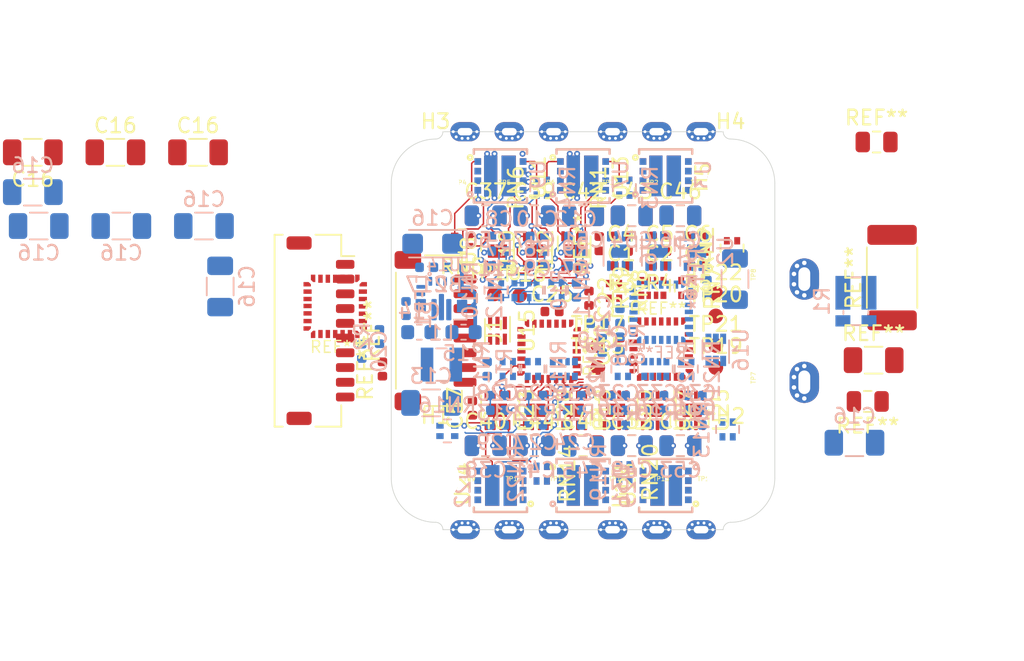
<source format=kicad_pcb>
(kicad_pcb (version 20171130) (host pcbnew 5.1.6-c6e7f7d~87~ubuntu18.04.1)
  (layers (0 "F.Cu_(sig)" signal) (1 "In1.Cu_(power)" signal) (2 "In2.Cu_(gnd)" signal) (31 "B.Cu_(sig)" signal) (34 B.Paste user) (35 F.Paste user) (36 B.SilkS user hide) (37 F.SilkS user hide) (38 B.Mask user) (39 F.Mask user) (44 Edge.Cuts user))
  (net 0 "")
  (net 1 "Net-(U1-Pad1)")
  (net 2 "Net-(U1-Pad28)")
  (net 3 "Net-(U1-Pad7)")
  (net 4 "Net-(U1-Pad25)")
  (net 5 "Net-(U1-Pad12)")
  (net 6 "Net-(U1-Pad11)")
  (net 7 "Net-(U1-Pad10)")
  (net 8 "Net-(U1-Pad6)")
  (net 9 "Net-(U1-Pad5)")
  (net 10 "Net-(U1-Pad2)")
  (net 11 "Net-(C1-Pad2)")
  (net 12 +5V)
  (net 13 +BATT)
  (net 14 GND)
  (net 15 /ESC1_A)
  (net 16 "Net-(C2-Pad2)")
  (net 17 /ESC1_B)
  (net 18 "Net-(C3-Pad2)")
  (net 19 /ESC1_C)
  (net 20 "Net-(C8-Pad2)")
  (net 21 /ESC2_A)
  (net 22 "Net-(C10-Pad2)")
  (net 23 /ESC2_B)
  (net 24 "Net-(C12-Pad2)")
  (net 25 /ESC2_C)
  (net 26 "Net-(C13-Pad2)")
  (net 27 "Net-(C15-Pad2)")
  (net 28 "Net-(C17-Pad2)")
  (net 29 +3V3)
  (net 30 /IBat)
  (net 31 "Net-(L1-Pad2)")
  (net 32 "Net-(L1-Pad1)")
  (net 33 "Net-(R1-Pad2)")
  (net 34 "Net-(R1-Pad3)")
  (net 35 "Net-(R2-Pad2)")
  (net 36 "Net-(U14-Pad2)")
  (net 37 /ESC1_A_EN)
  (net 38 /ESC1_A_PWM)
  (net 39 /ESC1_B_EN)
  (net 40 /ESC1_B_PWM)
  (net 41 /ESC1_C_EN)
  (net 42 /ESC1_C_PWM)
  (net 43 /ESC2_A_EN)
  (net 44 /ESC2_A_PWM)
  (net 45 /ESC2_B_EN)
  (net 46 /ESC2_B_PWM)
  (net 47 /ESC2_C_EN)
  (net 48 /ESC2_C_PWM)
  (net 49 /ESC1_MC)
  (net 50 /ESC1_MA)
  (net 51 /ESC1_IN)
  (net 52 /ESC1_MB)
  (net 53 /ESC1_Y)
  (net 54 /ESCx_tele)
  (net 55 "Net-(R1-Pad4)")
  (net 56 /ESC1_SWDCLK)
  (net 57 /ESC1_SWDIO)
  (net 58 /ESC2_Y)
  (net 59 "Net-(U17-Pad1)")
  (net 60 "Net-(U17-Pad28)")
  (net 61 /ESC2_SWDCLK)
  (net 62 "Net-(U17-Pad7)")
  (net 63 /ESC2_MC)
  (net 64 /ESC2_MA)
  (net 65 "Net-(U17-Pad25)")
  (net 66 /ESC2_IN)
  (net 67 /ESC2_MB)
  (net 68 /ESC2_SWDIO)
  (net 69 "Net-(U17-Pad12)")
  (net 70 "Net-(U17-Pad11)")
  (net 71 "Net-(U17-Pad10)")
  (net 72 "Net-(U17-Pad6)")
  (net 73 "Net-(U17-Pad5)")
  (net 74 "Net-(U17-Pad2)")
  (net 75 "Net-(C24-Pad2)")
  (net 76 /ESC4_A)
  (net 77 "Net-(C27-Pad2)")
  (net 78 /ESC4_B)
  (net 79 "Net-(C29-Pad2)")
  (net 80 /ESC4_C)
  (net 81 "Net-(C31-Pad2)")
  (net 82 /ESC3_A)
  (net 83 "Net-(C34-Pad2)")
  (net 84 /ESC3_B)
  (net 85 "Net-(C36-Pad2)")
  (net 86 /ESC3_C)
  (net 87 /ESC4_A_PWM)
  (net 88 /ESC4_B_PWM)
  (net 89 /ESC4_C_PWM)
  (net 90 /ESC3_A_PWM)
  (net 91 /ESC3_B_PWM)
  (net 92 /ESC3_C_PWM)
  (net 93 /ESC4_Y)
  (net 94 /ESC3_Y)
  (net 95 /ESC4_A_EN)
  (net 96 /ESC4_B_EN)
  (net 97 "Net-(U21-Pad1)")
  (net 98 "Net-(U21-Pad28)")
  (net 99 /ESC4_SWDCLK)
  (net 100 "Net-(U21-Pad7)")
  (net 101 /ESC4_MC)
  (net 102 /ESC4_MA)
  (net 103 "Net-(U21-Pad25)")
  (net 104 /ESC4_IN)
  (net 105 /ESC4_MB)
  (net 106 /ESC4_SWDIO)
  (net 107 /ESC4_C_EN)
  (net 108 "Net-(U21-Pad12)")
  (net 109 "Net-(U21-Pad11)")
  (net 110 "Net-(U21-Pad10)")
  (net 111 "Net-(U21-Pad6)")
  (net 112 "Net-(U21-Pad5)")
  (net 113 "Net-(U21-Pad2)")
  (net 114 /ESC3_A_EN)
  (net 115 /ESC3_B_EN)
  (net 116 "Net-(U28-Pad1)")
  (net 117 "Net-(U28-Pad28)")
  (net 118 "Net-(U28-Pad22)")
  (net 119 /ESC3_SWDCLK)
  (net 120 "Net-(U28-Pad7)")
  (net 121 /ESC3_MC)
  (net 122 /ESC3_MA)
  (net 123 "Net-(U28-Pad25)")
  (net 124 /ESC3_IN)
  (net 125 /ESC3_MB)
  (net 126 /ESC3_SWDIO)
  (net 127 "Net-(U28-Pad17)")
  (net 128 /ESC3_C_EN)
  (net 129 "Net-(U28-Pad12)")
  (net 130 "Net-(U28-Pad11)")
  (net 131 "Net-(U28-Pad10)")
  (net 132 "Net-(U28-Pad6)")
  (net 133 "Net-(U28-Pad5)")
  (net 134 "Net-(U28-Pad2)")
  (net 135 /ESC4_A_DRVH)
  (net 136 /ESC4_B_DRVH)
  (net 137 /ESC4_B_GH)
  (net 138 /ESC4_A_GL)
  (net 139 /ESC4_C_DRVL)
  (net 140 /ESC4_B_DRVL)
  (net 141 /ESC4_C_GL)
  (net 142 /ESC4_B_GL)
  (net 143 /ESC4_C_DRVH)
  (net 144 /ESC3_C_DRVL)
  (net 145 /ESC3_C_GL)
  (net 146 /ESC4_C_GH)
  (net 147 /ESC4_A_DRVL)
  (net 148 /ESC4_A_GH)
  (net 149 /ESC3_A_DRVH)
  (net 150 /ESC3_A_DRVL)
  (net 151 /ESC3_A_GH)
  (net 152 /ESC3_A_GL)
  (net 153 /ESC3_B_DRVH)
  (net 154 /ESC3_B_DRVL)
  (net 155 /ESC3_B_GH)
  (net 156 /ESC3_B_GL)
  (net 157 /ESC3_C_DRVH)
  (net 158 /ESC3_C_GH)
  (net 159 /ESC1_A_DRVH)
  (net 160 /ESC1_A_DRVL)
  (net 161 /ESC1_A_GH)
  (net 162 /ESC1_A_GL)
  (net 163 /ESC1_B_DRVH)
  (net 164 /ESC1_B_DRVL)
  (net 165 /ESC1_B_GH)
  (net 166 /ESC1_B_GL)
  (net 167 /ESC1_C_DRVH)
  (net 168 /ESC1_C_DRVL)
  (net 169 /ESC1_C_GH)
  (net 170 /ESC1_C_GL)
  (net 171 /ESC2_A_DRVH)
  (net 172 /ESC2_A_DRVL)
  (net 173 /ESC2_A_GH)
  (net 174 /ESC2_A_GL)
  (net 175 /ESC2_B_DRVH)
  (net 176 /ESC2_B_DRVL)
  (net 177 /ESC2_B_GH)
  (net 178 /ESC2_B_GL)
  (net 179 /ESC2_C_DRVH)
  (net 180 /ESC2_C_DRVL)
  (net 181 /ESC2_C_GH)
  (net 182 /ESC2_C_GL)
  (net 183 "Net-(U1-Pad14)")
  (net 184 "Net-(U1-Pad15)")
  (net 185 "Net-(U17-Pad15)")
  (net 186 "Net-(U17-Pad14)")
  (net 187 "Net-(U21-Pad15)")
  (net 188 "Net-(U21-Pad14)")
  (module Capacitor_SMD:C_0402_1005Metric (layer "F.Cu_(sig)") (at 128.5 80.25 90)
    (fp_text reference C57 (at 0 -1.17 90) (layer F.SilkS))
    (fp_text value 10u)
    (pad 2 smd roundrect (at 0.485 0 90) (size 0.59 0.64) (layers "F.Cu_(sig)" F.Paste F.Mask) (net 12 +5V))
    (pad 1 smd roundrect (at -0.485 0 90) (size 0.59 0.64) (layers "F.Cu_(sig)" F.Paste F.Mask) (net 14 GND))
  )
  (module Capacitor_SMD:C_0402_1005Metric (layer "F.Cu_(sig)") (at 122.4 77.6 90)
    (fp_text reference REF** (at 0 -1.17 90) (layer F.SilkS))
    (fp_text value C_0402_1005Metric)
    (pad 1 smd roundrect (at -0.485 0 90) (size 0.59 0.64) (layers "F.Cu_(sig)" F.Paste F.Mask))
    (pad 2 smd roundrect (at 0.485 0 90) (size 0.59 0.64) (layers "F.Cu_(sig)" F.Paste F.Mask))
  )
  (module UFQPFN28:UFQFPN28 (layer "F.Cu_(sig)") (at 119.2 73.35 180)
    (fp_text reference U17)
    (fp_text value STM32G071GBU6)
    (fp_text user REF** (at 0 -2.75) (layer F.SilkS) (effects (font (size 0.8 0.8) (thickness 0.1))))
    (pad 1 smd custom (at -1.975 -1.5 90) (size 0.3 0.35) (layers "F.Cu_(sig)" F.Paste F.Mask) (net 59 "Net-(U17-Pad1)") (options (clearance outline) (anchor rect)) (primitives (gr_poly (pts (xy -0.15 -0.175) (xy -0.15 0.175) (xy 0.15 0.175) (xy 0.15 -0.325) (xy 0 -0.325)) (width 0))))
    (pad 28 smd custom (at -1.5 -1.975) (size 0.3 0.35) (layers "F.Cu_(sig)" F.Paste F.Mask) (net 60 "Net-(U17-Pad28)") (options (clearance outline) (anchor rect)) (primitives (gr_poly (pts (xy 0.15 -0.175) (xy 0.15 0.175) (xy -0.15 0.175) (xy -0.15 -0.325) (xy 0 -0.325)) (width 0))))
    (pad 22 smd custom (at 1.5 -1.975) (size 0.3 0.35) (layers "F.Cu_(sig)" F.Paste F.Mask) (net 43 /ESC2_A_EN) (options (clearance outline) (anchor rect)) (primitives (gr_poly (pts (xy -0.15 -0.175) (xy -0.15 0.175) (xy 0.15 0.175) (xy 0.15 -0.325) (xy 0 -0.325)) (width 0))))
    (pad 21 smd custom (at 1.975 -1.5 270) (size 0.3 0.35) (layers "F.Cu_(sig)" F.Paste F.Mask) (net 61 /ESC2_SWDCLK) (options (clearance outline) (anchor rect)) (primitives (gr_poly (pts (xy 0.15 -0.175) (xy 0.15 0.175) (xy -0.15 0.175) (xy -0.15 -0.325) (xy 0 -0.325)) (width 0))))
    (pad 7 smd custom (at -1.975 1.5 90) (size 0.3 0.35) (layers "F.Cu_(sig)" F.Paste F.Mask) (net 62 "Net-(U17-Pad7)") (options (clearance outline) (anchor rect)) (primitives (gr_poly (pts (xy 0.15 -0.175) (xy 0.15 0.175) (xy -0.15 0.175) (xy -0.15 -0.325) (xy 0 -0.325)) (width 0))))
    (pad 8 smd custom (at -1.5 1.975 180) (size 0.3 0.35) (layers "F.Cu_(sig)" F.Paste F.Mask) (net 63 /ESC2_MC) (options (clearance outline) (anchor rect)) (primitives (gr_poly (pts (xy -0.15 -0.175) (xy -0.15 0.175) (xy 0.15 0.175) (xy 0.15 -0.325) (xy 0 -0.325)) (width 0))))
    (pad 15 smd custom (at 1.975 1.5 270) (size 0.3 0.35) (layers "F.Cu_(sig)" F.Paste F.Mask) (net 185 "Net-(U17-Pad15)") (options (clearance outline) (anchor rect)) (primitives (gr_poly (pts (xy -0.15 -0.175) (xy -0.15 0.175) (xy 0.15 0.175) (xy 0.15 -0.325) (xy 0 -0.325)) (width 0))))
    (pad 14 smd custom (at 1.5 1.975 180) (size 0.3 0.35) (layers "F.Cu_(sig)" F.Paste F.Mask) (net 186 "Net-(U17-Pad14)") (options (clearance outline) (anchor rect)) (primitives (gr_poly (pts (xy 0.15 -0.175) (xy 0.15 0.175) (xy -0.15 0.175) (xy -0.15 -0.325) (xy 0 -0.325)) (width 0))))
    (pad 27 smd rect (at -1 -1.875 90) (size 0.55 0.3) (layers "F.Cu_(sig)" F.Paste F.Mask) (net 64 /ESC2_MA))
    (pad 26 smd rect (at -0.5 -1.875 90) (size 0.55 0.3) (layers "F.Cu_(sig)" F.Paste F.Mask) (net 54 /ESCx_tele))
    (pad 25 smd rect (at 0 -1.875 90) (size 0.55 0.3) (layers "F.Cu_(sig)" F.Paste F.Mask) (net 65 "Net-(U17-Pad25)"))
    (pad 24 smd rect (at 0.5 -1.875 90) (size 0.55 0.3) (layers "F.Cu_(sig)" F.Paste F.Mask) (net 66 /ESC2_IN))
    (pad 23 smd rect (at 1 -1.875 90) (size 0.55 0.3) (layers "F.Cu_(sig)" F.Paste F.Mask) (net 67 /ESC2_MB))
    (pad 20 smd rect (at 1.875 -1) (size 0.55 0.3) (layers "F.Cu_(sig)" F.Paste F.Mask) (net 68 /ESC2_SWDIO))
    (pad 19 smd rect (at 1.875 -0.475) (size 0.55 0.3) (layers "F.Cu_(sig)" F.Paste F.Mask) (net 44 /ESC2_A_PWM))
    (pad 18 smd rect (at 1.875 0.025) (size 0.55 0.3) (layers "F.Cu_(sig)" F.Paste F.Mask) (net 46 /ESC2_B_PWM))
    (pad 17 smd rect (at 1.875 0.5) (size 0.55 0.3) (layers "F.Cu_(sig)" F.Paste F.Mask) (net 45 /ESC2_B_EN))
    (pad 16 smd rect (at 1.875 1) (size 0.55 0.3) (layers "F.Cu_(sig)" F.Paste F.Mask) (net 48 /ESC2_C_PWM))
    (pad 13 smd rect (at 1 1.875 270) (size 0.55 0.3) (layers "F.Cu_(sig)" F.Paste F.Mask) (net 47 /ESC2_C_EN))
    (pad 12 smd rect (at 0.5 1.875 270) (size 0.55 0.3) (layers "F.Cu_(sig)" F.Paste F.Mask) (net 69 "Net-(U17-Pad12)"))
    (pad 11 smd rect (at 0 1.875 270) (size 0.55 0.3) (layers "F.Cu_(sig)" F.Paste F.Mask) (net 70 "Net-(U17-Pad11)"))
    (pad 10 smd rect (at -0.5 1.875 270) (size 0.55 0.3) (layers "F.Cu_(sig)" F.Paste F.Mask) (net 71 "Net-(U17-Pad10)"))
    (pad 9 smd rect (at -1 1.875 270) (size 0.55 0.3) (layers "F.Cu_(sig)" F.Paste F.Mask) (net 58 /ESC2_Y))
    (pad 6 smd rect (at -1.875 1 180) (size 0.55 0.3) (layers "F.Cu_(sig)" F.Paste F.Mask) (net 72 "Net-(U17-Pad6)"))
    (pad 5 smd rect (at -1.875 0.5 180) (size 0.55 0.3) (layers "F.Cu_(sig)" F.Paste F.Mask) (net 73 "Net-(U17-Pad5)"))
    (pad 3 smd rect (at -1.875 -0.5 180) (size 0.55 0.3) (layers "F.Cu_(sig)" F.Paste F.Mask) (net 29 +3V3))
    (pad 2 smd rect (at -1.875 -1 180) (size 0.55 0.3) (layers "F.Cu_(sig)" F.Paste F.Mask) (net 74 "Net-(U17-Pad2)"))
    (pad 4 smd rect (at -1.875 0 180) (size 0.55 0.3) (layers "F.Cu_(sig)" F.Paste F.Mask) (net 14 GND))
  )
  (module Resistor_SMD:R_2512_6332Metric (layer "F.Cu_(sig)") (at 156.95 71.4 90)
    (fp_text reference REF** (at 0 -2.62 90) (layer F.SilkS))
    (fp_text value R_2512_6332Metric)
    (pad 2 smd roundrect (at 2.9 0 90) (size 1.35 3.35) (layers "F.Cu_(sig)" F.Paste F.Mask) (roundrect_rratio 0.185185))
    (pad 1 smd roundrect (at -2.9 0 90) (size 1.35 3.35) (layers "F.Cu_(sig)" F.Paste F.Mask) (roundrect_rratio 0.185185))
  )
  (module Connector_JST:JST_SHL_SM10B-SHLS-TF_1x10-1MP_P1.00mm_Horizontal (layer "F.Cu_(sig)") (at 118.2 75 270)
    (fp_text reference REF** (at 0 -3.5 90) (layer F.SilkS))
    (fp_text value JST_SHL_SM10B-SHLS-TF_1x10-1MP_P1.00mm_Horizontal)
    (pad MP smd roundrect (at 5.95 1.45 270) (size 0.9 1.7) (layers "F.Cu_(sig)" F.Paste F.Mask))
    (pad MP smd roundrect (at -5.95 1.45 270) (size 0.9 1.7) (layers "F.Cu_(sig)" F.Paste F.Mask))
    (pad 10 smd roundrect (at 4.5 -1.675 270) (size 0.6 1.25) (layers "F.Cu_(sig)" F.Paste F.Mask))
    (pad 9 smd roundrect (at 3.5 -1.675 270) (size 0.6 1.25) (layers "F.Cu_(sig)" F.Paste F.Mask))
    (pad 8 smd roundrect (at 2.5 -1.675 270) (size 0.6 1.25) (layers "F.Cu_(sig)" F.Paste F.Mask))
    (pad 7 smd roundrect (at 1.5 -1.675 270) (size 0.6 1.25) (layers "F.Cu_(sig)" F.Paste F.Mask))
    (pad 6 smd roundrect (at 0.5 -1.675 270) (size 0.6 1.25) (layers "F.Cu_(sig)" F.Paste F.Mask))
    (pad 5 smd roundrect (at -0.5 -1.675 270) (size 0.6 1.25) (layers "F.Cu_(sig)" F.Paste F.Mask))
    (pad 4 smd roundrect (at -1.5 -1.675 270) (size 0.6 1.25) (layers "F.Cu_(sig)" F.Paste F.Mask))
    (pad 3 smd roundrect (at -2.5 -1.675 270) (size 0.6 1.25) (layers "F.Cu_(sig)" F.Paste F.Mask))
    (pad 2 smd roundrect (at -3.5 -1.675 270) (size 0.6 1.25) (layers "F.Cu_(sig)" F.Paste F.Mask))
    (pad 1 smd roundrect (at -4.5 -1.675 270) (size 0.6 1.25) (layers "F.Cu_(sig)" F.Paste F.Mask))
  )
  (module 11_PSoC_FC_whoop:C_0805_2012Metric_dense (layer "B.Cu_(sig)") (at 142.6 67.2)
    (fp_text reference C56 (at 0 1.65) (layer B.SilkS) (effects (justify mirror)))
    (fp_text value 22u)
    (pad 2 smd roundrect (at 0.9375 0) (size 0.975 1.4) (layers "B.Cu_(sig)" B.Paste B.Mask) (net 13 +BATT))
    (pad 1 smd roundrect (at -0.9375 0) (size 0.975 1.4) (layers "B.Cu_(sig)" B.Paste B.Mask) (net 14 GND))
  )
  (module 11_PSoC_FC_whoop:C_0805_2012Metric_dense (layer "F.Cu_(sig)") (at 142.6 82.8)
    (fp_text reference C55 (at 0 -1.65) (layer F.SilkS))
    (fp_text value 22u)
    (pad 2 smd roundrect (at 0.9375 0) (size 0.975 1.4) (layers "F.Cu_(sig)" F.Paste F.Mask) (net 13 +BATT))
    (pad 1 smd roundrect (at -0.9375 0) (size 0.975 1.4) (layers "F.Cu_(sig)" F.Paste F.Mask) (net 14 GND))
  )
  (module 11_PSoC_FC_whoop:C_0805_2012Metric_dense (layer "B.Cu_(sig)") (at 139.3 67.2)
    (fp_text reference C54 (at 0 1.65) (layer B.SilkS) (effects (justify mirror)))
    (fp_text value 22u)
    (pad 2 smd roundrect (at 0.9375 0) (size 0.975 1.4) (layers "B.Cu_(sig)" B.Paste B.Mask) (net 13 +BATT))
    (pad 1 smd roundrect (at -0.9375 0) (size 0.975 1.4) (layers "B.Cu_(sig)" B.Paste B.Mask) (net 14 GND))
  )
  (module 11_PSoC_FC_whoop:C_0805_2012Metric_dense (layer "B.Cu_(sig)") (at 142.6 82.8)
    (fp_text reference C53 (at 0 1.65) (layer B.SilkS) (effects (justify mirror)))
    (fp_text value 22u)
    (pad 2 smd roundrect (at 0.9375 0) (size 0.975 1.4) (layers "B.Cu_(sig)" B.Paste B.Mask) (net 13 +BATT))
    (pad 1 smd roundrect (at -0.9375 0) (size 0.975 1.4) (layers "B.Cu_(sig)" B.Paste B.Mask) (net 14 GND))
  )
  (module 11_PSoC_FC_whoop:C_0805_2012Metric_dense (layer "F.Cu_(sig)") (at 139.3 82.8)
    (fp_text reference C52 (at 0 -1.65) (layer F.SilkS))
    (fp_text value 22u)
    (pad 2 smd roundrect (at 0.9375 0) (size 0.975 1.4) (layers "F.Cu_(sig)" F.Paste F.Mask) (net 13 +BATT))
    (pad 1 smd roundrect (at -0.9375 0) (size 0.975 1.4) (layers "F.Cu_(sig)" F.Paste F.Mask) (net 14 GND))
  )
  (module 11_PSoC_FC_whoop:C_0805_2012Metric_dense (layer "B.Cu_(sig)") (at 136 67.2)
    (fp_text reference C51 (at 0 1.65) (layer B.SilkS) (effects (justify mirror)))
    (fp_text value 22u)
    (pad 2 smd roundrect (at 0.9375 0) (size 0.975 1.4) (layers "B.Cu_(sig)" B.Paste B.Mask) (net 13 +BATT))
    (pad 1 smd roundrect (at -0.9375 0) (size 0.975 1.4) (layers "B.Cu_(sig)" B.Paste B.Mask) (net 14 GND))
  )
  (module 11_PSoC_FC_whoop:C_0805_2012Metric_dense (layer "B.Cu_(sig)") (at 129.4 67.2)
    (fp_text reference C50 (at 0 1.65) (layer B.SilkS) (effects (justify mirror)))
    (fp_text value 22u)
    (pad 2 smd roundrect (at 0.9375 0) (size 0.975 1.4) (layers "B.Cu_(sig)" B.Paste B.Mask) (net 13 +BATT))
    (pad 1 smd roundrect (at -0.9375 0) (size 0.975 1.4) (layers "B.Cu_(sig)" B.Paste B.Mask) (net 14 GND))
  )
  (module 11_PSoC_FC_whoop:C_0805_2012Metric_dense (layer "B.Cu_(sig)") (at 139.3 82.8)
    (fp_text reference C49 (at 0 1.65) (layer B.SilkS) (effects (justify mirror)))
    (fp_text value 22u)
    (pad 2 smd roundrect (at 0.9375 0) (size 0.975 1.4) (layers "B.Cu_(sig)" B.Paste B.Mask) (net 13 +BATT))
    (pad 1 smd roundrect (at -0.9375 0) (size 0.975 1.4) (layers "B.Cu_(sig)" B.Paste B.Mask) (net 14 GND))
  )
  (module 11_PSoC_FC_whoop:C_0805_2012Metric_dense (layer "F.Cu_(sig)") (at 136 82.8)
    (fp_text reference C48 (at 0 -1.65) (layer F.SilkS))
    (fp_text value 22u)
    (pad 2 smd roundrect (at 0.9375 0) (size 0.975 1.4) (layers "F.Cu_(sig)" F.Paste F.Mask) (net 13 +BATT))
    (pad 1 smd roundrect (at -0.9375 0) (size 0.975 1.4) (layers "F.Cu_(sig)" F.Paste F.Mask) (net 14 GND))
  )
  (module 11_PSoC_FC_whoop:C_0805_2012Metric_dense (layer "B.Cu_(sig)") (at 132.7 67.2)
    (fp_text reference C47 (at 0 1.65) (layer B.SilkS) (effects (justify mirror)))
    (fp_text value 22u)
    (pad 2 smd roundrect (at 0.9375 0) (size 0.975 1.4) (layers "B.Cu_(sig)" B.Paste B.Mask) (net 13 +BATT))
    (pad 1 smd roundrect (at -0.9375 0) (size 0.975 1.4) (layers "B.Cu_(sig)" B.Paste B.Mask) (net 14 GND))
  )
  (module 11_PSoC_FC_whoop:C_0805_2012Metric_dense (layer "F.Cu_(sig)") (at 142.6 67.2)
    (fp_text reference C46 (at 0 -1.65) (layer F.SilkS))
    (fp_text value 22u)
    (pad 2 smd roundrect (at 0.9375 0) (size 0.975 1.4) (layers "F.Cu_(sig)" F.Paste F.Mask) (net 13 +BATT))
    (pad 1 smd roundrect (at -0.9375 0) (size 0.975 1.4) (layers "F.Cu_(sig)" F.Paste F.Mask) (net 14 GND))
  )
  (module 11_PSoC_FC_whoop:C_0805_2012Metric_dense (layer "B.Cu_(sig)") (at 136 82.85)
    (fp_text reference C45 (at 0 1.65) (layer B.SilkS) (effects (justify mirror)))
    (fp_text value 22u)
    (pad 2 smd roundrect (at 0.9375 0) (size 0.975 1.4) (layers "B.Cu_(sig)" B.Paste B.Mask) (net 13 +BATT))
    (pad 1 smd roundrect (at -0.9375 0) (size 0.975 1.4) (layers "B.Cu_(sig)" B.Paste B.Mask) (net 14 GND))
  )
  (module 11_PSoC_FC_whoop:C_0805_2012Metric_dense (layer "F.Cu_(sig)") (at 132.7 82.8)
    (fp_text reference C44 (at 0 -1.65) (layer F.SilkS))
    (fp_text value 22u)
    (pad 2 smd roundrect (at 0.9375 0) (size 0.975 1.4) (layers "F.Cu_(sig)" F.Paste F.Mask) (net 13 +BATT))
    (pad 1 smd roundrect (at -0.9375 0) (size 0.975 1.4) (layers "F.Cu_(sig)" F.Paste F.Mask) (net 14 GND))
  )
  (module 11_PSoC_FC_whoop:C_0805_2012Metric_dense (layer "F.Cu_(sig)") (at 139.3 67.2)
    (fp_text reference C43 (at 0 -1.65) (layer F.SilkS))
    (fp_text value 22u)
    (pad 2 smd roundrect (at 0.9375 0) (size 0.975 1.4) (layers "F.Cu_(sig)" F.Paste F.Mask) (net 13 +BATT))
    (pad 1 smd roundrect (at -0.9375 0) (size 0.975 1.4) (layers "F.Cu_(sig)" F.Paste F.Mask) (net 14 GND))
  )
  (module 11_PSoC_FC_whoop:C_0805_2012Metric_dense (layer "F.Cu_(sig)") (at 136 67.2)
    (fp_text reference C42 (at 0 -1.65) (layer F.SilkS))
    (fp_text value 22u)
    (pad 2 smd roundrect (at 0.9375 0) (size 0.975 1.4) (layers "F.Cu_(sig)" F.Paste F.Mask) (net 13 +BATT))
    (pad 1 smd roundrect (at -0.9375 0) (size 0.975 1.4) (layers "F.Cu_(sig)" F.Paste F.Mask) (net 14 GND))
  )
  (module 11_PSoC_FC_whoop:C_0805_2012Metric_dense (layer "B.Cu_(sig)") (at 132.7 82.8)
    (fp_text reference C41 (at 0 1.65) (layer B.SilkS) (effects (justify mirror)))
    (fp_text value 22u)
    (pad 2 smd roundrect (at 0.9375 0) (size 0.975 1.4) (layers "B.Cu_(sig)" B.Paste B.Mask) (net 13 +BATT))
    (pad 1 smd roundrect (at -0.9375 0) (size 0.975 1.4) (layers "B.Cu_(sig)" B.Paste B.Mask) (net 14 GND))
  )
  (module 11_PSoC_FC_whoop:C_0805_2012Metric_dense (layer "F.Cu_(sig)") (at 129.4 82.8)
    (fp_text reference C40 (at 0 -1.65) (layer F.SilkS))
    (fp_text value 22u)
    (pad 2 smd roundrect (at 0.9375 0) (size 0.975 1.4) (layers "F.Cu_(sig)" F.Paste F.Mask) (net 13 +BATT))
    (pad 1 smd roundrect (at -0.9375 0) (size 0.975 1.4) (layers "F.Cu_(sig)" F.Paste F.Mask) (net 14 GND))
  )
  (module 11_PSoC_FC_whoop:C_0805_2012Metric_dense (layer "F.Cu_(sig)") (at 132.7 67.2)
    (fp_text reference C39 (at 0 -1.65) (layer F.SilkS))
    (fp_text value 22u)
    (pad 2 smd roundrect (at 0.9375 0) (size 0.975 1.4) (layers "F.Cu_(sig)" F.Paste F.Mask) (net 13 +BATT))
    (pad 1 smd roundrect (at -0.9375 0) (size 0.975 1.4) (layers "F.Cu_(sig)" F.Paste F.Mask) (net 14 GND))
  )
  (module 11_PSoC_FC_whoop:C_0805_2012Metric_dense (layer "B.Cu_(sig)") (at 129.4 82.8)
    (fp_text reference C38 (at 0 1.65) (layer B.SilkS) (effects (justify mirror)))
    (fp_text value 22u)
    (pad 2 smd roundrect (at 0.9375 0) (size 0.975 1.4) (layers "B.Cu_(sig)" B.Paste B.Mask) (net 13 +BATT))
    (pad 1 smd roundrect (at -0.9375 0) (size 0.975 1.4) (layers "B.Cu_(sig)" B.Paste B.Mask) (net 14 GND))
  )
  (module 11_PSoC_FC_whoop:C_0805_2012Metric_dense (layer "F.Cu_(sig)") (at 129.4 67.2)
    (fp_text reference C37 (at 0 -1.65) (layer F.SilkS))
    (fp_text value 22u)
    (pad 2 smd roundrect (at 0.9375 0) (size 0.975 1.4) (layers "F.Cu_(sig)" F.Paste F.Mask) (net 13 +BATT))
    (pad 1 smd roundrect (at -0.9375 0) (size 0.975 1.4) (layers "F.Cu_(sig)" F.Paste F.Mask) (net 14 GND))
  )
  (module Resistor_SMD:R_1206_3216Metric (layer "B.Cu_(sig)") (at 146.3 71.5 270)
    (fp_text reference REF** (at 0 2.62 270) (layer B.SilkS) (effects (justify mirror)))
    (fp_text value R_1206_3216Metric)
    (pad 2 smd roundrect (at 1.4 0 270) (size 1.25 1.75) (layers "B.Cu_(sig)" B.Paste B.Mask) (roundrect_rratio 0.2))
    (pad 1 smd roundrect (at -1.4 0 270) (size 1.25 1.75) (layers "B.Cu_(sig)" B.Paste B.Mask) (roundrect_rratio 0.2))
  )
  (module 11_PSoC_FC_whoop:C_0805_2012Metric_dense (layer "F.Cu_(sig)") (at 155.9 62.2)
    (fp_text reference REF** (at 0 -1.65) (layer F.SilkS))
    (fp_text value C_0805_2012Metric_dense)
    (pad 1 smd roundrect (at -0.9375 0) (size 0.975 1.4) (layers "F.Cu_(sig)" F.Paste F.Mask))
    (pad 2 smd roundrect (at 0.9375 0) (size 0.975 1.4) (layers "F.Cu_(sig)" F.Paste F.Mask))
  )
  (module Resistor_SMD:R_1206_3216Metric (layer "F.Cu_(sig)") (at 155.7 77)
    (fp_text reference REF** (at 0 -1.82) (layer F.SilkS))
    (fp_text value R_1206_3216Metric)
    (pad 2 smd roundrect (at 1.4 0) (size 1.25 1.75) (layers "F.Cu_(sig)" F.Paste F.Mask) (roundrect_rratio 0.2))
    (pad 1 smd roundrect (at -1.4 0) (size 1.25 1.75) (layers "F.Cu_(sig)" F.Paste F.Mask) (roundrect_rratio 0.2))
  )
  (module Capacitor_SMD:C_0402_1005Metric (layer "F.Cu_(sig)") (at 137.1 69.1 90)
    (fp_text reference REF** (at 0 -1.17 90) (layer F.SilkS))
    (fp_text value C_0402_1005Metric)
    (pad 2 smd roundrect (at 0.485 0 90) (size 0.59 0.64) (layers "F.Cu_(sig)" F.Paste F.Mask))
    (pad 1 smd roundrect (at -0.485 0 90) (size 0.59 0.64) (layers "F.Cu_(sig)" F.Paste F.Mask))
  )
  (module 11_PSoC_FC_whoop:C_1206_3216Metric_dense (layer "F.Cu_(sig)") (at 109.9 62.9)
    (fp_text reference C16 (at 0 -1.82 -180) (layer F.SilkS))
    (fp_text value 10u)
    (pad 1 smd roundrect (at -1.4 0) (size 1.25 1.75) (layers "F.Cu_(sig)" F.Paste F.Mask) (roundrect_rratio 0.2))
    (pad 2 smd roundrect (at 1.4 0) (size 1.25 1.75) (layers "F.Cu_(sig)" F.Paste F.Mask) (roundrect_rratio 0.2))
  )
  (module 11_PSoC_FC_whoop:C_1206_3216Metric_dense (layer "F.Cu_(sig)") (at 104.3 62.9)
    (fp_text reference C16 (at 0 -1.82 -180) (layer F.SilkS))
    (fp_text value 10u)
    (pad 2 smd roundrect (at 1.4 0) (size 1.25 1.75) (layers "F.Cu_(sig)" F.Paste F.Mask) (roundrect_rratio 0.2))
    (pad 1 smd roundrect (at -1.4 0) (size 1.25 1.75) (layers "F.Cu_(sig)" F.Paste F.Mask) (roundrect_rratio 0.2))
  )
  (module Resistor_SMD:R_0402_1005Metric (layer "B.Cu_(sig)") (at 138.5 75.9 90)
    (fp_text reference R18 (at 0 1.17 90) (layer B.SilkS) (effects (justify mirror)))
    (fp_text value 10k)
    (pad 2 smd roundrect (at 0.485 0 90) (size 0.59 0.64) (layers "B.Cu_(sig)" B.Paste B.Mask) (net 121 /ESC3_MC))
    (pad 1 smd roundrect (at -0.485 0 90) (size 0.59 0.64) (layers "B.Cu_(sig)" B.Paste B.Mask) (net 86 /ESC3_C))
  )
  (module Resistor_SMD:R_0402_1005Metric (layer "B.Cu_(sig)") (at 138.4 79.4)
    (fp_text reference R17 (at 0 1.17) (layer B.SilkS) (effects (justify mirror)))
    (fp_text value 4k7)
    (pad 2 smd roundrect (at 0.485 0) (size 0.59 0.64) (layers "B.Cu_(sig)" B.Paste B.Mask) (net 92 /ESC3_C_PWM))
    (pad 1 smd roundrect (at -0.485 0) (size 0.59 0.64) (layers "B.Cu_(sig)" B.Paste B.Mask) (net 12 +5V))
  )
  (module Resistor_SMD:R_0402_1005Metric (layer "B.Cu_(sig)") (at 141 79.4)
    (fp_text reference R16 (at 0 1.17) (layer B.SilkS) (effects (justify mirror)))
    (fp_text value 4k7)
    (pad 2 smd roundrect (at 0.485 0) (size 0.59 0.64) (layers "B.Cu_(sig)" B.Paste B.Mask) (net 91 /ESC3_B_PWM))
    (pad 1 smd roundrect (at -0.485 0) (size 0.59 0.64) (layers "B.Cu_(sig)" B.Paste B.Mask) (net 12 +5V))
  )
  (module Resistor_SMD:R_0402_1005Metric (layer "B.Cu_(sig)") (at 143.6 79.4)
    (fp_text reference R15 (at 0 1.17) (layer B.SilkS) (effects (justify mirror)))
    (fp_text value 4k7)
    (pad 2 smd roundrect (at 0.485 0) (size 0.59 0.64) (layers "B.Cu_(sig)" B.Paste B.Mask) (net 90 /ESC3_A_PWM))
    (pad 1 smd roundrect (at -0.485 0) (size 0.59 0.64) (layers "B.Cu_(sig)" B.Paste B.Mask) (net 12 +5V))
  )
  (module Resistor_SMD:R_0402_1005Metric (layer "B.Cu_(sig)") (at 129.5 77.6 90)
    (fp_text reference R14 (at 0 1.17 90) (layer B.SilkS) (effects (justify mirror)))
    (fp_text value 10k)
    (pad 2 smd roundrect (at 0.485 0 90) (size 0.59 0.64) (layers "B.Cu_(sig)" B.Paste B.Mask) (net 101 /ESC4_MC))
    (pad 1 smd roundrect (at -0.485 0 90) (size 0.59 0.64) (layers "B.Cu_(sig)" B.Paste B.Mask) (net 80 /ESC4_C))
  )
  (module Resistor_SMD:R_0402_1005Metric (layer "B.Cu_(sig)") (at 130.2 79.400001)
    (fp_text reference R13 (at 0 1.17) (layer B.SilkS) (effects (justify mirror)))
    (fp_text value 4k7)
    (pad 1 smd roundrect (at -0.485 0) (size 0.59 0.64) (layers "B.Cu_(sig)" B.Paste B.Mask) (net 12 +5V))
    (pad 2 smd roundrect (at 0.485 0) (size 0.59 0.64) (layers "B.Cu_(sig)" B.Paste B.Mask) (net 89 /ESC4_C_PWM))
  )
  (module Resistor_SMD:R_0402_1005Metric (layer "B.Cu_(sig)") (at 132.8 79.4)
    (fp_text reference R12 (at 0 1.17) (layer B.SilkS) (effects (justify mirror)))
    (fp_text value 4k7)
    (pad 2 smd roundrect (at 0.485 0) (size 0.59 0.64) (layers "B.Cu_(sig)" B.Paste B.Mask) (net 88 /ESC4_B_PWM))
    (pad 1 smd roundrect (at -0.485 0) (size 0.59 0.64) (layers "B.Cu_(sig)" B.Paste B.Mask) (net 12 +5V))
  )
  (module Resistor_SMD:R_0402_1005Metric (layer "B.Cu_(sig)") (at 135.4 79.4)
    (fp_text reference R11 (at 0 1.17) (layer B.SilkS) (effects (justify mirror)))
    (fp_text value 4k7)
    (pad 2 smd roundrect (at 0.485 0) (size 0.59 0.64) (layers "B.Cu_(sig)" B.Paste B.Mask) (net 87 /ESC4_A_PWM))
    (pad 1 smd roundrect (at -0.485 0) (size 0.59 0.64) (layers "B.Cu_(sig)" B.Paste B.Mask) (net 12 +5V))
  )
  (module Resistor_SMD:R_0402_1005Metric (layer "B.Cu_(sig)") (at 135.55 72.25 270)
    (fp_text reference R10 (at 0 1.17 90) (layer B.SilkS) (effects (justify mirror)))
    (fp_text value 10k)
    (pad 2 smd roundrect (at 0.485 0 270) (size 0.59 0.64) (layers "B.Cu_(sig)" B.Paste B.Mask) (net 63 /ESC2_MC))
    (pad 1 smd roundrect (at -0.485 0 270) (size 0.59 0.64) (layers "B.Cu_(sig)" B.Paste B.Mask) (net 25 /ESC2_C))
  )
  (module Resistor_SMD:R_0402_1005Metric (layer "B.Cu_(sig)") (at 135.5 70.6 180)
    (fp_text reference R9 (at 0 1.17) (layer B.SilkS) (effects (justify mirror)))
    (fp_text value 4k7)
    (pad 2 smd roundrect (at 0.485 0 180) (size 0.59 0.64) (layers "B.Cu_(sig)" B.Paste B.Mask) (net 48 /ESC2_C_PWM))
    (pad 1 smd roundrect (at -0.485 0 180) (size 0.59 0.64) (layers "B.Cu_(sig)" B.Paste B.Mask) (net 12 +5V))
  )
  (module Resistor_SMD:R_0402_1005Metric (layer "B.Cu_(sig)") (at 132.9 70.6 180)
    (fp_text reference R8 (at 0 1.17) (layer B.SilkS) (effects (justify mirror)))
    (fp_text value 4k7)
    (pad 2 smd roundrect (at 0.485 0 180) (size 0.59 0.64) (layers "B.Cu_(sig)" B.Paste B.Mask) (net 46 /ESC2_B_PWM))
    (pad 1 smd roundrect (at -0.485 0 180) (size 0.59 0.64) (layers "B.Cu_(sig)" B.Paste B.Mask) (net 12 +5V))
  )
  (module Resistor_SMD:R_0402_1005Metric (layer "B.Cu_(sig)") (at 130.3 70.6 180)
    (fp_text reference R7 (at 0 1.17) (layer B.SilkS) (effects (justify mirror)))
    (fp_text value 4k7)
    (pad 2 smd roundrect (at 0.485 0 180) (size 0.59 0.64) (layers "B.Cu_(sig)" B.Paste B.Mask) (net 44 /ESC2_A_PWM))
    (pad 1 smd roundrect (at -0.485 0 180) (size 0.59 0.64) (layers "B.Cu_(sig)" B.Paste B.Mask) (net 12 +5V))
  )
  (module Resistor_SMD:R_0402_1005Metric (layer "B.Cu_(sig)") (at 144.4 72.05 270)
    (fp_text reference R6 (at 0 1.17 90) (layer B.SilkS) (effects (justify mirror)))
    (fp_text value 10k)
    (pad 2 smd roundrect (at 0.485 0 270) (size 0.59 0.64) (layers "B.Cu_(sig)" B.Paste B.Mask) (net 49 /ESC1_MC))
    (pad 1 smd roundrect (at -0.485 0 270) (size 0.59 0.64) (layers "B.Cu_(sig)" B.Paste B.Mask) (net 19 /ESC1_C))
  )
  (module Resistor_SMD:R_0402_1005Metric (layer "F.Cu_(sig)") (at 143.8 70.6 180)
    (fp_text reference R5 (at 0 -1.17) (layer F.SilkS))
    (fp_text value 4k7)
    (pad 2 smd roundrect (at 0.485 0 180) (size 0.59 0.64) (layers "F.Cu_(sig)" F.Paste F.Mask) (net 42 /ESC1_C_PWM))
    (pad 1 smd roundrect (at -0.485 0 180) (size 0.59 0.64) (layers "F.Cu_(sig)" F.Paste F.Mask) (net 12 +5V))
  )
  (module Resistor_SMD:R_0402_1005Metric (layer "F.Cu_(sig)") (at 141.2 70.6 180)
    (fp_text reference R4 (at 0 -1.17) (layer F.SilkS))
    (fp_text value 4k7)
    (pad 2 smd roundrect (at 0.485 0 180) (size 0.59 0.64) (layers "F.Cu_(sig)" F.Paste F.Mask) (net 40 /ESC1_B_PWM))
    (pad 1 smd roundrect (at -0.485 0 180) (size 0.59 0.64) (layers "F.Cu_(sig)" F.Paste F.Mask) (net 12 +5V))
  )
  (module Resistor_SMD:R_0402_1005Metric (layer "F.Cu_(sig)") (at 138.6 70.6 180)
    (fp_text reference R3 (at 0 -1.17) (layer F.SilkS))
    (fp_text value 4k7)
    (pad 2 smd roundrect (at 0.485 0 180) (size 0.59 0.64) (layers "F.Cu_(sig)" F.Paste F.Mask) (net 38 /ESC1_A_PWM))
    (pad 1 smd roundrect (at -0.485 0 180) (size 0.59 0.64) (layers "F.Cu_(sig)" F.Paste F.Mask) (net 12 +5V))
  )
  (module Resistor_SMD:R_0402_1005Metric (layer "B.Cu_(sig)") (at 122.2 75.4 270)
    (fp_text reference R2 (at 0 1.17 90) (layer B.SilkS) (effects (justify mirror)))
    (fp_text value 10k)
    (pad 2 smd roundrect (at 0.485 0 270) (size 0.59 0.64) (layers "B.Cu_(sig)" B.Paste B.Mask) (net 35 "Net-(R2-Pad2)"))
    (pad 1 smd roundrect (at -0.485 0 270) (size 0.59 0.64) (layers "B.Cu_(sig)" B.Paste B.Mask) (net 30 /IBat))
  )
  (module 11_PSoC_FC_whoop:TestPoint_Pad_D1.0mm_dense (layer "F.Cu_(sig)") (at 145 72.5)
    (fp_text reference TP22 (at 0 -1.448) (layer F.SilkS))
    (fp_text value TestPoint)
    (pad 1 smd circle (at 0 0) (size 1 1) (layers "F.Cu_(sig)" F.Mask) (net 56 /ESC1_SWDCLK))
  )
  (module 11_PSoC_FC_whoop:TestPoint_Pad_D1.0mm_dense (layer "F.Cu_(sig)") (at 145 76)
    (fp_text reference TP21 (at 0 -1.448) (layer F.SilkS))
    (fp_text value TestPoint)
    (pad 1 smd circle (at 0 0) (size 1 1) (layers "F.Cu_(sig)" F.Mask) (net 119 /ESC3_SWDCLK))
  )
  (module 11_PSoC_FC_whoop:TestPoint_Pad_D1.0mm_dense (layer "F.Cu_(sig)") (at 145 74)
    (fp_text reference TP20 (at 0 -1.448) (layer F.SilkS))
    (fp_text value TestPoint)
    (pad 1 smd circle (at 0 0) (size 1 1) (layers "F.Cu_(sig)" F.Mask) (net 57 /ESC1_SWDIO))
  )
  (module 11_PSoC_FC_whoop:TestPoint_Pad_D1.0mm_dense (layer "F.Cu_(sig)") (at 145 77.5)
    (fp_text reference TP19 (at 0 -1.448) (layer F.SilkS))
    (fp_text value TestPoint)
    (pad 1 smd circle (at 0 0) (size 1 1) (layers "F.Cu_(sig)" F.Mask) (net 126 /ESC3_SWDIO))
  )
  (module 11_PSoC_FC_whoop:TestPoint_Pad_D1.0mm_dense (layer "F.Cu_(sig)") (at 130 72.5)
    (fp_text reference TP18 (at 0 -1.448) (layer F.SilkS))
    (fp_text value TestPoint)
    (pad 1 smd circle (at 0 0) (size 1 1) (layers "F.Cu_(sig)" F.Mask) (net 61 /ESC2_SWDCLK))
  )
  (module 11_PSoC_FC_whoop:TestPoint_Pad_D1.0mm_dense (layer "F.Cu_(sig)") (at 137 76)
    (fp_text reference TP17 (at 0 -1.448) (layer F.SilkS))
    (fp_text value TestPoint)
    (pad 1 smd circle (at 0 0) (size 1 1) (layers "F.Cu_(sig)" F.Mask) (net 99 /ESC4_SWDCLK))
  )
  (module 11_PSoC_FC_whoop:TestPoint_Pad_D1.0mm_dense (layer "F.Cu_(sig)") (at 131.7 72.6)
    (fp_text reference TP16 (at 0 -1.448) (layer F.SilkS))
    (fp_text value TestPoint)
    (pad 1 smd circle (at 0 0) (size 1 1) (layers "F.Cu_(sig)" F.Mask) (net 68 /ESC2_SWDIO))
  )
  (module 11_PSoC_FC_whoop:TestPoint_Pad_D1.0mm_dense (layer "F.Cu_(sig)") (at 137 77.5)
    (fp_text reference TP15 (at 0 -1.448) (layer F.SilkS))
    (fp_text value TestPoint)
    (pad 1 smd circle (at 0 0) (size 1 1) (layers "F.Cu_(sig)" F.Mask) (net 106 /ESC4_SWDIO))
  )
  (module Connector_JST:JST_SH_SM08B-SRSS-TB_1x08-1MP_P1.00mm_Horizontal (layer "F.Cu_(sig)") (at 126 75 270)
    (fp_text reference J1 (at 0 -3.98 90) (layer F.SilkS))
    (fp_text value Conn_01x08)
    (pad MP smd roundrect (at 4.8 1.875 270) (size 1.2 1.8) (layers "F.Cu_(sig)" F.Paste F.Mask) (roundrect_rratio 0.208333))
    (pad MP smd roundrect (at -4.8 1.875 270) (size 1.2 1.8) (layers "F.Cu_(sig)" F.Paste F.Mask) (roundrect_rratio 0.208333))
    (pad 8 smd roundrect (at 3.5 -2 270) (size 0.6 1.55) (layers "F.Cu_(sig)" F.Paste F.Mask) (net 104 /ESC4_IN))
    (pad 7 smd roundrect (at 2.5 -2 270) (size 0.6 1.55) (layers "F.Cu_(sig)" F.Paste F.Mask) (net 124 /ESC3_IN))
    (pad 6 smd roundrect (at 1.5 -2 270) (size 0.6 1.55) (layers "F.Cu_(sig)" F.Paste F.Mask) (net 66 /ESC2_IN))
    (pad 5 smd roundrect (at 0.5 -2 270) (size 0.6 1.55) (layers "F.Cu_(sig)" F.Paste F.Mask) (net 51 /ESC1_IN))
    (pad 4 smd roundrect (at -0.5 -2 270) (size 0.6 1.55) (layers "F.Cu_(sig)" F.Paste F.Mask) (net 54 /ESCx_tele))
    (pad 3 smd roundrect (at -1.5 -2 270) (size 0.6 1.55) (layers "F.Cu_(sig)" F.Paste F.Mask) (net 30 /IBat))
    (pad 2 smd roundrect (at -2.5 -2 270) (size 0.6 1.55) (layers "F.Cu_(sig)" F.Paste F.Mask) (net 13 +BATT))
    (pad 1 smd roundrect (at -3.5 -2 270) (size 0.6 1.55) (layers "F.Cu_(sig)" F.Paste F.Mask) (net 14 GND))
  )
  (module 11_PSoC_FC_whoop:PowerPAIR3.3x3.3 (layer "B.Cu_(sig)") (at 136 85.5 90)
    (fp_text reference U31 (at 0.1 2.55 90) (layer B.SilkS) (effects (justify mirror)))
    (fp_text value SIZ200DT-T1-GE3)
    (pad 1 smd rect (at -0.975 -1.536 90) (size 0.45 0.45) (layers "B.Cu_(sig)" B.Paste B.Mask) (net 158 /ESC3_C_GH))
    (pad 2 smd rect (at -0.325 -1.536 90) (size 0.45 0.45) (layers "B.Cu_(sig)" B.Paste B.Mask) (net 13 +BATT))
    (pad 2 smd rect (at 0.325 -1.536 90) (size 0.45 0.45) (layers "B.Cu_(sig)" B.Paste B.Mask) (net 13 +BATT))
    (pad 2 smd rect (at 0.975 -1.536 90) (size 0.45 0.45) (layers "B.Cu_(sig)" B.Paste B.Mask) (net 13 +BATT))
    (pad 2 smd rect (at 0 -0.66 90) (size 2.76 0.9) (layers "B.Cu_(sig)" B.Paste B.Mask) (net 13 +BATT))
    (pad 3 smd rect (at 0 0.555 90) (size 2.76 0.97) (layers "B.Cu_(sig)" B.Paste B.Mask) (net 86 /ESC3_C))
    (pad 4 smd rect (at 0.975 1.536 90) (size 0.45 0.45) (layers "B.Cu_(sig)" B.Paste B.Mask) (net 14 GND))
    (pad 4 smd rect (at 0.325 1.536 90) (size 0.45 0.45) (layers "B.Cu_(sig)" B.Paste B.Mask) (net 14 GND))
    (pad 4 smd rect (at -0.325 1.536 90) (size 0.45 0.45) (layers "B.Cu_(sig)" B.Paste B.Mask) (net 14 GND))
    (pad 5 smd rect (at -0.975 1.536 90) (size 0.45 0.45) (layers "B.Cu_(sig)" B.Paste B.Mask) (net 145 /ESC3_C_GL))
  )
  (module 11_PSoC_FC_whoop:PowerPAIR3.3x3.3 (layer "B.Cu_(sig)") (at 141.6 85.5 270)
    (fp_text reference U29 (at 0.1 2.55 270) (layer B.SilkS) (effects (justify mirror)))
    (fp_text value SIZ200DT-T1-GE3)
    (pad 1 smd rect (at -0.975 -1.536 270) (size 0.45 0.45) (layers "B.Cu_(sig)" B.Paste B.Mask) (net 155 /ESC3_B_GH))
    (pad 2 smd rect (at -0.325 -1.536 270) (size 0.45 0.45) (layers "B.Cu_(sig)" B.Paste B.Mask) (net 13 +BATT))
    (pad 2 smd rect (at 0.325 -1.536 270) (size 0.45 0.45) (layers "B.Cu_(sig)" B.Paste B.Mask) (net 13 +BATT))
    (pad 2 smd rect (at 0.975 -1.536 270) (size 0.45 0.45) (layers "B.Cu_(sig)" B.Paste B.Mask) (net 13 +BATT))
    (pad 2 smd rect (at 0 -0.66 270) (size 2.76 0.9) (layers "B.Cu_(sig)" B.Paste B.Mask) (net 13 +BATT))
    (pad 3 smd rect (at 0 0.555 270) (size 2.76 0.97) (layers "B.Cu_(sig)" B.Paste B.Mask) (net 84 /ESC3_B))
    (pad 4 smd rect (at 0.975 1.536 270) (size 0.45 0.45) (layers "B.Cu_(sig)" B.Paste B.Mask) (net 14 GND))
    (pad 4 smd rect (at 0.325 1.536 270) (size 0.45 0.45) (layers "B.Cu_(sig)" B.Paste B.Mask) (net 14 GND))
    (pad 4 smd rect (at -0.325 1.536 270) (size 0.45 0.45) (layers "B.Cu_(sig)" B.Paste B.Mask) (net 14 GND))
    (pad 5 smd rect (at -0.975 1.536 270) (size 0.45 0.45) (layers "B.Cu_(sig)" B.Paste B.Mask) (net 156 /ESC3_B_GL))
  )
  (module 11_PSoC_FC_whoop:PowerPAIR3.3x3.3 (layer "F.Cu_(sig)") (at 141.6 85.5 90)
    (fp_text reference U26 (at 0.1 -2.55 270) (layer F.SilkS))
    (fp_text value SIZ200DT-T1-GE3)
    (pad 1 smd rect (at -0.975 1.536 90) (size 0.45 0.45) (layers "F.Cu_(sig)" F.Paste F.Mask) (net 151 /ESC3_A_GH))
    (pad 2 smd rect (at -0.325 1.536 90) (size 0.45 0.45) (layers "F.Cu_(sig)" F.Paste F.Mask) (net 13 +BATT))
    (pad 2 smd rect (at 0.325 1.536 90) (size 0.45 0.45) (layers "F.Cu_(sig)" F.Paste F.Mask) (net 13 +BATT))
    (pad 2 smd rect (at 0.975 1.536 90) (size 0.45 0.45) (layers "F.Cu_(sig)" F.Paste F.Mask) (net 13 +BATT))
    (pad 2 smd rect (at 0 0.66 90) (size 2.76 0.9) (layers "F.Cu_(sig)" F.Paste F.Mask) (net 13 +BATT))
    (pad 3 smd rect (at 0 -0.555 90) (size 2.76 0.97) (layers "F.Cu_(sig)" F.Paste F.Mask) (net 82 /ESC3_A))
    (pad 4 smd rect (at 0.975 -1.536 90) (size 0.45 0.45) (layers "F.Cu_(sig)" F.Paste F.Mask) (net 14 GND))
    (pad 4 smd rect (at 0.325 -1.536 90) (size 0.45 0.45) (layers "F.Cu_(sig)" F.Paste F.Mask) (net 14 GND))
    (pad 4 smd rect (at -0.325 -1.536 90) (size 0.45 0.45) (layers "F.Cu_(sig)" F.Paste F.Mask) (net 14 GND))
    (pad 5 smd rect (at -0.975 -1.536 90) (size 0.45 0.45) (layers "F.Cu_(sig)" F.Paste F.Mask) (net 152 /ESC3_A_GL))
  )
  (module 11_PSoC_FC_whoop:PowerPAIR3.3x3.3 (layer "F.Cu_(sig)") (at 130.4 85.5 90)
    (fp_text reference U24 (at 0.1 -2.55 90) (layer F.SilkS))
    (fp_text value SIZ200DT-T1-GE3)
    (pad 1 smd rect (at -0.975 1.536 90) (size 0.45 0.45) (layers "F.Cu_(sig)" F.Paste F.Mask) (net 146 /ESC4_C_GH))
    (pad 2 smd rect (at -0.325 1.536 90) (size 0.45 0.45) (layers "F.Cu_(sig)" F.Paste F.Mask) (net 13 +BATT))
    (pad 2 smd rect (at 0.325 1.536 90) (size 0.45 0.45) (layers "F.Cu_(sig)" F.Paste F.Mask) (net 13 +BATT))
    (pad 2 smd rect (at 0.975 1.536 90) (size 0.45 0.45) (layers "F.Cu_(sig)" F.Paste F.Mask) (net 13 +BATT))
    (pad 2 smd rect (at 0 0.66 90) (size 2.76 0.9) (layers "F.Cu_(sig)" F.Paste F.Mask) (net 13 +BATT))
    (pad 3 smd rect (at 0 -0.555 90) (size 2.76 0.97) (layers "F.Cu_(sig)" F.Paste F.Mask) (net 80 /ESC4_C))
    (pad 4 smd rect (at 0.975 -1.536 90) (size 0.45 0.45) (layers "F.Cu_(sig)" F.Paste F.Mask) (net 14 GND))
    (pad 4 smd rect (at 0.325 -1.536 90) (size 0.45 0.45) (layers "F.Cu_(sig)" F.Paste F.Mask) (net 14 GND))
    (pad 4 smd rect (at -0.325 -1.536 90) (size 0.45 0.45) (layers "F.Cu_(sig)" F.Paste F.Mask) (net 14 GND))
    (pad 5 smd rect (at -0.975 -1.536 90) (size 0.45 0.45) (layers "F.Cu_(sig)" F.Paste F.Mask) (net 141 /ESC4_C_GL))
  )
  (module 11_PSoC_FC_whoop:PowerPAIR3.3x3.3 (layer "B.Cu_(sig)") (at 130.4 85.5 270)
    (fp_text reference U22 (at 0.1 2.55 90) (layer B.SilkS) (effects (justify mirror)))
    (fp_text value SIZ200DT-T1-GE3)
    (pad 1 smd rect (at -0.975 -1.536 270) (size 0.45 0.45) (layers "B.Cu_(sig)" B.Paste B.Mask) (net 137 /ESC4_B_GH))
    (pad 2 smd rect (at -0.325 -1.536 270) (size 0.45 0.45) (layers "B.Cu_(sig)" B.Paste B.Mask) (net 13 +BATT))
    (pad 2 smd rect (at 0.325 -1.536 270) (size 0.45 0.45) (layers "B.Cu_(sig)" B.Paste B.Mask) (net 13 +BATT))
    (pad 2 smd rect (at 0.975 -1.536 270) (size 0.45 0.45) (layers "B.Cu_(sig)" B.Paste B.Mask) (net 13 +BATT))
    (pad 2 smd rect (at 0 -0.66 270) (size 2.76 0.9) (layers "B.Cu_(sig)" B.Paste B.Mask) (net 13 +BATT))
    (pad 3 smd rect (at 0 0.555 270) (size 2.76 0.97) (layers "B.Cu_(sig)" B.Paste B.Mask) (net 78 /ESC4_B))
    (pad 4 smd rect (at 0.975 1.536 270) (size 0.45 0.45) (layers "B.Cu_(sig)" B.Paste B.Mask) (net 14 GND))
    (pad 4 smd rect (at 0.325 1.536 270) (size 0.45 0.45) (layers "B.Cu_(sig)" B.Paste B.Mask) (net 14 GND))
    (pad 4 smd rect (at -0.325 1.536 270) (size 0.45 0.45) (layers "B.Cu_(sig)" B.Paste B.Mask) (net 14 GND))
    (pad 5 smd rect (at -0.975 1.536 270) (size 0.45 0.45) (layers "B.Cu_(sig)" B.Paste B.Mask) (net 142 /ESC4_B_GL))
  )
  (module 11_PSoC_FC_whoop:PowerPAIR3.3x3.3 (layer "F.Cu_(sig)") (at 136 85.5 270)
    (fp_text reference U19 (at 0.1 -2.55 90) (layer F.SilkS))
    (fp_text value SIZ200DT-T1-GE3)
    (pad 1 smd rect (at -0.975 1.536 270) (size 0.45 0.45) (layers "F.Cu_(sig)" F.Paste F.Mask) (net 148 /ESC4_A_GH))
    (pad 2 smd rect (at -0.325 1.536 270) (size 0.45 0.45) (layers "F.Cu_(sig)" F.Paste F.Mask) (net 13 +BATT))
    (pad 2 smd rect (at 0.325 1.536 270) (size 0.45 0.45) (layers "F.Cu_(sig)" F.Paste F.Mask) (net 13 +BATT))
    (pad 2 smd rect (at 0.975 1.536 270) (size 0.45 0.45) (layers "F.Cu_(sig)" F.Paste F.Mask) (net 13 +BATT))
    (pad 2 smd rect (at 0 0.66 270) (size 2.76 0.9) (layers "F.Cu_(sig)" F.Paste F.Mask) (net 13 +BATT))
    (pad 3 smd rect (at 0 -0.555 270) (size 2.76 0.97) (layers "F.Cu_(sig)" F.Paste F.Mask) (net 76 /ESC4_A))
    (pad 4 smd rect (at 0.975 -1.536 270) (size 0.45 0.45) (layers "F.Cu_(sig)" F.Paste F.Mask) (net 14 GND))
    (pad 4 smd rect (at 0.325 -1.536 270) (size 0.45 0.45) (layers "F.Cu_(sig)" F.Paste F.Mask) (net 14 GND))
    (pad 4 smd rect (at -0.325 -1.536 270) (size 0.45 0.45) (layers "F.Cu_(sig)" F.Paste F.Mask) (net 14 GND))
    (pad 5 smd rect (at -0.975 -1.536 270) (size 0.45 0.45) (layers "F.Cu_(sig)" F.Paste F.Mask) (net 138 /ESC4_A_GL))
  )
  (module 11_PSoC_FC_whoop:PowerPAIR3.3x3.3 (layer "F.Cu_(sig)") (at 136 64.5 270)
    (fp_text reference U13 (at 0.1 -2.55 90) (layer F.SilkS))
    (fp_text value SIZ200DT-T1-GE3)
    (pad 1 smd rect (at -0.975 1.536 270) (size 0.45 0.45) (layers "F.Cu_(sig)" F.Paste F.Mask) (net 181 /ESC2_C_GH))
    (pad 2 smd rect (at -0.325 1.536 270) (size 0.45 0.45) (layers "F.Cu_(sig)" F.Paste F.Mask) (net 13 +BATT))
    (pad 2 smd rect (at 0.325 1.536 270) (size 0.45 0.45) (layers "F.Cu_(sig)" F.Paste F.Mask) (net 13 +BATT))
    (pad 2 smd rect (at 0.975 1.536 270) (size 0.45 0.45) (layers "F.Cu_(sig)" F.Paste F.Mask) (net 13 +BATT))
    (pad 2 smd rect (at 0 0.66 270) (size 2.76 0.9) (layers "F.Cu_(sig)" F.Paste F.Mask) (net 13 +BATT))
    (pad 3 smd rect (at 0 -0.555 270) (size 2.76 0.97) (layers "F.Cu_(sig)" F.Paste F.Mask) (net 25 /ESC2_C))
    (pad 4 smd rect (at 0.975 -1.536 270) (size 0.45 0.45) (layers "F.Cu_(sig)" F.Paste F.Mask) (net 14 GND))
    (pad 4 smd rect (at 0.325 -1.536 270) (size 0.45 0.45) (layers "F.Cu_(sig)" F.Paste F.Mask) (net 14 GND))
    (pad 4 smd rect (at -0.325 -1.536 270) (size 0.45 0.45) (layers "F.Cu_(sig)" F.Paste F.Mask) (net 14 GND))
    (pad 5 smd rect (at -0.975 -1.536 270) (size 0.45 0.45) (layers "F.Cu_(sig)" F.Paste F.Mask) (net 182 /ESC2_C_GL))
  )
  (module 11_PSoC_FC_whoop:PowerPAIR3.3x3.3 (layer "F.Cu_(sig)") (at 130.4 64.5 270)
    (fp_text reference U11 (at 0.1 -2.55 90) (layer F.SilkS))
    (fp_text value SIZ200DT-T1-GE3)
    (pad 1 smd rect (at -0.975 1.536 270) (size 0.45 0.45) (layers "F.Cu_(sig)" F.Paste F.Mask) (net 177 /ESC2_B_GH))
    (pad 2 smd rect (at -0.325 1.536 270) (size 0.45 0.45) (layers "F.Cu_(sig)" F.Paste F.Mask) (net 13 +BATT))
    (pad 2 smd rect (at 0.325 1.536 270) (size 0.45 0.45) (layers "F.Cu_(sig)" F.Paste F.Mask) (net 13 +BATT))
    (pad 2 smd rect (at 0.975 1.536 270) (size 0.45 0.45) (layers "F.Cu_(sig)" F.Paste F.Mask) (net 13 +BATT))
    (pad 2 smd rect (at 0 0.66 270) (size 2.76 0.9) (layers "F.Cu_(sig)" F.Paste F.Mask) (net 13 +BATT))
    (pad 3 smd rect (at 0 -0.555 270) (size 2.76 0.97) (layers "F.Cu_(sig)" F.Paste F.Mask) (net 23 /ESC2_B))
    (pad 4 smd rect (at 0.975 -1.536 270) (size 0.45 0.45) (layers "F.Cu_(sig)" F.Paste F.Mask) (net 14 GND))
    (pad 4 smd rect (at 0.325 -1.536 270) (size 0.45 0.45) (layers "F.Cu_(sig)" F.Paste F.Mask) (net 14 GND))
    (pad 4 smd rect (at -0.325 -1.536 270) (size 0.45 0.45) (layers "F.Cu_(sig)" F.Paste F.Mask) (net 14 GND))
    (pad 5 smd rect (at -0.975 -1.536 270) (size 0.45 0.45) (layers "F.Cu_(sig)" F.Paste F.Mask) (net 178 /ESC2_B_GL))
  )
  (module 11_PSoC_FC_whoop:PowerPAIR3.3x3.3 (layer "B.Cu_(sig)") (at 130.4 64.5 90)
    (fp_text reference U9 (at 0.1 2.55 270) (layer B.SilkS) (effects (justify mirror)))
    (fp_text value SIZ200DT-T1-GE3)
    (pad 1 smd rect (at -0.975 -1.536 90) (size 0.45 0.45) (layers "B.Cu_(sig)" B.Paste B.Mask) (net 173 /ESC2_A_GH))
    (pad 2 smd rect (at -0.325 -1.536 90) (size 0.45 0.45) (layers "B.Cu_(sig)" B.Paste B.Mask) (net 13 +BATT))
    (pad 2 smd rect (at 0.325 -1.536 90) (size 0.45 0.45) (layers "B.Cu_(sig)" B.Paste B.Mask) (net 13 +BATT))
    (pad 2 smd rect (at 0.975 -1.536 90) (size 0.45 0.45) (layers "B.Cu_(sig)" B.Paste B.Mask) (net 13 +BATT))
    (pad 2 smd rect (at 0 -0.66 90) (size 2.76 0.9) (layers "B.Cu_(sig)" B.Paste B.Mask) (net 13 +BATT))
    (pad 3 smd rect (at 0 0.555 90) (size 2.76 0.97) (layers "B.Cu_(sig)" B.Paste B.Mask) (net 21 /ESC2_A))
    (pad 4 smd rect (at 0.975 1.536 90) (size 0.45 0.45) (layers "B.Cu_(sig)" B.Paste B.Mask) (net 14 GND))
    (pad 4 smd rect (at 0.325 1.536 90) (size 0.45 0.45) (layers "B.Cu_(sig)" B.Paste B.Mask) (net 14 GND))
    (pad 4 smd rect (at -0.325 1.536 90) (size 0.45 0.45) (layers "B.Cu_(sig)" B.Paste B.Mask) (net 14 GND))
    (pad 5 smd rect (at -0.975 1.536 90) (size 0.45 0.45) (layers "B.Cu_(sig)" B.Paste B.Mask) (net 174 /ESC2_A_GL))
  )
  (module 11_PSoC_FC_whoop:PowerPAIR3.3x3.3 (layer "B.Cu_(sig)") (at 136 64.5 90)
    (fp_text reference U7 (at 0.1 2.55 270) (layer B.SilkS) (effects (justify mirror)))
    (fp_text value SIZ200DT-T1-GE3)
    (pad 1 smd rect (at -0.975 -1.536 90) (size 0.45 0.45) (layers "B.Cu_(sig)" B.Paste B.Mask) (net 169 /ESC1_C_GH))
    (pad 2 smd rect (at -0.325 -1.536 90) (size 0.45 0.45) (layers "B.Cu_(sig)" B.Paste B.Mask) (net 13 +BATT))
    (pad 2 smd rect (at 0.325 -1.536 90) (size 0.45 0.45) (layers "B.Cu_(sig)" B.Paste B.Mask) (net 13 +BATT))
    (pad 2 smd rect (at 0.975 -1.536 90) (size 0.45 0.45) (layers "B.Cu_(sig)" B.Paste B.Mask) (net 13 +BATT))
    (pad 2 smd rect (at 0 -0.66 90) (size 2.76 0.9) (layers "B.Cu_(sig)" B.Paste B.Mask) (net 13 +BATT))
    (pad 3 smd rect (at 0 0.555 90) (size 2.76 0.97) (layers "B.Cu_(sig)" B.Paste B.Mask) (net 19 /ESC1_C))
    (pad 4 smd rect (at 0.975 1.536 90) (size 0.45 0.45) (layers "B.Cu_(sig)" B.Paste B.Mask) (net 14 GND))
    (pad 4 smd rect (at 0.325 1.536 90) (size 0.45 0.45) (layers "B.Cu_(sig)" B.Paste B.Mask) (net 14 GND))
    (pad 4 smd rect (at -0.325 1.536 90) (size 0.45 0.45) (layers "B.Cu_(sig)" B.Paste B.Mask) (net 14 GND))
    (pad 5 smd rect (at -0.975 1.536 90) (size 0.45 0.45) (layers "B.Cu_(sig)" B.Paste B.Mask) (net 170 /ESC1_C_GL))
  )
  (module 11_PSoC_FC_whoop:PowerPAIR3.3x3.3 (layer "F.Cu_(sig)") (at 141.6 64.5 270)
    (fp_text reference U5 (at 0.1 -2.55 90) (layer F.SilkS))
    (fp_text value SIZ200DT-T1-GE3)
    (pad 1 smd rect (at -0.975 1.536 270) (size 0.45 0.45) (layers "F.Cu_(sig)" F.Paste F.Mask) (net 165 /ESC1_B_GH))
    (pad 2 smd rect (at -0.325 1.536 270) (size 0.45 0.45) (layers "F.Cu_(sig)" F.Paste F.Mask) (net 13 +BATT))
    (pad 2 smd rect (at 0.325 1.536 270) (size 0.45 0.45) (layers "F.Cu_(sig)" F.Paste F.Mask) (net 13 +BATT))
    (pad 2 smd rect (at 0.975 1.536 270) (size 0.45 0.45) (layers "F.Cu_(sig)" F.Paste F.Mask) (net 13 +BATT))
    (pad 2 smd rect (at 0 0.66 270) (size 2.76 0.9) (layers "F.Cu_(sig)" F.Paste F.Mask) (net 13 +BATT))
    (pad 3 smd rect (at 0 -0.555 270) (size 2.76 0.97) (layers "F.Cu_(sig)" F.Paste F.Mask) (net 17 /ESC1_B))
    (pad 4 smd rect (at 0.975 -1.536 270) (size 0.45 0.45) (layers "F.Cu_(sig)" F.Paste F.Mask) (net 14 GND))
    (pad 4 smd rect (at 0.325 -1.536 270) (size 0.45 0.45) (layers "F.Cu_(sig)" F.Paste F.Mask) (net 14 GND))
    (pad 4 smd rect (at -0.325 -1.536 270) (size 0.45 0.45) (layers "F.Cu_(sig)" F.Paste F.Mask) (net 14 GND))
    (pad 5 smd rect (at -0.975 -1.536 270) (size 0.45 0.45) (layers "F.Cu_(sig)" F.Paste F.Mask) (net 166 /ESC1_B_GL))
  )
  (module 11_PSoC_FC_whoop:PowerPAIR3.3x3.3 (layer "B.Cu_(sig)") (at 141.6 64.5 90)
    (fp_text reference U3 (at 0.1 2.55 270) (layer B.SilkS) (effects (justify mirror)))
    (fp_text value SIZ200DT-T1-GE3)
    (pad 1 smd rect (at -0.975 -1.536 90) (size 0.45 0.45) (layers "B.Cu_(sig)" B.Paste B.Mask) (net 161 /ESC1_A_GH))
    (pad 2 smd rect (at -0.325 -1.536 90) (size 0.45 0.45) (layers "B.Cu_(sig)" B.Paste B.Mask) (net 13 +BATT))
    (pad 2 smd rect (at 0.325 -1.536 90) (size 0.45 0.45) (layers "B.Cu_(sig)" B.Paste B.Mask) (net 13 +BATT))
    (pad 2 smd rect (at 0.975 -1.536 90) (size 0.45 0.45) (layers "B.Cu_(sig)" B.Paste B.Mask) (net 13 +BATT))
    (pad 2 smd rect (at 0 -0.66 90) (size 2.76 0.9) (layers "B.Cu_(sig)" B.Paste B.Mask) (net 13 +BATT))
    (pad 3 smd rect (at 0 0.555 90) (size 2.76 0.97) (layers "B.Cu_(sig)" B.Paste B.Mask) (net 15 /ESC1_A))
    (pad 4 smd rect (at 0.975 1.536 90) (size 0.45 0.45) (layers "B.Cu_(sig)" B.Paste B.Mask) (net 14 GND))
    (pad 4 smd rect (at 0.325 1.536 90) (size 0.45 0.45) (layers "B.Cu_(sig)" B.Paste B.Mask) (net 14 GND))
    (pad 4 smd rect (at -0.325 1.536 90) (size 0.45 0.45) (layers "B.Cu_(sig)" B.Paste B.Mask) (net 14 GND))
    (pad 5 smd rect (at -0.975 1.536 90) (size 0.45 0.45) (layers "B.Cu_(sig)" B.Paste B.Mask) (net 162 /ESC1_A_GL))
  )
  (module 11_PSoC_FC_whoop:DFN-8-1EP_2x2mm_P0.5mm_EP0.9x1.3mm_narrow (layer "F.Cu_(sig)") (at 135.4 69.6 90)
    (fp_text reference U12 (at 0 -1.95 270) (layer F.SilkS))
    (fp_text value NCP81161MNTBG)
    (pad 9 smd rect (at 0 0 90) (size 0.9 1.3) (layers "F.Cu_(sig)" F.Mask) (net 14 GND))
    (pad 8 smd roundrect (at 1 -0.75 90) (size 0.7 0.25) (layers "F.Cu_(sig)" F.Paste F.Mask) (net 179 /ESC2_C_DRVH))
    (pad 7 smd roundrect (at 1 -0.25 90) (size 0.7 0.25) (layers "F.Cu_(sig)" F.Paste F.Mask) (net 25 /ESC2_C))
    (pad 6 smd roundrect (at 1 0.25 90) (size 0.7 0.25) (layers "F.Cu_(sig)" F.Paste F.Mask) (net 14 GND))
    (pad 5 smd roundrect (at 1 0.75 90) (size 0.7 0.25) (layers "F.Cu_(sig)" F.Paste F.Mask) (net 180 /ESC2_C_DRVL))
    (pad 4 smd roundrect (at -1 0.75 90) (size 0.7 0.25) (layers "F.Cu_(sig)" F.Paste F.Mask) (net 12 +5V))
    (pad 3 smd roundrect (at -1 0.25 90) (size 0.7 0.25) (layers "F.Cu_(sig)" F.Paste F.Mask) (net 47 /ESC2_C_EN))
    (pad 2 smd roundrect (at -1 -0.25 90) (size 0.7 0.25) (layers "F.Cu_(sig)" F.Paste F.Mask) (net 48 /ESC2_C_PWM))
    (pad 1 smd roundrect (at -1 -0.75 90) (size 0.7 0.25) (layers "F.Cu_(sig)" F.Paste F.Mask) (net 24 "Net-(C12-Pad2)"))
  )
  (module 11_PSoC_FC_whoop:MountingHole_3.2mm_4mm (layer "F.Cu_(sig)") (at 126 85)
    (fp_text reference H1 (at 0 -4.2) (layer F.SilkS))
    (fp_text value MountingHole)
    (pad 1 np_thru_hole circle (at 0 0) (size 3.2 3.2) (drill 3.2) (layers *.Cu *.Mask))
  )
  (module 11_PSoC_FC_whoop:DFN-8-1EP_2x2mm_P0.5mm_EP0.9x1.3mm_narrow (layer "F.Cu_(sig)") (at 138.2 80.4 270)
    (fp_text reference U30 (at 0 -1.95 90) (layer F.SilkS))
    (fp_text value NCP81161MNTBG)
    (pad 9 smd rect (at 0 0 270) (size 0.9 1.3) (layers "F.Cu_(sig)" F.Mask) (net 14 GND))
    (pad 8 smd roundrect (at 1 -0.75 270) (size 0.7 0.25) (layers "F.Cu_(sig)" F.Paste F.Mask) (net 157 /ESC3_C_DRVH))
    (pad 7 smd roundrect (at 1 -0.25 270) (size 0.7 0.25) (layers "F.Cu_(sig)" F.Paste F.Mask) (net 86 /ESC3_C))
    (pad 6 smd roundrect (at 1 0.25 270) (size 0.7 0.25) (layers "F.Cu_(sig)" F.Paste F.Mask) (net 14 GND))
    (pad 5 smd roundrect (at 1 0.75 270) (size 0.7 0.25) (layers "F.Cu_(sig)" F.Paste F.Mask) (net 144 /ESC3_C_DRVL))
    (pad 4 smd roundrect (at -1 0.75 270) (size 0.7 0.25) (layers "F.Cu_(sig)" F.Paste F.Mask) (net 12 +5V))
    (pad 3 smd roundrect (at -1 0.25 270) (size 0.7 0.25) (layers "F.Cu_(sig)" F.Paste F.Mask) (net 128 /ESC3_C_EN))
    (pad 2 smd roundrect (at -1 -0.25 270) (size 0.7 0.25) (layers "F.Cu_(sig)" F.Paste F.Mask) (net 92 /ESC3_C_PWM))
    (pad 1 smd roundrect (at -1 -0.75 270) (size 0.7 0.25) (layers "F.Cu_(sig)" F.Paste F.Mask) (net 85 "Net-(C36-Pad2)"))
  )
  (module UFQPFN28:UFQFPN28 (layer "F.Cu_(sig)") (at 141.3 76.25)
    (fp_text reference U28)
    (fp_text value STM32G071GBU6)
    (fp_text user REF** (at 0 -2.75 180) (layer F.SilkS) (effects (font (size 0.8 0.8) (thickness 0.1))))
    (pad 1 smd custom (at -1.975 -1.5 270) (size 0.3 0.35) (layers "F.Cu_(sig)" F.Paste F.Mask) (net 116 "Net-(U28-Pad1)") (options (clearance outline) (anchor rect)) (primitives (gr_poly (pts (xy -0.15 -0.175) (xy -0.15 0.175) (xy 0.15 0.175) (xy 0.15 -0.325) (xy 0 -0.325)) (width 0))))
    (pad 28 smd custom (at -1.5 -1.975 180) (size 0.3 0.35) (layers "F.Cu_(sig)" F.Paste F.Mask) (net 117 "Net-(U28-Pad28)") (options (clearance outline) (anchor rect)) (primitives (gr_poly (pts (xy 0.15 -0.175) (xy 0.15 0.175) (xy -0.15 0.175) (xy -0.15 -0.325) (xy 0 -0.325)) (width 0))))
    (pad 22 smd custom (at 1.5 -1.975 180) (size 0.3 0.35) (layers "F.Cu_(sig)" F.Paste F.Mask) (net 118 "Net-(U28-Pad22)") (options (clearance outline) (anchor rect)) (primitives (gr_poly (pts (xy -0.15 -0.175) (xy -0.15 0.175) (xy 0.15 0.175) (xy 0.15 -0.325) (xy 0 -0.325)) (width 0))))
    (pad 21 smd custom (at 1.975 -1.5 90) (size 0.3 0.35) (layers "F.Cu_(sig)" F.Paste F.Mask) (net 119 /ESC3_SWDCLK) (options (clearance outline) (anchor rect)) (primitives (gr_poly (pts (xy 0.15 -0.175) (xy 0.15 0.175) (xy -0.15 0.175) (xy -0.15 -0.325) (xy 0 -0.325)) (width 0))))
    (pad 7 smd custom (at -1.975 1.5 270) (size 0.3 0.35) (layers "F.Cu_(sig)" F.Paste F.Mask) (net 120 "Net-(U28-Pad7)") (options (clearance outline) (anchor rect)) (primitives (gr_poly (pts (xy 0.15 -0.175) (xy 0.15 0.175) (xy -0.15 0.175) (xy -0.15 -0.325) (xy 0 -0.325)) (width 0))))
    (pad 8 smd custom (at -1.5 1.975) (size 0.3 0.35) (layers "F.Cu_(sig)" F.Paste F.Mask) (net 121 /ESC3_MC) (options (clearance outline) (anchor rect)) (primitives (gr_poly (pts (xy -0.15 -0.175) (xy -0.15 0.175) (xy 0.15 0.175) (xy 0.15 -0.325) (xy 0 -0.325)) (width 0))))
    (pad 15 smd custom (at 1.975 1.5 90) (size 0.3 0.35) (layers "F.Cu_(sig)" F.Paste F.Mask) (net 114 /ESC3_A_EN) (options (clearance outline) (anchor rect)) (primitives (gr_poly (pts (xy -0.15 -0.175) (xy -0.15 0.175) (xy 0.15 0.175) (xy 0.15 -0.325) (xy 0 -0.325)) (width 0))))
    (pad 14 smd custom (at 1.5 1.975) (size 0.3 0.35) (layers "F.Cu_(sig)" F.Paste F.Mask) (net 115 /ESC3_B_EN) (options (clearance outline) (anchor rect)) (primitives (gr_poly (pts (xy 0.15 -0.175) (xy 0.15 0.175) (xy -0.15 0.175) (xy -0.15 -0.325) (xy 0 -0.325)) (width 0))))
    (pad 27 smd rect (at -1 -1.875 270) (size 0.55 0.3) (layers "F.Cu_(sig)" F.Paste F.Mask) (net 122 /ESC3_MA))
    (pad 26 smd rect (at -0.5 -1.875 270) (size 0.55 0.3) (layers "F.Cu_(sig)" F.Paste F.Mask) (net 54 /ESCx_tele))
    (pad 25 smd rect (at 0 -1.875 270) (size 0.55 0.3) (layers "F.Cu_(sig)" F.Paste F.Mask) (net 123 "Net-(U28-Pad25)"))
    (pad 24 smd rect (at 0.5 -1.875 270) (size 0.55 0.3) (layers "F.Cu_(sig)" F.Paste F.Mask) (net 124 /ESC3_IN))
    (pad 23 smd rect (at 1 -1.875 270) (size 0.55 0.3) (layers "F.Cu_(sig)" F.Paste F.Mask) (net 125 /ESC3_MB))
    (pad 20 smd rect (at 1.875 -1 180) (size 0.55 0.3) (layers "F.Cu_(sig)" F.Paste F.Mask) (net 126 /ESC3_SWDIO))
    (pad 19 smd rect (at 1.875 -0.475 180) (size 0.55 0.3) (layers "F.Cu_(sig)" F.Paste F.Mask) (net 90 /ESC3_A_PWM))
    (pad 18 smd rect (at 1.875 0.025 180) (size 0.55 0.3) (layers "F.Cu_(sig)" F.Paste F.Mask) (net 91 /ESC3_B_PWM))
    (pad 17 smd rect (at 1.875 0.5 180) (size 0.55 0.3) (layers "F.Cu_(sig)" F.Paste F.Mask) (net 127 "Net-(U28-Pad17)"))
    (pad 16 smd rect (at 1.875 1 180) (size 0.55 0.3) (layers "F.Cu_(sig)" F.Paste F.Mask) (net 92 /ESC3_C_PWM))
    (pad 13 smd rect (at 1 1.875 90) (size 0.55 0.3) (layers "F.Cu_(sig)" F.Paste F.Mask) (net 128 /ESC3_C_EN))
    (pad 12 smd rect (at 0.5 1.875 90) (size 0.55 0.3) (layers "F.Cu_(sig)" F.Paste F.Mask) (net 129 "Net-(U28-Pad12)"))
    (pad 11 smd rect (at 0 1.875 90) (size 0.55 0.3) (layers "F.Cu_(sig)" F.Paste F.Mask) (net 130 "Net-(U28-Pad11)"))
    (pad 10 smd rect (at -0.5 1.875 90) (size 0.55 0.3) (layers "F.Cu_(sig)" F.Paste F.Mask) (net 131 "Net-(U28-Pad10)"))
    (pad 9 smd rect (at -1 1.875 90) (size 0.55 0.3) (layers "F.Cu_(sig)" F.Paste F.Mask) (net 94 /ESC3_Y))
    (pad 6 smd rect (at -1.875 1) (size 0.55 0.3) (layers "F.Cu_(sig)" F.Paste F.Mask) (net 132 "Net-(U28-Pad6)"))
    (pad 5 smd rect (at -1.875 0.5) (size 0.55 0.3) (layers "F.Cu_(sig)" F.Paste F.Mask) (net 133 "Net-(U28-Pad5)"))
    (pad 3 smd rect (at -1.875 -0.5) (size 0.55 0.3) (layers "F.Cu_(sig)" F.Paste F.Mask) (net 29 +3V3))
    (pad 2 smd rect (at -1.875 -1) (size 0.55 0.3) (layers "F.Cu_(sig)" F.Paste F.Mask) (net 134 "Net-(U28-Pad2)"))
    (pad 4 smd rect (at -1.875 0) (size 0.55 0.3) (layers "F.Cu_(sig)" F.Paste F.Mask) (net 14 GND))
  )
  (module 11_PSoC_FC_whoop:DFN-8-1EP_2x2mm_P0.5mm_EP0.9x1.3mm_narrow (layer "F.Cu_(sig)") (at 140.8 80.4 270)
    (fp_text reference U27 (at 0 -1.95 90) (layer F.SilkS))
    (fp_text value NCP81161MNTBG)
    (pad 9 smd rect (at 0 0 270) (size 0.9 1.3) (layers "F.Cu_(sig)" F.Mask) (net 14 GND))
    (pad 8 smd roundrect (at 1 -0.75 270) (size 0.7 0.25) (layers "F.Cu_(sig)" F.Paste F.Mask) (net 153 /ESC3_B_DRVH))
    (pad 7 smd roundrect (at 1 -0.25 270) (size 0.7 0.25) (layers "F.Cu_(sig)" F.Paste F.Mask) (net 84 /ESC3_B))
    (pad 6 smd roundrect (at 1 0.25 270) (size 0.7 0.25) (layers "F.Cu_(sig)" F.Paste F.Mask) (net 14 GND))
    (pad 5 smd roundrect (at 1 0.75 270) (size 0.7 0.25) (layers "F.Cu_(sig)" F.Paste F.Mask) (net 154 /ESC3_B_DRVL))
    (pad 4 smd roundrect (at -1 0.75 270) (size 0.7 0.25) (layers "F.Cu_(sig)" F.Paste F.Mask) (net 12 +5V))
    (pad 3 smd roundrect (at -1 0.25 270) (size 0.7 0.25) (layers "F.Cu_(sig)" F.Paste F.Mask) (net 115 /ESC3_B_EN))
    (pad 2 smd roundrect (at -1 -0.25 270) (size 0.7 0.25) (layers "F.Cu_(sig)" F.Paste F.Mask) (net 91 /ESC3_B_PWM))
    (pad 1 smd roundrect (at -1 -0.75 270) (size 0.7 0.25) (layers "F.Cu_(sig)" F.Paste F.Mask) (net 83 "Net-(C34-Pad2)"))
  )
  (module 11_PSoC_FC_whoop:DFN-8-1EP_2x2mm_P0.5mm_EP0.9x1.3mm_narrow (layer "F.Cu_(sig)") (at 143.4 80.4 270)
    (fp_text reference U25 (at 0 -1.95 90) (layer F.SilkS))
    (fp_text value NCP81161MNTBG)
    (pad 9 smd rect (at 0 0 270) (size 0.9 1.3) (layers "F.Cu_(sig)" F.Mask) (net 14 GND))
    (pad 8 smd roundrect (at 1 -0.75 270) (size 0.7 0.25) (layers "F.Cu_(sig)" F.Paste F.Mask) (net 149 /ESC3_A_DRVH))
    (pad 7 smd roundrect (at 1 -0.25 270) (size 0.7 0.25) (layers "F.Cu_(sig)" F.Paste F.Mask) (net 82 /ESC3_A))
    (pad 6 smd roundrect (at 1 0.25 270) (size 0.7 0.25) (layers "F.Cu_(sig)" F.Paste F.Mask) (net 14 GND))
    (pad 5 smd roundrect (at 1 0.75 270) (size 0.7 0.25) (layers "F.Cu_(sig)" F.Paste F.Mask) (net 150 /ESC3_A_DRVL))
    (pad 4 smd roundrect (at -1 0.75 270) (size 0.7 0.25) (layers "F.Cu_(sig)" F.Paste F.Mask) (net 12 +5V))
    (pad 3 smd roundrect (at -1 0.25 270) (size 0.7 0.25) (layers "F.Cu_(sig)" F.Paste F.Mask) (net 114 /ESC3_A_EN))
    (pad 2 smd roundrect (at -1 -0.25 270) (size 0.7 0.25) (layers "F.Cu_(sig)" F.Paste F.Mask) (net 90 /ESC3_A_PWM))
    (pad 1 smd roundrect (at -1 -0.75 270) (size 0.7 0.25) (layers "F.Cu_(sig)" F.Paste F.Mask) (net 81 "Net-(C31-Pad2)"))
  )
  (module 11_PSoC_FC_whoop:DFN-8-1EP_2x2mm_P0.5mm_EP0.9x1.3mm_narrow (layer "F.Cu_(sig)") (at 130.2 80.4 270)
    (fp_text reference U23 (at 0 -1.95 90) (layer F.SilkS))
    (fp_text value NCP81161MNTBG)
    (pad 1 smd roundrect (at -1 -0.75 270) (size 0.7 0.25) (layers "F.Cu_(sig)" F.Paste F.Mask) (net 79 "Net-(C29-Pad2)"))
    (pad 2 smd roundrect (at -1 -0.25 270) (size 0.7 0.25) (layers "F.Cu_(sig)" F.Paste F.Mask) (net 89 /ESC4_C_PWM))
    (pad 3 smd roundrect (at -1 0.25 270) (size 0.7 0.25) (layers "F.Cu_(sig)" F.Paste F.Mask) (net 107 /ESC4_C_EN))
    (pad 4 smd roundrect (at -1 0.75 270) (size 0.7 0.25) (layers "F.Cu_(sig)" F.Paste F.Mask) (net 12 +5V))
    (pad 5 smd roundrect (at 1 0.75 270) (size 0.7 0.25) (layers "F.Cu_(sig)" F.Paste F.Mask) (net 139 /ESC4_C_DRVL))
    (pad 6 smd roundrect (at 1 0.25 270) (size 0.7 0.25) (layers "F.Cu_(sig)" F.Paste F.Mask) (net 14 GND))
    (pad 7 smd roundrect (at 1 -0.25 270) (size 0.7 0.25) (layers "F.Cu_(sig)" F.Paste F.Mask) (net 80 /ESC4_C))
    (pad 8 smd roundrect (at 1 -0.75 270) (size 0.7 0.25) (layers "F.Cu_(sig)" F.Paste F.Mask) (net 143 /ESC4_C_DRVH))
    (pad 9 smd rect (at 0 0 270) (size 0.9 1.3) (layers "F.Cu_(sig)" F.Mask) (net 14 GND))
  )
  (module UFQPFN28:UFQFPN28 (layer "F.Cu_(sig)") (at 133.7 76.4 270)
    (fp_text reference U21)
    (fp_text value STM32G071GBU6)
    (fp_text user REF** (at 0 -2.75 270) (layer F.SilkS) (effects (font (size 0.8 0.8) (thickness 0.1))))
    (pad 1 smd custom (at -1.975 -1.5 180) (size 0.3 0.35) (layers "F.Cu_(sig)" F.Paste F.Mask) (net 97 "Net-(U21-Pad1)") (options (clearance outline) (anchor rect)) (primitives (gr_poly (pts (xy -0.15 -0.175) (xy -0.15 0.175) (xy 0.15 0.175) (xy 0.15 -0.325) (xy 0 -0.325)) (width 0))))
    (pad 28 smd custom (at -1.5 -1.975 90) (size 0.3 0.35) (layers "F.Cu_(sig)" F.Paste F.Mask) (net 98 "Net-(U21-Pad28)") (options (clearance outline) (anchor rect)) (primitives (gr_poly (pts (xy 0.15 -0.175) (xy 0.15 0.175) (xy -0.15 0.175) (xy -0.15 -0.325) (xy 0 -0.325)) (width 0))))
    (pad 22 smd custom (at 1.5 -1.975 90) (size 0.3 0.35) (layers "F.Cu_(sig)" F.Paste F.Mask) (net 95 /ESC4_A_EN) (options (clearance outline) (anchor rect)) (primitives (gr_poly (pts (xy -0.15 -0.175) (xy -0.15 0.175) (xy 0.15 0.175) (xy 0.15 -0.325) (xy 0 -0.325)) (width 0))))
    (pad 21 smd custom (at 1.975 -1.5) (size 0.3 0.35) (layers "F.Cu_(sig)" F.Paste F.Mask) (net 99 /ESC4_SWDCLK) (options (clearance outline) (anchor rect)) (primitives (gr_poly (pts (xy 0.15 -0.175) (xy 0.15 0.175) (xy -0.15 0.175) (xy -0.15 -0.325) (xy 0 -0.325)) (width 0))))
    (pad 7 smd custom (at -1.975 1.5 180) (size 0.3 0.35) (layers "F.Cu_(sig)" F.Paste F.Mask) (net 100 "Net-(U21-Pad7)") (options (clearance outline) (anchor rect)) (primitives (gr_poly (pts (xy 0.15 -0.175) (xy 0.15 0.175) (xy -0.15 0.175) (xy -0.15 -0.325) (xy 0 -0.325)) (width 0))))
    (pad 8 smd custom (at -1.5 1.975 270) (size 0.3 0.35) (layers "F.Cu_(sig)" F.Paste F.Mask) (net 101 /ESC4_MC) (options (clearance outline) (anchor rect)) (primitives (gr_poly (pts (xy -0.15 -0.175) (xy -0.15 0.175) (xy 0.15 0.175) (xy 0.15 -0.325) (xy 0 -0.325)) (width 0))))
    (pad 15 smd custom (at 1.975 1.5) (size 0.3 0.35) (layers "F.Cu_(sig)" F.Paste F.Mask) (net 187 "Net-(U21-Pad15)") (options (clearance outline) (anchor rect)) (primitives (gr_poly (pts (xy -0.15 -0.175) (xy -0.15 0.175) (xy 0.15 0.175) (xy 0.15 -0.325) (xy 0 -0.325)) (width 0))))
    (pad 14 smd custom (at 1.5 1.975 270) (size 0.3 0.35) (layers "F.Cu_(sig)" F.Paste F.Mask) (net 188 "Net-(U21-Pad14)") (options (clearance outline) (anchor rect)) (primitives (gr_poly (pts (xy 0.15 -0.175) (xy 0.15 0.175) (xy -0.15 0.175) (xy -0.15 -0.325) (xy 0 -0.325)) (width 0))))
    (pad 27 smd rect (at -1 -1.875 180) (size 0.55 0.3) (layers "F.Cu_(sig)" F.Paste F.Mask) (net 102 /ESC4_MA))
    (pad 26 smd rect (at -0.5 -1.875 180) (size 0.55 0.3) (layers "F.Cu_(sig)" F.Paste F.Mask) (net 54 /ESCx_tele))
    (pad 25 smd rect (at 0 -1.875 180) (size 0.55 0.3) (layers "F.Cu_(sig)" F.Paste F.Mask) (net 103 "Net-(U21-Pad25)"))
    (pad 24 smd rect (at 0.5 -1.875 180) (size 0.55 0.3) (layers "F.Cu_(sig)" F.Paste F.Mask) (net 104 /ESC4_IN))
    (pad 23 smd rect (at 1 -1.875 180) (size 0.55 0.3) (layers "F.Cu_(sig)" F.Paste F.Mask) (net 105 /ESC4_MB))
    (pad 20 smd rect (at 1.875 -1 90) (size 0.55 0.3) (layers "F.Cu_(sig)" F.Paste F.Mask) (net 106 /ESC4_SWDIO))
    (pad 19 smd rect (at 1.875 -0.475 90) (size 0.55 0.3) (layers "F.Cu_(sig)" F.Paste F.Mask) (net 87 /ESC4_A_PWM))
    (pad 18 smd rect (at 1.875 0.025 90) (size 0.55 0.3) (layers "F.Cu_(sig)" F.Paste F.Mask) (net 88 /ESC4_B_PWM))
    (pad 17 smd rect (at 1.875 0.5 90) (size 0.55 0.3) (layers "F.Cu_(sig)" F.Paste F.Mask) (net 96 /ESC4_B_EN))
    (pad 16 smd rect (at 1.875 1 90) (size 0.55 0.3) (layers "F.Cu_(sig)" F.Paste F.Mask) (net 89 /ESC4_C_PWM))
    (pad 13 smd rect (at 1 1.875) (size 0.55 0.3) (layers "F.Cu_(sig)" F.Paste F.Mask) (net 107 /ESC4_C_EN))
    (pad 12 smd rect (at 0.5 1.875) (size 0.55 0.3) (layers "F.Cu_(sig)" F.Paste F.Mask) (net 108 "Net-(U21-Pad12)"))
    (pad 11 smd rect (at 0 1.875) (size 0.55 0.3) (layers "F.Cu_(sig)" F.Paste F.Mask) (net 109 "Net-(U21-Pad11)"))
    (pad 10 smd rect (at -0.5 1.875) (size 0.55 0.3) (layers "F.Cu_(sig)" F.Paste F.Mask) (net 110 "Net-(U21-Pad10)"))
    (pad 9 smd rect (at -1 1.875) (size 0.55 0.3) (layers "F.Cu_(sig)" F.Paste F.Mask) (net 93 /ESC4_Y))
    (pad 6 smd rect (at -1.875 1 270) (size 0.55 0.3) (layers "F.Cu_(sig)" F.Paste F.Mask) (net 111 "Net-(U21-Pad6)"))
    (pad 5 smd rect (at -1.875 0.5 270) (size 0.55 0.3) (layers "F.Cu_(sig)" F.Paste F.Mask) (net 112 "Net-(U21-Pad5)"))
    (pad 3 smd rect (at -1.875 -0.5 270) (size 0.55 0.3) (layers "F.Cu_(sig)" F.Paste F.Mask) (net 29 +3V3))
    (pad 2 smd rect (at -1.875 -1 270) (size 0.55 0.3) (layers "F.Cu_(sig)" F.Paste F.Mask) (net 113 "Net-(U21-Pad2)"))
    (pad 4 smd rect (at -1.875 0 270) (size 0.55 0.3) (layers "F.Cu_(sig)" F.Paste F.Mask) (net 14 GND))
  )
  (module 11_PSoC_FC_whoop:DFN-8-1EP_2x2mm_P0.5mm_EP0.9x1.3mm_narrow (layer "F.Cu_(sig)") (at 132.8 80.4 270)
    (fp_text reference U20 (at 0 -1.95 270) (layer F.SilkS))
    (fp_text value NCP81161MNTBG)
    (pad 9 smd rect (at 0 0 270) (size 0.9 1.3) (layers "F.Cu_(sig)" F.Mask) (net 14 GND))
    (pad 8 smd roundrect (at 1 -0.75 270) (size 0.7 0.25) (layers "F.Cu_(sig)" F.Paste F.Mask) (net 136 /ESC4_B_DRVH))
    (pad 7 smd roundrect (at 1 -0.25 270) (size 0.7 0.25) (layers "F.Cu_(sig)" F.Paste F.Mask) (net 78 /ESC4_B))
    (pad 6 smd roundrect (at 1 0.25 270) (size 0.7 0.25) (layers "F.Cu_(sig)" F.Paste F.Mask) (net 14 GND))
    (pad 5 smd roundrect (at 1 0.75 270) (size 0.7 0.25) (layers "F.Cu_(sig)" F.Paste F.Mask) (net 140 /ESC4_B_DRVL))
    (pad 4 smd roundrect (at -1 0.75 270) (size 0.7 0.25) (layers "F.Cu_(sig)" F.Paste F.Mask) (net 12 +5V))
    (pad 3 smd roundrect (at -1 0.25 270) (size 0.7 0.25) (layers "F.Cu_(sig)" F.Paste F.Mask) (net 96 /ESC4_B_EN))
    (pad 2 smd roundrect (at -1 -0.25 270) (size 0.7 0.25) (layers "F.Cu_(sig)" F.Paste F.Mask) (net 88 /ESC4_B_PWM))
    (pad 1 smd roundrect (at -1 -0.75 270) (size 0.7 0.25) (layers "F.Cu_(sig)" F.Paste F.Mask) (net 77 "Net-(C27-Pad2)"))
  )
  (module 11_PSoC_FC_whoop:DFN-8-1EP_2x2mm_P0.5mm_EP0.9x1.3mm_narrow (layer "F.Cu_(sig)") (at 135.4 80.4 270)
    (fp_text reference U18 (at 0 -1.95 270) (layer F.SilkS))
    (fp_text value NCP81161MNTBG)
    (pad 9 smd rect (at 0 0 270) (size 0.9 1.3) (layers "F.Cu_(sig)" F.Mask) (net 14 GND))
    (pad 8 smd roundrect (at 1 -0.75 270) (size 0.7 0.25) (layers "F.Cu_(sig)" F.Paste F.Mask) (net 135 /ESC4_A_DRVH))
    (pad 7 smd roundrect (at 1 -0.25 270) (size 0.7 0.25) (layers "F.Cu_(sig)" F.Paste F.Mask) (net 76 /ESC4_A))
    (pad 6 smd roundrect (at 1 0.25 270) (size 0.7 0.25) (layers "F.Cu_(sig)" F.Paste F.Mask) (net 14 GND))
    (pad 5 smd roundrect (at 1 0.75 270) (size 0.7 0.25) (layers "F.Cu_(sig)" F.Paste F.Mask) (net 147 /ESC4_A_DRVL))
    (pad 4 smd roundrect (at -1 0.75 270) (size 0.7 0.25) (layers "F.Cu_(sig)" F.Paste F.Mask) (net 12 +5V))
    (pad 3 smd roundrect (at -1 0.25 270) (size 0.7 0.25) (layers "F.Cu_(sig)" F.Paste F.Mask) (net 95 /ESC4_A_EN))
    (pad 2 smd roundrect (at -1 -0.25 270) (size 0.7 0.25) (layers "F.Cu_(sig)" F.Paste F.Mask) (net 87 /ESC4_A_PWM))
    (pad 1 smd roundrect (at -1 -0.75 270) (size 0.7 0.25) (layers "F.Cu_(sig)" F.Paste F.Mask) (net 75 "Net-(C24-Pad2)"))
  )
  (module 11_PSoC_FC_whoop:esc_pad (layer "F.Cu_(sig)") (at 138 88.5)
    (fp_text reference TP14 (at 0.3 -3.45) (layer F.SilkS) (effects (font (size 0.3 0.3) (thickness 0.05))))
    (fp_text value TestPoint_Flag)
    (pad 1 thru_hole oval (at 0.2 -0.45) (size 0.4 0.4) (drill 0.2) (layers *.Cu *.Mask) (net 86 /ESC3_C))
    (pad 1 thru_hole oval (at 0.6 -0.35) (size 0.4 0.4) (drill 0.2) (layers *.Cu *.Mask) (net 86 /ESC3_C))
    (pad 1 thru_hole oval (at 0.8 0) (size 0.4 0.4) (drill 0.2) (layers *.Cu *.Mask) (net 86 /ESC3_C))
    (pad 1 thru_hole oval (at -0.2 -0.45) (size 0.4 0.4) (drill 0.2) (layers *.Cu *.Mask) (net 86 /ESC3_C))
    (pad 1 thru_hole oval (at -0.6 -0.35) (size 0.4 0.4) (drill 0.2) (layers *.Cu *.Mask) (net 86 /ESC3_C))
    (pad 1 thru_hole oval (at -0.8 0) (size 0.4 0.4) (drill 0.2) (layers *.Cu *.Mask) (net 86 /ESC3_C))
    (pad 1 thru_hole oval (at 0 0) (size 2 1.3) (drill oval 1 0.5) (layers *.Cu *.Mask) (net 86 /ESC3_C))
  )
  (module 11_PSoC_FC_whoop:esc_pad (layer "F.Cu_(sig)") (at 141 88.5)
    (fp_text reference TP13 (at 0.3 -3.45) (layer F.SilkS) (effects (font (size 0.3 0.3) (thickness 0.05))))
    (fp_text value TestPoint_Flag)
    (pad 1 thru_hole oval (at 0.2 -0.45) (size 0.4 0.4) (drill 0.2) (layers *.Cu *.Mask) (net 84 /ESC3_B))
    (pad 1 thru_hole oval (at 0.6 -0.35) (size 0.4 0.4) (drill 0.2) (layers *.Cu *.Mask) (net 84 /ESC3_B))
    (pad 1 thru_hole oval (at 0.8 0) (size 0.4 0.4) (drill 0.2) (layers *.Cu *.Mask) (net 84 /ESC3_B))
    (pad 1 thru_hole oval (at -0.2 -0.45) (size 0.4 0.4) (drill 0.2) (layers *.Cu *.Mask) (net 84 /ESC3_B))
    (pad 1 thru_hole oval (at -0.6 -0.35) (size 0.4 0.4) (drill 0.2) (layers *.Cu *.Mask) (net 84 /ESC3_B))
    (pad 1 thru_hole oval (at -0.8 0) (size 0.4 0.4) (drill 0.2) (layers *.Cu *.Mask) (net 84 /ESC3_B))
    (pad 1 thru_hole oval (at 0 0) (size 2 1.3) (drill oval 1 0.5) (layers *.Cu *.Mask) (net 84 /ESC3_B))
  )
  (module 11_PSoC_FC_whoop:esc_pad (layer "F.Cu_(sig)") (at 144 88.5)
    (fp_text reference TP12 (at 0.3 -3.45) (layer F.SilkS) (effects (font (size 0.3 0.3) (thickness 0.05))))
    (fp_text value TestPoint_Flag)
    (pad 1 thru_hole oval (at 0.2 -0.45) (size 0.4 0.4) (drill 0.2) (layers *.Cu *.Mask) (net 82 /ESC3_A))
    (pad 1 thru_hole oval (at 0.6 -0.35) (size 0.4 0.4) (drill 0.2) (layers *.Cu *.Mask) (net 82 /ESC3_A))
    (pad 1 thru_hole oval (at 0.8 0) (size 0.4 0.4) (drill 0.2) (layers *.Cu *.Mask) (net 82 /ESC3_A))
    (pad 1 thru_hole oval (at -0.2 -0.45) (size 0.4 0.4) (drill 0.2) (layers *.Cu *.Mask) (net 82 /ESC3_A))
    (pad 1 thru_hole oval (at -0.6 -0.35) (size 0.4 0.4) (drill 0.2) (layers *.Cu *.Mask) (net 82 /ESC3_A))
    (pad 1 thru_hole oval (at -0.8 0) (size 0.4 0.4) (drill 0.2) (layers *.Cu *.Mask) (net 82 /ESC3_A))
    (pad 1 thru_hole oval (at 0 0) (size 2 1.3) (drill oval 1 0.5) (layers *.Cu *.Mask) (net 82 /ESC3_A))
  )
  (module 11_PSoC_FC_whoop:esc_pad (layer "F.Cu_(sig)") (at 134 88.5)
    (fp_text reference TP11 (at 0.3 -3.45) (layer F.SilkS) (effects (font (size 0.3 0.3) (thickness 0.05))))
    (fp_text value TestPoint_Flag)
    (pad 1 thru_hole oval (at 0.2 -0.45) (size 0.4 0.4) (drill 0.2) (layers *.Cu *.Mask) (net 80 /ESC4_C))
    (pad 1 thru_hole oval (at 0.6 -0.35) (size 0.4 0.4) (drill 0.2) (layers *.Cu *.Mask) (net 80 /ESC4_C))
    (pad 1 thru_hole oval (at 0.8 0) (size 0.4 0.4) (drill 0.2) (layers *.Cu *.Mask) (net 80 /ESC4_C))
    (pad 1 thru_hole oval (at -0.2 -0.45) (size 0.4 0.4) (drill 0.2) (layers *.Cu *.Mask) (net 80 /ESC4_C))
    (pad 1 thru_hole oval (at -0.6 -0.35) (size 0.4 0.4) (drill 0.2) (layers *.Cu *.Mask) (net 80 /ESC4_C))
    (pad 1 thru_hole oval (at -0.8 0) (size 0.4 0.4) (drill 0.2) (layers *.Cu *.Mask) (net 80 /ESC4_C))
    (pad 1 thru_hole oval (at 0 0) (size 2 1.3) (drill oval 1 0.5) (layers *.Cu *.Mask) (net 80 /ESC4_C))
  )
  (module 11_PSoC_FC_whoop:esc_pad (layer "F.Cu_(sig)") (at 131 88.5)
    (fp_text reference TP10 (at 0.3 -3.45) (layer F.SilkS) (effects (font (size 0.3 0.3) (thickness 0.05))))
    (fp_text value TestPoint_Flag)
    (pad 1 thru_hole oval (at 0.2 -0.45) (size 0.4 0.4) (drill 0.2) (layers *.Cu *.Mask) (net 78 /ESC4_B))
    (pad 1 thru_hole oval (at 0.6 -0.35) (size 0.4 0.4) (drill 0.2) (layers *.Cu *.Mask) (net 78 /ESC4_B))
    (pad 1 thru_hole oval (at 0.8 0) (size 0.4 0.4) (drill 0.2) (layers *.Cu *.Mask) (net 78 /ESC4_B))
    (pad 1 thru_hole oval (at -0.2 -0.45) (size 0.4 0.4) (drill 0.2) (layers *.Cu *.Mask) (net 78 /ESC4_B))
    (pad 1 thru_hole oval (at -0.6 -0.35) (size 0.4 0.4) (drill 0.2) (layers *.Cu *.Mask) (net 78 /ESC4_B))
    (pad 1 thru_hole oval (at -0.8 0) (size 0.4 0.4) (drill 0.2) (layers *.Cu *.Mask) (net 78 /ESC4_B))
    (pad 1 thru_hole oval (at 0 0) (size 2 1.3) (drill oval 1 0.5) (layers *.Cu *.Mask) (net 78 /ESC4_B))
  )
  (module 11_PSoC_FC_whoop:esc_pad (layer "F.Cu_(sig)") (at 128 88.5)
    (fp_text reference TP9 (at 0.3 -3.45) (layer F.SilkS) (effects (font (size 0.3 0.3) (thickness 0.05))))
    (fp_text value TestPoint_Flag)
    (pad 1 thru_hole oval (at 0.2 -0.45) (size 0.4 0.4) (drill 0.2) (layers *.Cu *.Mask) (net 76 /ESC4_A))
    (pad 1 thru_hole oval (at 0.6 -0.35) (size 0.4 0.4) (drill 0.2) (layers *.Cu *.Mask) (net 76 /ESC4_A))
    (pad 1 thru_hole oval (at 0.8 0) (size 0.4 0.4) (drill 0.2) (layers *.Cu *.Mask) (net 76 /ESC4_A))
    (pad 1 thru_hole oval (at -0.2 -0.45) (size 0.4 0.4) (drill 0.2) (layers *.Cu *.Mask) (net 76 /ESC4_A))
    (pad 1 thru_hole oval (at -0.6 -0.35) (size 0.4 0.4) (drill 0.2) (layers *.Cu *.Mask) (net 76 /ESC4_A))
    (pad 1 thru_hole oval (at -0.8 0) (size 0.4 0.4) (drill 0.2) (layers *.Cu *.Mask) (net 76 /ESC4_A))
    (pad 1 thru_hole oval (at 0 0) (size 2 1.3) (drill oval 1 0.5) (layers *.Cu *.Mask) (net 76 /ESC4_A))
  )
  (module 11_PSoC_FC_whoop:R_Array_Convex_4x0402_dense (layer "B.Cu_(sig)") (at 140.9 77.6 90)
    (fp_text reference RN24 (at 0 2.1 90) (layer B.SilkS) (effects (justify mirror)))
    (fp_text value 2k2)
    (pad 1 smd rect (at -0.5 0.75 90) (size 0.5 0.4) (layers "B.Cu_(sig)" B.Paste B.Mask) (net 122 /ESC3_MA))
    (pad 3 smd rect (at -0.5 -0.25 90) (size 0.5 0.3) (layers "B.Cu_(sig)" B.Paste B.Mask) (net 125 /ESC3_MB))
    (pad 2 smd rect (at -0.5 0.25 90) (size 0.5 0.3) (layers "B.Cu_(sig)" B.Paste B.Mask) (net 122 /ESC3_MA))
    (pad 4 smd rect (at -0.5 -0.75 90) (size 0.5 0.4) (layers "B.Cu_(sig)" B.Paste B.Mask) (net 125 /ESC3_MB))
    (pad 7 smd rect (at 0.5 0.25 90) (size 0.5 0.3) (layers "B.Cu_(sig)" B.Paste B.Mask) (net 94 /ESC3_Y))
    (pad 8 smd rect (at 0.5 0.75 90) (size 0.5 0.4) (layers "B.Cu_(sig)" B.Paste B.Mask) (net 14 GND))
    (pad 6 smd rect (at 0.5 -0.25 90) (size 0.5 0.3) (layers "B.Cu_(sig)" B.Paste B.Mask) (net 14 GND))
    (pad 5 smd rect (at 0.5 -0.75 90) (size 0.5 0.4) (layers "B.Cu_(sig)" B.Paste B.Mask) (net 94 /ESC3_Y))
  )
  (module 11_PSoC_FC_whoop:R_Array_Convex_2x0402_dense (layer "B.Cu_(sig)") (at 138.7 77.6 270)
    (fp_text reference RN23 (at 0 1.75 90) (layer B.SilkS) (effects (justify mirror)))
    (fp_text value 2k2)
    (pad 1 smd rect (at -0.5 0.35 270) (size 0.5 0.4) (layers "B.Cu_(sig)" B.Paste B.Mask) (net 94 /ESC3_Y))
    (pad 2 smd rect (at -0.5 -0.35 270) (size 0.5 0.4) (layers "B.Cu_(sig)" B.Paste B.Mask) (net 14 GND))
    (pad 3 smd rect (at 0.5 -0.35 270) (size 0.5 0.4) (layers "B.Cu_(sig)" B.Paste B.Mask) (net 121 /ESC3_MC))
    (pad 4 smd rect (at 0.5 0.35 270) (size 0.5 0.4) (layers "B.Cu_(sig)" B.Paste B.Mask) (net 121 /ESC3_MC))
  )
  (module 11_PSoC_FC_whoop:R_Array_Convex_2x0402_dense (layer "B.Cu_(sig)") (at 133.2 84.7 270)
    (fp_text reference RN22 (at 0 1.75 90) (layer B.SilkS) (effects (justify mirror)))
    (fp_text value 10R0)
    (pad 1 smd rect (at -0.5 0.35 270) (size 0.5 0.4) (layers "B.Cu_(sig)" B.Paste B.Mask) (net 143 /ESC4_C_DRVH))
    (pad 2 smd rect (at -0.5 -0.35 270) (size 0.5 0.4) (layers "B.Cu_(sig)" B.Paste B.Mask) (net 144 /ESC3_C_DRVL))
    (pad 3 smd rect (at 0.5 -0.35 270) (size 0.5 0.4) (layers "B.Cu_(sig)" B.Paste B.Mask) (net 145 /ESC3_C_GL))
    (pad 4 smd rect (at 0.5 0.35 270) (size 0.5 0.4) (layers "B.Cu_(sig)" B.Paste B.Mask) (net 146 /ESC4_C_GH))
  )
  (module 11_PSoC_FC_whoop:R_Array_Convex_2x0402_dense (layer "B.Cu_(sig)") (at 143 77.6 90)
    (fp_text reference RN21 (at 0 1.75 -90) (layer B.SilkS) (effects (justify mirror)))
    (fp_text value 10k)
    (pad 1 smd rect (at -0.5 0.35 90) (size 0.5 0.4) (layers "B.Cu_(sig)" B.Paste B.Mask) (net 84 /ESC3_B))
    (pad 2 smd rect (at -0.5 -0.35 90) (size 0.5 0.4) (layers "B.Cu_(sig)" B.Paste B.Mask) (net 82 /ESC3_A))
    (pad 3 smd rect (at 0.5 -0.35 90) (size 0.5 0.4) (layers "B.Cu_(sig)" B.Paste B.Mask) (net 122 /ESC3_MA))
    (pad 4 smd rect (at 0.5 0.35 90) (size 0.5 0.4) (layers "B.Cu_(sig)" B.Paste B.Mask) (net 125 /ESC3_MB))
  )
  (module 11_PSoC_FC_whoop:R_Array_Convex_2x0402_dense (layer "F.Cu_(sig)") (at 138.8 84.6 270)
    (fp_text reference RN20 (at 0 -1.75 90) (layer F.SilkS))
    (fp_text value 10R0)
    (pad 1 smd rect (at -0.5 -0.35 270) (size 0.5 0.4) (layers "F.Cu_(sig)" F.Paste F.Mask) (net 154 /ESC3_B_DRVL))
    (pad 2 smd rect (at -0.5 0.35 270) (size 0.5 0.4) (layers "F.Cu_(sig)" F.Paste F.Mask) (net 135 /ESC4_A_DRVH))
    (pad 3 smd rect (at 0.5 0.35 270) (size 0.5 0.4) (layers "F.Cu_(sig)" F.Paste F.Mask) (net 148 /ESC4_A_GH))
    (pad 4 smd rect (at 0.5 -0.35 270) (size 0.5 0.4) (layers "F.Cu_(sig)" F.Paste F.Mask) (net 156 /ESC3_B_GL))
  )
  (module 11_PSoC_FC_whoop:R_Array_Convex_2x0402_dense (layer "B.Cu_(sig)") (at 138.8 84.6 270)
    (fp_text reference RN19 (at 0 1.75 90) (layer B.SilkS) (effects (justify mirror)))
    (fp_text value 10R0)
    (pad 1 smd rect (at -0.5 0.35 270) (size 0.5 0.4) (layers "B.Cu_(sig)" B.Paste B.Mask) (net 157 /ESC3_C_DRVH))
    (pad 2 smd rect (at -0.5 -0.35 270) (size 0.5 0.4) (layers "B.Cu_(sig)" B.Paste B.Mask) (net 150 /ESC3_A_DRVL))
    (pad 3 smd rect (at 0.5 -0.35 270) (size 0.5 0.4) (layers "B.Cu_(sig)" B.Paste B.Mask) (net 152 /ESC3_A_GL))
    (pad 4 smd rect (at 0.5 0.35 270) (size 0.5 0.4) (layers "B.Cu_(sig)" B.Paste B.Mask) (net 158 /ESC3_C_GH))
  )
  (module 11_PSoC_FC_whoop:R_Array_Convex_4x0402_dense (layer "B.Cu_(sig)") (at 134.7 77.6 90)
    (fp_text reference RN18 (at 0 2.1 90) (layer B.SilkS) (effects (justify mirror)))
    (fp_text value 2k2)
    (pad 1 smd rect (at -0.5 0.75 90) (size 0.5 0.4) (layers "B.Cu_(sig)" B.Paste B.Mask) (net 102 /ESC4_MA))
    (pad 3 smd rect (at -0.5 -0.25 90) (size 0.5 0.3) (layers "B.Cu_(sig)" B.Paste B.Mask) (net 105 /ESC4_MB))
    (pad 2 smd rect (at -0.5 0.25 90) (size 0.5 0.3) (layers "B.Cu_(sig)" B.Paste B.Mask) (net 102 /ESC4_MA))
    (pad 4 smd rect (at -0.5 -0.75 90) (size 0.5 0.4) (layers "B.Cu_(sig)" B.Paste B.Mask) (net 105 /ESC4_MB))
    (pad 7 smd rect (at 0.5 0.25 90) (size 0.5 0.3) (layers "B.Cu_(sig)" B.Paste B.Mask) (net 14 GND))
    (pad 8 smd rect (at 0.5 0.75 90) (size 0.5 0.4) (layers "B.Cu_(sig)" B.Paste B.Mask) (net 93 /ESC4_Y))
    (pad 6 smd rect (at 0.5 -0.25 90) (size 0.5 0.3) (layers "B.Cu_(sig)" B.Paste B.Mask) (net 93 /ESC4_Y))
    (pad 5 smd rect (at 0.5 -0.75 90) (size 0.5 0.4) (layers "B.Cu_(sig)" B.Paste B.Mask) (net 14 GND))
  )
  (module 11_PSoC_FC_whoop:R_Array_Convex_2x0402_dense (layer "B.Cu_(sig)") (at 130.9 77.6 270)
    (fp_text reference RN17 (at 0 1.75 90) (layer B.SilkS) (effects (justify mirror)))
    (fp_text value 2k2)
    (pad 1 smd rect (at -0.5 0.35 270) (size 0.5 0.4) (layers "B.Cu_(sig)" B.Paste B.Mask) (net 93 /ESC4_Y))
    (pad 2 smd rect (at -0.5 -0.35 270) (size 0.5 0.4) (layers "B.Cu_(sig)" B.Paste B.Mask) (net 14 GND))
    (pad 3 smd rect (at 0.5 -0.35 270) (size 0.5 0.4) (layers "B.Cu_(sig)" B.Paste B.Mask) (net 101 /ESC4_MC))
    (pad 4 smd rect (at 0.5 0.35 270) (size 0.5 0.4) (layers "B.Cu_(sig)" B.Paste B.Mask) (net 101 /ESC4_MC))
  )
  (module 11_PSoC_FC_whoop:R_Array_Convex_2x0402_dense (layer "B.Cu_(sig)") (at 126.8 81.8 180)
    (fp_text reference RN16 (at 0 1.75 180) (layer B.SilkS) (effects (justify mirror)))
    (fp_text value 10R0)
    (pad 1 smd rect (at -0.5 0.35 180) (size 0.5 0.4) (layers "B.Cu_(sig)" B.Paste B.Mask) (net 139 /ESC4_C_DRVL))
    (pad 2 smd rect (at -0.5 -0.35 180) (size 0.5 0.4) (layers "B.Cu_(sig)" B.Paste B.Mask) (net 140 /ESC4_B_DRVL))
    (pad 3 smd rect (at 0.5 -0.35 180) (size 0.5 0.4) (layers "B.Cu_(sig)" B.Paste B.Mask) (net 141 /ESC4_C_GL))
    (pad 4 smd rect (at 0.5 0.35 180) (size 0.5 0.4) (layers "B.Cu_(sig)" B.Paste B.Mask) (net 142 /ESC4_B_GL))
  )
  (module 11_PSoC_FC_whoop:R_Array_Convex_2x0402_dense (layer "B.Cu_(sig)") (at 132.6 77.6 90)
    (fp_text reference RN15 (at 0 1.75 90) (layer B.SilkS) (effects (justify mirror)))
    (fp_text value 10k)
    (pad 1 smd rect (at -0.5 0.35 90) (size 0.5 0.4) (layers "B.Cu_(sig)" B.Paste B.Mask) (net 76 /ESC4_A))
    (pad 2 smd rect (at -0.5 -0.35 90) (size 0.5 0.4) (layers "B.Cu_(sig)" B.Paste B.Mask) (net 78 /ESC4_B))
    (pad 3 smd rect (at 0.5 -0.35 90) (size 0.5 0.4) (layers "B.Cu_(sig)" B.Paste B.Mask) (net 105 /ESC4_MB))
    (pad 4 smd rect (at 0.5 0.35 90) (size 0.5 0.4) (layers "B.Cu_(sig)" B.Paste B.Mask) (net 102 /ESC4_MA))
  )
  (module 11_PSoC_FC_whoop:R_Array_Convex_2x0402_dense (layer "F.Cu_(sig)") (at 133.2 84.7 270)
    (fp_text reference RN14 (at 0 -1.75 90) (layer F.SilkS))
    (fp_text value 10R0)
    (pad 1 smd rect (at -0.5 -0.35 270) (size 0.5 0.4) (layers "F.Cu_(sig)" F.Paste F.Mask) (net 147 /ESC4_A_DRVL))
    (pad 2 smd rect (at -0.5 0.35 270) (size 0.5 0.4) (layers "F.Cu_(sig)" F.Paste F.Mask) (net 136 /ESC4_B_DRVH))
    (pad 3 smd rect (at 0.5 0.35 270) (size 0.5 0.4) (layers "F.Cu_(sig)" F.Paste F.Mask) (net 137 /ESC4_B_GH))
    (pad 4 smd rect (at 0.5 -0.35 270) (size 0.5 0.4) (layers "F.Cu_(sig)" F.Paste F.Mask) (net 138 /ESC4_A_GL))
  )
  (module 11_PSoC_FC_whoop:R_Array_Convex_2x0402_dense (layer "B.Cu_(sig)") (at 145.8 81.7 270)
    (fp_text reference RN13 (at 0 1.75 90) (layer B.SilkS) (effects (justify mirror)))
    (fp_text value 10R0)
    (pad 1 smd rect (at -0.5 0.35 270) (size 0.5 0.4) (layers "B.Cu_(sig)" B.Paste B.Mask) (net 149 /ESC3_A_DRVH))
    (pad 2 smd rect (at -0.5 -0.35 270) (size 0.5 0.4) (layers "B.Cu_(sig)" B.Paste B.Mask) (net 153 /ESC3_B_DRVH))
    (pad 3 smd rect (at 0.5 -0.35 270) (size 0.5 0.4) (layers "B.Cu_(sig)" B.Paste B.Mask) (net 155 /ESC3_B_GH))
    (pad 4 smd rect (at 0.5 0.35 270) (size 0.5 0.4) (layers "B.Cu_(sig)" B.Paste B.Mask) (net 151 /ESC3_A_GH))
  )
  (module Capacitor_SMD:C_0402_1005Metric (layer "B.Cu_(sig)") (at 138.4 81.4 180)
    (fp_text reference C36 (at 0 1.17 180) (layer B.SilkS) (effects (justify mirror)))
    (fp_text value 100n)
    (pad 2 smd roundrect (at 0.485 0 180) (size 0.59 0.64) (layers "B.Cu_(sig)" B.Paste B.Mask) (net 85 "Net-(C36-Pad2)"))
    (pad 1 smd roundrect (at -0.485 0 180) (size 0.59 0.64) (layers "B.Cu_(sig)" B.Paste B.Mask) (net 86 /ESC3_C))
  )
  (module Capacitor_SMD:C_0402_1005Metric (layer "B.Cu_(sig)") (at 135.4 80.4 180)
    (fp_text reference C35 (at 0 1.17 180) (layer B.SilkS) (effects (justify mirror)))
    (fp_text value 100n)
    (pad 2 smd roundrect (at 0.485 0 180) (size 0.59 0.64) (layers "B.Cu_(sig)" B.Paste B.Mask) (net 12 +5V))
    (pad 1 smd roundrect (at -0.485 0 180) (size 0.59 0.64) (layers "B.Cu_(sig)" B.Paste B.Mask) (net 14 GND))
  )
  (module Capacitor_SMD:C_0402_1005Metric (layer "B.Cu_(sig)") (at 141 81.4 180)
    (fp_text reference C34 (at 0 1.17) (layer B.SilkS) (effects (justify mirror)))
    (fp_text value 100n)
    (pad 2 smd roundrect (at 0.485 0 180) (size 0.59 0.64) (layers "B.Cu_(sig)" B.Paste B.Mask) (net 83 "Net-(C34-Pad2)"))
    (pad 1 smd roundrect (at -0.485 0 180) (size 0.59 0.64) (layers "B.Cu_(sig)" B.Paste B.Mask) (net 84 /ESC3_B))
  )
  (module Capacitor_SMD:C_0402_1005Metric (layer "B.Cu_(sig)") (at 141 80.4 180)
    (fp_text reference C33 (at 0 1.17) (layer B.SilkS) (effects (justify mirror)))
    (fp_text value 100n)
    (pad 2 smd roundrect (at 0.485 0 180) (size 0.59 0.64) (layers "B.Cu_(sig)" B.Paste B.Mask) (net 12 +5V))
    (pad 1 smd roundrect (at -0.485 0 180) (size 0.59 0.64) (layers "B.Cu_(sig)" B.Paste B.Mask) (net 14 GND))
  )
  (module Capacitor_SMD:C_0402_1005Metric (layer "F.Cu_(sig)") (at 138.5 75.985 90)
    (fp_text reference C32 (at 0 -1.17 270) (layer F.SilkS))
    (fp_text value 100n)
    (pad 2 smd roundrect (at 0.485 0 90) (size 0.59 0.64) (layers "F.Cu_(sig)" F.Paste F.Mask) (net 29 +3V3))
    (pad 1 smd roundrect (at -0.485 0 90) (size 0.59 0.64) (layers "F.Cu_(sig)" F.Paste F.Mask) (net 14 GND))
  )
  (module Capacitor_SMD:C_0402_1005Metric (layer "B.Cu_(sig)") (at 143.6 81.4 180)
    (fp_text reference C31 (at 0 1.17) (layer B.SilkS) (effects (justify mirror)))
    (fp_text value 100n)
    (pad 2 smd roundrect (at 0.485 0 180) (size 0.59 0.64) (layers "B.Cu_(sig)" B.Paste B.Mask) (net 81 "Net-(C31-Pad2)"))
    (pad 1 smd roundrect (at -0.485 0 180) (size 0.59 0.64) (layers "B.Cu_(sig)" B.Paste B.Mask) (net 82 /ESC3_A))
  )
  (module Capacitor_SMD:C_0402_1005Metric (layer "B.Cu_(sig)") (at 143.6 80.4 180)
    (fp_text reference C30 (at 0 1.17 180) (layer B.SilkS) (effects (justify mirror)))
    (fp_text value 100n)
    (pad 2 smd roundrect (at 0.485 0 180) (size 0.59 0.64) (layers "B.Cu_(sig)" B.Paste B.Mask) (net 12 +5V))
    (pad 1 smd roundrect (at -0.485 0 180) (size 0.59 0.64) (layers "B.Cu_(sig)" B.Paste B.Mask) (net 14 GND))
  )
  (module Capacitor_SMD:C_0402_1005Metric (layer "B.Cu_(sig)") (at 130.2 81.4)
    (fp_text reference C29 (at 0 1.17 180) (layer B.SilkS) (effects (justify mirror)))
    (fp_text value 100n)
    (pad 1 smd roundrect (at -0.485 0) (size 0.59 0.64) (layers "B.Cu_(sig)" B.Paste B.Mask) (net 80 /ESC4_C))
    (pad 2 smd roundrect (at 0.485 0) (size 0.59 0.64) (layers "B.Cu_(sig)" B.Paste B.Mask) (net 79 "Net-(C29-Pad2)"))
  )
  (module Capacitor_SMD:C_0402_1005Metric (layer "B.Cu_(sig)") (at 130.2 80.4 180)
    (fp_text reference C28 (at 0 1.17) (layer B.SilkS) (effects (justify mirror)))
    (fp_text value 100n)
    (pad 1 smd roundrect (at -0.485 0 180) (size 0.59 0.64) (layers "B.Cu_(sig)" B.Paste B.Mask) (net 14 GND))
    (pad 2 smd roundrect (at 0.485 0 180) (size 0.59 0.64) (layers "B.Cu_(sig)" B.Paste B.Mask) (net 12 +5V))
  )
  (module Capacitor_SMD:C_0402_1005Metric (layer "B.Cu_(sig)") (at 132.8 81.4)
    (fp_text reference C27 (at 0 1.17) (layer B.SilkS) (effects (justify mirror)))
    (fp_text value 100n)
    (pad 2 smd roundrect (at 0.485 0) (size 0.59 0.64) (layers "B.Cu_(sig)" B.Paste B.Mask) (net 77 "Net-(C27-Pad2)"))
    (pad 1 smd roundrect (at -0.485 0) (size 0.59 0.64) (layers "B.Cu_(sig)" B.Paste B.Mask) (net 78 /ESC4_B))
  )
  (module Capacitor_SMD:C_0402_1005Metric (layer "B.Cu_(sig)") (at 132.8 80.4 180)
    (fp_text reference C26 (at 0 1.17) (layer B.SilkS) (effects (justify mirror)))
    (fp_text value 100n)
    (pad 2 smd roundrect (at 0.485 0 180) (size 0.59 0.64) (layers "B.Cu_(sig)" B.Paste B.Mask) (net 12 +5V))
    (pad 1 smd roundrect (at -0.485 0 180) (size 0.59 0.64) (layers "B.Cu_(sig)" B.Paste B.Mask) (net 14 GND))
  )
  (module Capacitor_SMD:C_0402_1005Metric (layer "F.Cu_(sig)") (at 133.9 73.7)
    (fp_text reference C25 (at 0 -1.17) (layer F.SilkS))
    (fp_text value 100n)
    (pad 2 smd roundrect (at 0.485 0) (size 0.59 0.64) (layers "F.Cu_(sig)" F.Paste F.Mask) (net 29 +3V3))
    (pad 1 smd roundrect (at -0.485 0) (size 0.59 0.64) (layers "F.Cu_(sig)" F.Paste F.Mask) (net 14 GND))
  )
  (module Capacitor_SMD:C_0402_1005Metric (layer "B.Cu_(sig)") (at 135.4 81.4)
    (fp_text reference C24 (at 0 1.17) (layer B.SilkS) (effects (justify mirror)))
    (fp_text value 100n)
    (pad 2 smd roundrect (at 0.485 0) (size 0.59 0.64) (layers "B.Cu_(sig)" B.Paste B.Mask) (net 75 "Net-(C24-Pad2)"))
    (pad 1 smd roundrect (at -0.485 0) (size 0.59 0.64) (layers "B.Cu_(sig)" B.Paste B.Mask) (net 76 /ESC4_A))
  )
  (module Capacitor_SMD:C_0402_1005Metric (layer "B.Cu_(sig)") (at 138.4 80.4 180)
    (fp_text reference C23 (at 0 1.17 180) (layer B.SilkS) (effects (justify mirror)))
    (fp_text value 100n)
    (pad 2 smd roundrect (at 0.485 0 180) (size 0.59 0.64) (layers "B.Cu_(sig)" B.Paste B.Mask) (net 12 +5V))
    (pad 1 smd roundrect (at -0.485 0 180) (size 0.59 0.64) (layers "B.Cu_(sig)" B.Paste B.Mask) (net 14 GND))
  )
  (module 11_PSoC_FC_whoop:R_Array_Convex_4x0402_dense (layer "B.Cu_(sig)") (at 132.1 72.25 270)
    (fp_text reference RN12 (at 0 2.1 90) (layer B.SilkS) (effects (justify mirror)))
    (fp_text value 2k2)
    (pad 1 smd rect (at -0.5 0.75 270) (size 0.5 0.4) (layers "B.Cu_(sig)" B.Paste B.Mask) (net 64 /ESC2_MA))
    (pad 3 smd rect (at -0.5 -0.25 270) (size 0.5 0.3) (layers "B.Cu_(sig)" B.Paste B.Mask) (net 67 /ESC2_MB))
    (pad 2 smd rect (at -0.5 0.25 270) (size 0.5 0.3) (layers "B.Cu_(sig)" B.Paste B.Mask) (net 64 /ESC2_MA))
    (pad 4 smd rect (at -0.5 -0.75 270) (size 0.5 0.4) (layers "B.Cu_(sig)" B.Paste B.Mask) (net 67 /ESC2_MB))
    (pad 7 smd rect (at 0.5 0.25 270) (size 0.5 0.3) (layers "B.Cu_(sig)" B.Paste B.Mask) (net 14 GND))
    (pad 8 smd rect (at 0.5 0.75 270) (size 0.5 0.4) (layers "B.Cu_(sig)" B.Paste B.Mask) (net 58 /ESC2_Y))
    (pad 6 smd rect (at 0.5 -0.25 270) (size 0.5 0.3) (layers "B.Cu_(sig)" B.Paste B.Mask) (net 58 /ESC2_Y))
    (pad 5 smd rect (at 0.5 -0.75 270) (size 0.5 0.4) (layers "B.Cu_(sig)" B.Paste B.Mask) (net 14 GND))
  )
  (module 11_PSoC_FC_whoop:R_Array_Convex_2x0402_dense (layer "B.Cu_(sig)") (at 134.2 72.25 90)
    (fp_text reference RN11 (at 0 1.75 90) (layer B.SilkS) (effects (justify mirror)))
    (fp_text value 2k2)
    (pad 1 smd rect (at -0.5 0.35 90) (size 0.5 0.4) (layers "B.Cu_(sig)" B.Paste B.Mask) (net 58 /ESC2_Y))
    (pad 2 smd rect (at -0.5 -0.35 90) (size 0.5 0.4) (layers "B.Cu_(sig)" B.Paste B.Mask) (net 14 GND))
    (pad 3 smd rect (at 0.5 -0.35 90) (size 0.5 0.4) (layers "B.Cu_(sig)" B.Paste B.Mask) (net 63 /ESC2_MC))
    (pad 4 smd rect (at 0.5 0.35 90) (size 0.5 0.4) (layers "B.Cu_(sig)" B.Paste B.Mask) (net 63 /ESC2_MC))
  )
  (module 11_PSoC_FC_whoop:R_Array_Convex_2x0402_dense (layer "B.Cu_(sig)") (at 130.1 72.25 270)
    (fp_text reference RN10 (at 0 1.75 90) (layer B.SilkS) (effects (justify mirror)))
    (fp_text value 10k)
    (pad 1 smd rect (at -0.5 0.35 270) (size 0.5 0.4) (layers "B.Cu_(sig)" B.Paste B.Mask) (net 21 /ESC2_A))
    (pad 2 smd rect (at -0.5 -0.35 270) (size 0.5 0.4) (layers "B.Cu_(sig)" B.Paste B.Mask) (net 23 /ESC2_B))
    (pad 3 smd rect (at 0.5 -0.35 270) (size 0.5 0.4) (layers "B.Cu_(sig)" B.Paste B.Mask) (net 67 /ESC2_MB))
    (pad 4 smd rect (at 0.5 0.35 270) (size 0.5 0.4) (layers "B.Cu_(sig)" B.Paste B.Mask) (net 64 /ESC2_MA))
  )
  (module Capacitor_SMD:C_0402_1005Metric (layer "F.Cu_(sig)") (at 136.4 72.8 270)
    (fp_text reference C22 (at 0 -1.17 90) (layer F.SilkS))
    (fp_text value 100n)
    (pad 2 smd roundrect (at 0.485 0 270) (size 0.59 0.64) (layers "F.Cu_(sig)" F.Paste F.Mask) (net 29 +3V3))
    (pad 1 smd roundrect (at -0.485 0 270) (size 0.59 0.64) (layers "F.Cu_(sig)" F.Paste F.Mask) (net 14 GND))
  )
  (module 11_PSoC_FC_whoop:C_1206_3216Metric_dense (layer "B.Cu_(sig)") (at 98.7 65.6 180)
    (fp_text reference C16 (at 0 1.82 180) (layer B.SilkS) (effects (justify mirror)))
    (fp_text value 10u)
    (pad 2 smd roundrect (at 1.4 0 180) (size 1.25 1.75) (layers "B.Cu_(sig)" B.Paste B.Mask) (roundrect_rratio 0.2))
    (pad 1 smd roundrect (at -1.4 0 180) (size 1.25 1.75) (layers "B.Cu_(sig)" B.Paste B.Mask) (roundrect_rratio 0.2))
  )
  (module 11_PSoC_FC_whoop:C_1206_3216Metric_dense (layer "B.Cu_(sig)") (at 104.7 67.9)
    (fp_text reference C16 (at 0 1.82 180) (layer B.SilkS) (effects (justify mirror)))
    (fp_text value 10u)
    (pad 1 smd roundrect (at -1.4 0) (size 1.25 1.75) (layers "B.Cu_(sig)" B.Paste B.Mask) (roundrect_rratio 0.2))
    (pad 2 smd roundrect (at 1.4 0) (size 1.25 1.75) (layers "B.Cu_(sig)" B.Paste B.Mask) (roundrect_rratio 0.2))
  )
  (module 11_PSoC_FC_whoop:C_1206_3216Metric_dense (layer "B.Cu_(sig)") (at 111.4 72 90)
    (fp_text reference C16 (at 0 1.82 90) (layer B.SilkS) (effects (justify mirror)))
    (fp_text value 10u)
    (pad 1 smd roundrect (at -1.4 0 90) (size 1.25 1.75) (layers "B.Cu_(sig)" B.Paste B.Mask) (roundrect_rratio 0.2))
    (pad 2 smd roundrect (at 1.4 0 90) (size 1.25 1.75) (layers "B.Cu_(sig)" B.Paste B.Mask) (roundrect_rratio 0.2))
  )
  (module 11_PSoC_FC_whoop:C_1206_3216Metric_dense (layer "B.Cu_(sig)") (at 110.3 67.9 180)
    (fp_text reference C16 (at 0 1.82 180) (layer B.SilkS) (effects (justify mirror)))
    (fp_text value 10u)
    (pad 2 smd roundrect (at 1.4 0 180) (size 1.25 1.75) (layers "B.Cu_(sig)" B.Paste B.Mask) (roundrect_rratio 0.2))
    (pad 1 smd roundrect (at -1.4 0 180) (size 1.25 1.75) (layers "B.Cu_(sig)" B.Paste B.Mask) (roundrect_rratio 0.2))
  )
  (module 11_PSoC_FC_whoop:C_1206_3216Metric_dense (layer "F.Cu_(sig)") (at 98.7 62.9 180)
    (fp_text reference C16 (at 0 -1.82 180) (layer F.SilkS))
    (fp_text value 10u)
    (pad 1 smd roundrect (at -1.4 0 180) (size 1.25 1.75) (layers "F.Cu_(sig)" F.Paste F.Mask) (roundrect_rratio 0.2))
    (pad 2 smd roundrect (at 1.4 0 180) (size 1.25 1.75) (layers "F.Cu_(sig)" F.Paste F.Mask) (roundrect_rratio 0.2))
  )
  (module 11_PSoC_FC_whoop:C_1206_3216Metric_dense (layer "B.Cu_(sig)") (at 154.4 82.6 180)
    (fp_text reference C16 (at 0 1.82 180) (layer B.SilkS) (effects (justify mirror)))
    (fp_text value 10u)
    (pad 2 smd roundrect (at 1.4 0 180) (size 1.25 1.75) (layers "B.Cu_(sig)" B.Paste B.Mask) (roundrect_rratio 0.2))
    (pad 1 smd roundrect (at -1.4 0 180) (size 1.25 1.75) (layers "B.Cu_(sig)" B.Paste B.Mask) (roundrect_rratio 0.2))
  )
  (module 11_PSoC_FC_whoop:R_Array_Convex_2x0402_dense (layer "F.Cu_(sig)") (at 138.1 72.3 270)
    (fp_text reference RN8 (at 0 -1.75 270) (layer F.SilkS))
    (fp_text value 10k)
    (pad 1 smd rect (at -0.5 -0.35 270) (size 0.5 0.4) (layers "F.Cu_(sig)" F.Paste F.Mask) (net 15 /ESC1_A))
    (pad 2 smd rect (at -0.5 0.35 270) (size 0.5 0.4) (layers "F.Cu_(sig)" F.Paste F.Mask) (net 17 /ESC1_B))
    (pad 3 smd rect (at 0.5 0.35 270) (size 0.5 0.4) (layers "F.Cu_(sig)" F.Paste F.Mask) (net 52 /ESC1_MB))
    (pad 4 smd rect (at 0.5 -0.35 270) (size 0.5 0.4) (layers "F.Cu_(sig)" F.Paste F.Mask) (net 50 /ESC1_MA))
  )
  (module 11_PSoC_FC_whoop:R_Array_Convex_4x0402_dense (layer "F.Cu_(sig)") (at 140.7 72.1 90)
    (fp_text reference RN9 (at 0 -2.1 90) (layer F.SilkS))
    (fp_text value 2k2)
    (pad 1 smd rect (at -0.5 -0.75 90) (size 0.5 0.4) (layers "F.Cu_(sig)" F.Paste F.Mask) (net 50 /ESC1_MA))
    (pad 3 smd rect (at -0.5 0.25 90) (size 0.5 0.3) (layers "F.Cu_(sig)" F.Paste F.Mask) (net 52 /ESC1_MB))
    (pad 2 smd rect (at -0.5 -0.25 90) (size 0.5 0.3) (layers "F.Cu_(sig)" F.Paste F.Mask) (net 50 /ESC1_MA))
    (pad 4 smd rect (at -0.5 0.75 90) (size 0.5 0.4) (layers "F.Cu_(sig)" F.Paste F.Mask) (net 52 /ESC1_MB))
    (pad 7 smd rect (at 0.5 -0.25 90) (size 0.5 0.3) (layers "F.Cu_(sig)" F.Paste F.Mask) (net 53 /ESC1_Y))
    (pad 8 smd rect (at 0.5 -0.75 90) (size 0.5 0.4) (layers "F.Cu_(sig)" F.Paste F.Mask) (net 14 GND))
    (pad 6 smd rect (at 0.5 0.25 90) (size 0.5 0.3) (layers "F.Cu_(sig)" F.Paste F.Mask) (net 14 GND))
    (pad 5 smd rect (at 0.5 0.75 90) (size 0.5 0.4) (layers "F.Cu_(sig)" F.Paste F.Mask) (net 53 /ESC1_Y))
  )
  (module 11_PSoC_FC_whoop:R_Array_Convex_2x0402_dense (layer "F.Cu_(sig)") (at 143 72.1 270)
    (fp_text reference RN7 (at 0 -1.75 270) (layer F.SilkS))
    (fp_text value 2k2)
    (pad 1 smd rect (at -0.5 -0.35 270) (size 0.5 0.4) (layers "F.Cu_(sig)" F.Paste F.Mask) (net 53 /ESC1_Y))
    (pad 2 smd rect (at -0.5 0.35 270) (size 0.5 0.4) (layers "F.Cu_(sig)" F.Paste F.Mask) (net 14 GND))
    (pad 3 smd rect (at 0.5 0.35 270) (size 0.5 0.4) (layers "F.Cu_(sig)" F.Paste F.Mask) (net 49 /ESC1_MC))
    (pad 4 smd rect (at 0.5 -0.35 270) (size 0.5 0.4) (layers "F.Cu_(sig)" F.Paste F.Mask) (net 49 /ESC1_MC))
  )
  (module 11_PSoC_FC_whoop:R_Array_Convex_2x0402_dense (layer "F.Cu_(sig)") (at 133.2 65.3 90)
    (fp_text reference RN6 (at 0 -1.75 -90) (layer F.SilkS))
    (fp_text value 10R0)
    (pad 1 smd rect (at -0.5 -0.35 90) (size 0.5 0.4) (layers "F.Cu_(sig)" F.Paste F.Mask) (net 176 /ESC2_B_DRVL))
    (pad 2 smd rect (at -0.5 0.35 90) (size 0.5 0.4) (layers "F.Cu_(sig)" F.Paste F.Mask) (net 179 /ESC2_C_DRVH))
    (pad 3 smd rect (at 0.5 0.35 90) (size 0.5 0.4) (layers "F.Cu_(sig)" F.Paste F.Mask) (net 181 /ESC2_C_GH))
    (pad 4 smd rect (at 0.5 -0.35 90) (size 0.5 0.4) (layers "F.Cu_(sig)" F.Paste F.Mask) (net 178 /ESC2_B_GL))
  )
  (module 11_PSoC_FC_whoop:R_Array_Convex_2x0402_dense (layer "F.Cu_(sig)") (at 127.8 68.9 180)
    (fp_text reference RN5 (at 0 -1.75) (layer F.SilkS))
    (fp_text value 10R0)
    (pad 1 smd rect (at -0.5 -0.35 180) (size 0.5 0.4) (layers "F.Cu_(sig)" F.Paste F.Mask) (net 171 /ESC2_A_DRVH))
    (pad 2 smd rect (at -0.5 0.35 180) (size 0.5 0.4) (layers "F.Cu_(sig)" F.Paste F.Mask) (net 175 /ESC2_B_DRVH))
    (pad 3 smd rect (at 0.5 0.35 180) (size 0.5 0.4) (layers "F.Cu_(sig)" F.Paste F.Mask) (net 177 /ESC2_B_GH))
    (pad 4 smd rect (at 0.5 -0.35 180) (size 0.5 0.4) (layers "F.Cu_(sig)" F.Paste F.Mask) (net 173 /ESC2_A_GH))
  )
  (module 11_PSoC_FC_whoop:R_Array_Convex_2x0402_dense (layer "B.Cu_(sig)") (at 133.2 65.3 90)
    (fp_text reference RN4 (at 0 1.75 270) (layer B.SilkS) (effects (justify mirror)))
    (fp_text value 10R0)
    (pad 1 smd rect (at -0.5 0.35 90) (size 0.5 0.4) (layers "B.Cu_(sig)" B.Paste B.Mask) (net 159 /ESC1_A_DRVH))
    (pad 2 smd rect (at -0.5 -0.35 90) (size 0.5 0.4) (layers "B.Cu_(sig)" B.Paste B.Mask) (net 172 /ESC2_A_DRVL))
    (pad 3 smd rect (at 0.5 -0.35 90) (size 0.5 0.4) (layers "B.Cu_(sig)" B.Paste B.Mask) (net 174 /ESC2_A_GL))
    (pad 4 smd rect (at 0.5 0.35 90) (size 0.5 0.4) (layers "B.Cu_(sig)" B.Paste B.Mask) (net 161 /ESC1_A_GH))
  )
  (module 11_PSoC_FC_whoop:R_Array_Convex_2x0402_dense (layer "B.Cu_(sig)") (at 138.8 65.3 90)
    (fp_text reference RN3 (at 0 1.75 90) (layer B.SilkS) (effects (justify mirror)))
    (fp_text value 10R0)
    (pad 1 smd rect (at -0.5 0.35 90) (size 0.5 0.4) (layers "B.Cu_(sig)" B.Paste B.Mask) (net 167 /ESC1_C_DRVH))
    (pad 2 smd rect (at -0.5 -0.35 90) (size 0.5 0.4) (layers "B.Cu_(sig)" B.Paste B.Mask) (net 160 /ESC1_A_DRVL))
    (pad 3 smd rect (at 0.5 -0.35 90) (size 0.5 0.4) (layers "B.Cu_(sig)" B.Paste B.Mask) (net 162 /ESC1_A_GL))
    (pad 4 smd rect (at 0.5 0.35 90) (size 0.5 0.4) (layers "B.Cu_(sig)" B.Paste B.Mask) (net 169 /ESC1_C_GH))
  )
  (module 11_PSoC_FC_whoop:R_Array_Convex_2x0402_dense (layer "F.Cu_(sig)") (at 146.1 69.4 90)
    (fp_text reference RN2 (at 0 -1.75 270) (layer F.SilkS))
    (fp_text value 10R0)
    (pad 1 smd rect (at -0.5 -0.35 90) (size 0.5 0.4) (layers "F.Cu_(sig)" F.Paste F.Mask) (net 168 /ESC1_C_DRVL))
    (pad 2 smd rect (at -0.5 0.35 90) (size 0.5 0.4) (layers "F.Cu_(sig)" F.Paste F.Mask) (net 164 /ESC1_B_DRVL))
    (pad 3 smd rect (at 0.5 0.35 90) (size 0.5 0.4) (layers "F.Cu_(sig)" F.Paste F.Mask) (net 166 /ESC1_B_GL))
    (pad 4 smd rect (at 0.5 -0.35 90) (size 0.5 0.4) (layers "F.Cu_(sig)" F.Paste F.Mask) (net 170 /ESC1_C_GL))
  )
  (module 11_PSoC_FC_whoop:R_Array_Convex_2x0402_dense (layer "F.Cu_(sig)") (at 138.8 65.3 90)
    (fp_text reference RN1 (at 0 -1.75 90) (layer F.SilkS))
    (fp_text value 10R0)
    (pad 1 smd rect (at -0.5 -0.35 90) (size 0.5 0.4) (layers "F.Cu_(sig)" F.Paste F.Mask) (net 180 /ESC2_C_DRVL))
    (pad 2 smd rect (at -0.5 0.35 90) (size 0.5 0.4) (layers "F.Cu_(sig)" F.Paste F.Mask) (net 163 /ESC1_B_DRVH))
    (pad 3 smd rect (at 0.5 0.35 90) (size 0.5 0.4) (layers "F.Cu_(sig)" F.Paste F.Mask) (net 165 /ESC1_B_GH))
    (pad 4 smd rect (at 0.5 -0.35 90) (size 0.5 0.4) (layers "F.Cu_(sig)" F.Paste F.Mask) (net 182 /ESC2_C_GL))
  )
  (module 11_PSoC_FC_whoop:MountingHole_3.2mm_4mm (layer "F.Cu_(sig)") (at 146 65)
    (fp_text reference H4 (at 0 -4.2) (layer F.SilkS))
    (fp_text value MountingHole)
    (pad 1 np_thru_hole circle (at 0 0) (size 3.2 3.2) (drill 3.2) (layers *.Cu *.Mask))
  )
  (module 11_PSoC_FC_whoop:MountingHole_3.2mm_4mm (layer "F.Cu_(sig)") (at 126 65)
    (fp_text reference H3 (at 0 -4.2) (layer F.SilkS))
    (fp_text value MountingHole)
    (pad 1 np_thru_hole circle (at 0 0) (size 3.2 3.2) (drill 3.2) (layers *.Cu *.Mask))
  )
  (module 11_PSoC_FC_whoop:MountingHole_3.2mm_4mm (layer "F.Cu_(sig)") (at 146 85)
    (fp_text reference H2 (at 0 -4.2) (layer F.SilkS))
    (fp_text value MountingHole)
    (pad 1 np_thru_hole circle (at 0 0) (size 3.2 3.2) (drill 3.2) (layers *.Cu *.Mask))
  )
  (module 11_PSoC_FC_whoop:C_0805_2012Metric_dense (layer "F.Cu_(sig)") (at 155.3 79.8 180)
    (fp_text reference REF** (at 0 -1.65) (layer F.SilkS))
    (fp_text value C_0805_2012Metric_dense)
    (pad 2 smd roundrect (at 0.9375 0 180) (size 0.975 1.4) (layers "F.Cu_(sig)" F.Paste F.Mask))
    (pad 1 smd roundrect (at -0.9375 0 180) (size 0.975 1.4) (layers "F.Cu_(sig)" F.Paste F.Mask))
  )
  (module 11_PSoC_FC_whoop:C_1206_3216Metric_dense (layer "B.Cu_(sig)") (at 99.1 67.9)
    (fp_text reference C16 (at 0 1.82 180) (layer B.SilkS) (effects (justify mirror)))
    (fp_text value 10u)
    (pad 1 smd roundrect (at -1.4 0) (size 1.25 1.75) (layers "B.Cu_(sig)" B.Paste B.Mask) (roundrect_rratio 0.2))
    (pad 2 smd roundrect (at 1.4 0) (size 1.25 1.75) (layers "B.Cu_(sig)" B.Paste B.Mask) (roundrect_rratio 0.2))
  )
  (module Capacitor_SMD:C_0402_1005Metric (layer "B.Cu_(sig)") (at 138.5 74 270)
    (fp_text reference C21 (at 0 1.17 270) (layer B.SilkS) (effects (justify mirror)))
    (fp_text value 100n)
    (pad 2 smd roundrect (at 0.485 0 270) (size 0.59 0.64) (layers "B.Cu_(sig)" B.Paste B.Mask) (net 29 +3V3))
    (pad 1 smd roundrect (at -0.485 0 270) (size 0.59 0.64) (layers "B.Cu_(sig)" B.Paste B.Mask) (net 14 GND))
  )
  (module ultimateFC:TEXAS_15-VQFN-HR (layer "B.Cu_(sig)") (at 126.4 72.8)
    (fp_text reference U14 (at 0.15 -2.25) (layer B.SilkS) (effects (font (size 0.8 0.8) (thickness 0.12)) (justify mirror)))
    (fp_text value TPS630701)
    (pad 13 smd roundrect (at -1.4 0.475 270) (size 0.85 0.7) (layers "B.Cu_(sig)") (roundrect_rratio 0.07099999999999999) (net 26 "Net-(C13-Pad2)"))
    (pad 7 smd roundrect (at 1.4 0.525 270) (size 0.85 0.7) (layers "B.Cu_(sig)") (roundrect_rratio 0.07099999999999999) (net 27 "Net-(C15-Pad2)"))
    (pad 11 smd roundrect (at -0.5 0.775) (size 0.35 1.45) (layers "B.Cu_(sig)" B.Mask) (roundrect_rratio 0.2) (net 31 "Net-(L1-Pad2)"))
    (pad 9 smd roundrect (at 0.5 0.775) (size 0.35 1.45) (layers "B.Cu_(sig)" B.Mask) (roundrect_rratio 0.2) (net 32 "Net-(L1-Pad1)"))
    (pad 10 smd roundrect (at 0 0.6) (size 0.35 1.8) (layers "B.Cu_(sig)" B.Mask) (roundrect_rratio 0.2) (net 14 GND))
    (pad 15 smd roundrect (at -1.4 -0.775 90) (size 0.25 0.6) (layers "B.Cu_(sig)" B.Paste B.Mask) (roundrect_rratio 0.2) (net 14 GND))
    (pad 13 smd roundrect (at -1.4 0.225 90) (size 0.25 0.6) (layers "B.Cu_(sig)" B.Paste B.Mask) (roundrect_rratio 0.2) (net 26 "Net-(C13-Pad2)"))
    (pad 14 smd roundrect (at -1.4 -0.275 90) (size 0.25 0.6) (layers "B.Cu_(sig)" B.Paste B.Mask) (roundrect_rratio 0.2) (net 26 "Net-(C13-Pad2)"))
    (pad 13 smd roundrect (at -1.4 0.725 90) (size 0.25 0.6) (layers "B.Cu_(sig)" B.Paste B.Mask) (roundrect_rratio 0.2) (net 26 "Net-(C13-Pad2)"))
    (pad 13 smd rect (at -1.225 0.5) (size 0.25 0.6) (layers "B.Cu_(sig)" B.Paste B.Mask) (net 26 "Net-(C13-Pad2)"))
    (pad 7 smd rect (at 1.225 0.525 180) (size 0.25 0.6) (layers "B.Cu_(sig)" B.Paste B.Mask) (net 27 "Net-(C15-Pad2)"))
    (pad 7 smd roundrect (at 1.4 0.775 270) (size 0.25 0.6) (layers "B.Cu_(sig)" B.Paste B.Mask) (roundrect_rratio 0.2) (net 27 "Net-(C15-Pad2)"))
    (pad 7 smd roundrect (at 1.4 0.275 270) (size 0.25 0.6) (layers "B.Cu_(sig)" B.Paste B.Mask) (roundrect_rratio 0.2) (net 27 "Net-(C15-Pad2)"))
    (pad 6 smd roundrect (at 1.4 -0.225 270) (size 0.25 0.6) (layers "B.Cu_(sig)" B.Paste B.Mask) (roundrect_rratio 0.2) (net 14 GND))
    (pad 5 smd roundrect (at 1.4 -0.725 270) (size 0.25 0.6) (layers "B.Cu_(sig)" B.Paste B.Mask) (roundrect_rratio 0.2) (net 27 "Net-(C15-Pad2)"))
    (pad 4 smd roundrect (at 0.75 -1.15) (size 0.25 0.6) (layers "B.Cu_(sig)" B.Paste B.Mask) (roundrect_rratio 0.2) (net 14 GND))
    (pad 3 smd roundrect (at 0.25 -1.15) (size 0.25 0.6) (layers "B.Cu_(sig)" B.Paste B.Mask) (roundrect_rratio 0.2) (net 28 "Net-(C17-Pad2)"))
    (pad 2 smd roundrect (at -0.25 -1.15) (size 0.25 0.6) (layers "B.Cu_(sig)" B.Paste B.Mask) (roundrect_rratio 0.2) (net 36 "Net-(U14-Pad2)"))
    (pad 1 smd roundrect (at -0.75 -1.15) (size 0.25 0.6) (layers "B.Cu_(sig)" B.Paste B.Mask) (roundrect_rratio 0.2) (net 26 "Net-(C13-Pad2)"))
  )
  (module Package_TO_SOT_SMD:SOT-563 (layer "B.Cu_(sig)") (at 145 76.3 90)
    (fp_text reference U16 (at 0 1.7 90) (layer B.SilkS) (effects (justify mirror)))
    (fp_text value INA185)
    (pad 5 smd rect (at 0.75 0 90) (size 0.7 0.4) (layers "B.Cu_(sig)" B.Paste B.Mask) (net 34 "Net-(R1-Pad3)"))
    (pad 4 smd rect (at 0.75 -0.5 90) (size 0.7 0.4) (layers "B.Cu_(sig)" B.Paste B.Mask) (net 33 "Net-(R1-Pad2)"))
    (pad 2 smd rect (at -0.75 0 90) (size 0.7 0.4) (layers "B.Cu_(sig)" B.Paste B.Mask) (net 14 GND))
    (pad 6 smd rect (at 0.75 0.5 90) (size 0.7 0.4) (layers "B.Cu_(sig)" B.Paste B.Mask) (net 35 "Net-(R2-Pad2)"))
    (pad 3 smd rect (at -0.75 -0.5 90) (size 0.7 0.4) (layers "B.Cu_(sig)" B.Paste B.Mask) (net 29 +3V3))
    (pad 1 smd rect (at -0.75 0.5 90) (size 0.7 0.4) (layers "B.Cu_(sig)" B.Paste B.Mask) (net 14 GND))
  )
  (module Package_SON:WSON-6_1.5x1.5mm_P0.5mm (layer "F.Cu_(sig)") (at 130.2 75 270)
    (fp_text reference U15 (at 0 -2 270) (layer F.SilkS))
    (fp_text value TPS72733DSE)
    (pad 6 smd rect (at 0.575 -0.5 180) (size 0.28 0.75) (layers "F.Cu_(sig)" F.Paste F.Mask) (net 12 +5V))
    (pad 5 smd rect (at 0.575 0 180) (size 0.28 0.75) (layers "F.Cu_(sig)" F.Paste F.Mask) (net 14 GND))
    (pad 4 smd rect (at 0.575 0.5 180) (size 0.28 0.75) (layers "F.Cu_(sig)" F.Paste F.Mask) (net 12 +5V))
    (pad 3 smd rect (at -0.575 0.5 180) (size 0.28 0.75) (layers "F.Cu_(sig)" F.Paste F.Mask) (net 14 GND))
    (pad 2 smd rect (at -0.575 0 180) (size 0.28 0.75) (layers "F.Cu_(sig)" F.Paste F.Mask) (net 14 GND))
    (pad 1 smd rect (at -0.525 -0.5 180) (size 0.28 0.85) (layers "F.Cu_(sig)" F.Paste F.Mask) (net 29 +3V3))
  )
  (module 11_PSoC_FC_whoop:batt_pad_wide (layer "F.Cu_(sig)") (at 151 71.5 90)
    (fp_text reference TP8 (at 0.3 -3.45 90) (layer F.SilkS) (effects (font (size 0.3 0.3) (thickness 0.05))))
    (fp_text value TestPoint_Flag)
    (pad 1 thru_hole circle (at 0.894974 -0.494974 90) (size 0.6 0.6) (drill 0.3) (layers *.Cu *.Mask) (net 55 "Net-(R1-Pad4)"))
    (pad 1 thru_hole circle (at 0.35 -0.7 90) (size 0.6 0.6) (drill 0.3) (layers *.Cu *.Mask) (net 55 "Net-(R1-Pad4)"))
    (pad 1 thru_hole circle (at -0.894974 -0.494974 90) (size 0.6 0.6) (drill 0.3) (layers *.Cu *.Mask) (net 55 "Net-(R1-Pad4)"))
    (pad 1 thru_hole circle (at 1.1 0 90) (size 0.6 0.6) (drill 0.3) (layers *.Cu *.Mask) (net 55 "Net-(R1-Pad4)"))
    (pad 1 thru_hole circle (at -1.1 0 90) (size 0.6 0.6) (drill 0.3) (layers *.Cu *.Mask) (net 55 "Net-(R1-Pad4)"))
    (pad 1 thru_hole oval (at 0 0 90) (size 2.8 2) (drill oval 1.6 0.8) (layers *.Cu *.Mask) (net 55 "Net-(R1-Pad4)"))
    (pad 1 thru_hole circle (at -0.35 -0.7 90) (size 0.6 0.6) (drill 0.3) (layers *.Cu *.Mask) (net 55 "Net-(R1-Pad4)"))
  )
  (module 11_PSoC_FC_whoop:batt_pad_wide (layer "F.Cu_(sig)") (at 151 78.5 90)
    (fp_text reference TP7 (at 0.3 -3.45 90) (layer F.SilkS) (effects (font (size 0.3 0.3) (thickness 0.05))))
    (fp_text value TestPoint_Flag)
    (pad 1 thru_hole circle (at 0.894974 -0.494974 90) (size 0.6 0.6) (drill 0.3) (layers *.Cu *.Mask) (net 13 +BATT))
    (pad 1 thru_hole circle (at 0.35 -0.7 90) (size 0.6 0.6) (drill 0.3) (layers *.Cu *.Mask) (net 13 +BATT))
    (pad 1 thru_hole circle (at -0.894974 -0.494974 90) (size 0.6 0.6) (drill 0.3) (layers *.Cu *.Mask) (net 13 +BATT))
    (pad 1 thru_hole circle (at 1.1 0 90) (size 0.6 0.6) (drill 0.3) (layers *.Cu *.Mask) (net 13 +BATT))
    (pad 1 thru_hole circle (at -1.1 0 90) (size 0.6 0.6) (drill 0.3) (layers *.Cu *.Mask) (net 13 +BATT))
    (pad 1 thru_hole oval (at 0 0 90) (size 2.8 2) (drill oval 1.6 0.8) (layers *.Cu *.Mask) (net 13 +BATT))
    (pad 1 thru_hole circle (at -0.35 -0.7 90) (size 0.6 0.6) (drill 0.3) (layers *.Cu *.Mask) (net 13 +BATT))
  )
  (module Resistor_SMD:R_Shunt_Vishay_WSKW0612 (layer "B.Cu_(sig)") (at 154.5 73 270)
    (fp_text reference R1 (at 0 2.3 90) (layer B.SilkS) (effects (justify mirror)))
    (fp_text value R_Shunt)
    (pad 2 smd rect (at 1.334 0.885 270) (size 0.762 1.01) (layers "B.Cu_(sig)" B.Paste B.Mask) (net 33 "Net-(R1-Pad2)"))
    (pad 3 smd rect (at 1.334 -0.885 270) (size 0.762 1.01) (layers "B.Cu_(sig)" B.Paste B.Mask) (net 34 "Net-(R1-Pad3)"))
    (pad 4 smd rect (at -0.5715 -0.885 270) (size 2.287 1.01) (layers "B.Cu_(sig)" B.Paste B.Mask) (net 55 "Net-(R1-Pad4)"))
    (pad 1 smd rect (at -0.572 0.885 270) (size 2.287 1.01) (layers "B.Cu_(sig)" B.Paste B.Mask) (net 14 GND))
  )
  (module Inductor_SMD:L_Wuerth_MAPI-2510 (layer "B.Cu_(sig)") (at 126.4 77.3 180)
    (fp_text reference L1 (at 0 2.15) (layer B.SilkS) (effects (justify mirror)))
    (fp_text value 1u)
    (pad 2 smd rect (at 0.975 0 180) (size 0.85 2.3) (layers "B.Cu_(sig)" B.Paste B.Mask) (net 31 "Net-(L1-Pad2)"))
    (pad 1 smd rect (at -0.975 0 180) (size 0.85 2.3) (layers "B.Cu_(sig)" B.Paste B.Mask) (net 32 "Net-(L1-Pad1)"))
  )
  (module Inductor_SMD:L_0402_1005Metric (layer "B.Cu_(sig)") (at 127.3 70.7)
    (fp_text reference FB2 (at 0 1.17) (layer B.SilkS) (effects (justify mirror)))
    (fp_text value Ferrite_Bead_Small)
    (pad 2 smd roundrect (at 0.485 0) (size 0.59 0.64) (layers "B.Cu_(sig)" B.Paste B.Mask) (net 27 "Net-(C15-Pad2)"))
    (pad 1 smd roundrect (at -0.485 0) (size 0.59 0.64) (layers "B.Cu_(sig)" B.Paste B.Mask) (net 12 +5V))
  )
  (module Inductor_SMD:L_0402_1005Metric (layer "B.Cu_(sig)") (at 124 73.5 90)
    (fp_text reference FB1 (at 0 1.17 270) (layer B.SilkS) (effects (justify mirror)))
    (fp_text value Ferrite_Bead_Small)
    (pad 2 smd roundrect (at 0.485 0 90) (size 0.59 0.64) (layers "B.Cu_(sig)" B.Paste B.Mask) (net 13 +BATT))
    (pad 1 smd roundrect (at -0.485 0 90) (size 0.59 0.64) (layers "B.Cu_(sig)" B.Paste B.Mask) (net 26 "Net-(C13-Pad2)"))
  )
  (module Capacitor_SMD:C_0402_1005Metric (layer "B.Cu_(sig)") (at 121 76.4 90)
    (fp_text reference C20 (at 0 1.17 270) (layer B.SilkS) (effects (justify mirror)))
    (fp_text value 10n)
    (pad 2 smd roundrect (at 0.485 0 90) (size 0.59 0.64) (layers "B.Cu_(sig)" B.Paste B.Mask) (net 30 /IBat))
    (pad 1 smd roundrect (at -0.485 0 90) (size 0.59 0.64) (layers "B.Cu_(sig)" B.Paste B.Mask) (net 14 GND))
  )
  (module Capacitor_SMD:C_0402_1005Metric (layer "B.Cu_(sig)") (at 137 74.5)
    (fp_text reference C19 (at 0 1.17) (layer B.SilkS) (effects (justify mirror)))
    (fp_text value 2u2)
    (pad 2 smd roundrect (at 0.485 0) (size 0.59 0.64) (layers "B.Cu_(sig)" B.Paste B.Mask) (net 29 +3V3))
    (pad 1 smd roundrect (at -0.485 0) (size 0.59 0.64) (layers "B.Cu_(sig)" B.Paste B.Mask) (net 14 GND))
  )
  (module Capacitor_SMD:C_0402_1005Metric (layer "B.Cu_(sig)") (at 137.3 76 90)
    (fp_text reference C18 (at 0 1.17 90) (layer B.SilkS) (effects (justify mirror)))
    (fp_text value 2u2)
    (pad 2 smd roundrect (at 0.485 0 90) (size 0.59 0.64) (layers "B.Cu_(sig)" B.Paste B.Mask) (net 12 +5V))
    (pad 1 smd roundrect (at -0.485 0 90) (size 0.59 0.64) (layers "B.Cu_(sig)" B.Paste B.Mask) (net 14 GND))
  )
  (module Capacitor_SMD:C_0402_1005Metric (layer "B.Cu_(sig)") (at 125.4 70.7)
    (fp_text reference C17 (at 0 1.17) (layer B.SilkS) (effects (justify mirror)))
    (fp_text value 100n)
    (pad 2 smd roundrect (at 0.485 0) (size 0.59 0.64) (layers "B.Cu_(sig)" B.Paste B.Mask) (net 28 "Net-(C17-Pad2)"))
    (pad 1 smd roundrect (at -0.485 0) (size 0.59 0.64) (layers "B.Cu_(sig)" B.Paste B.Mask) (net 14 GND))
  )
  (module Capacitor_Tantalum_SMD:CP_EIA-3216-10_Kemet-I (layer "B.Cu_(sig)") (at 125.8 69.1 180)
    (fp_text reference C16 (at 0 1.75 180) (layer B.SilkS) (effects (justify mirror)))
    (fp_text value 100u)
    (pad 2 smd roundrect (at 1.35 0 180) (size 1.4 1.35) (layers "B.Cu_(sig)" B.Paste B.Mask) (roundrect_rratio 0.185185) (net 14 GND))
    (pad 1 smd roundrect (at -1.35 0 180) (size 1.4 1.35) (layers "B.Cu_(sig)" B.Paste B.Mask) (roundrect_rratio 0.185185) (net 27 "Net-(C15-Pad2)"))
  )
  (module 11_PSoC_FC_whoop:C_0603_1608Metric_dense (layer "B.Cu_(sig)") (at 127.9 75.1)
    (fp_text reference C15 (at 0 1.43 -180) (layer B.SilkS) (effects (justify mirror)))
    (fp_text value 10u)
    (pad 1 smd roundrect (at -0.7875 0) (size 0.875 0.95) (layers "B.Cu_(sig)" B.Paste B.Mask) (net 14 GND))
    (pad 2 smd roundrect (at 0.7875 0) (size 0.875 0.95) (layers "B.Cu_(sig)" B.Paste B.Mask) (net 27 "Net-(C15-Pad2)"))
  )
  (module 11_PSoC_FC_whoop:C_0603_1608Metric_dense (layer "B.Cu_(sig)") (at 124.9 75.1 180)
    (fp_text reference C14 (at 0 1.43 180) (layer B.SilkS) (effects (justify mirror)))
    (fp_text value 10u)
    (pad 1 smd roundrect (at -0.7875 0 180) (size 0.875 0.95) (layers "B.Cu_(sig)" B.Paste B.Mask) (net 14 GND))
    (pad 2 smd roundrect (at 0.7875 0 180) (size 0.875 0.95) (layers "B.Cu_(sig)" B.Paste B.Mask) (net 26 "Net-(C13-Pad2)"))
  )
  (module 11_PSoC_FC_whoop:C_1206_3216Metric_dense (layer "B.Cu_(sig)") (at 125.7 79.9 180)
    (fp_text reference C13 (at 0 1.82) (layer B.SilkS) (effects (justify mirror)))
    (fp_text value 10u)
    (pad 1 smd roundrect (at -1.4 0 180) (size 1.25 1.75) (layers "B.Cu_(sig)" B.Paste B.Mask) (roundrect_rratio 0.2) (net 14 GND))
    (pad 2 smd roundrect (at 1.4 0 180) (size 1.25 1.75) (layers "B.Cu_(sig)" B.Paste B.Mask) (roundrect_rratio 0.2) (net 26 "Net-(C13-Pad2)"))
  )
  (module 11_PSoC_FC_whoop:DFN-8-1EP_2x2mm_P0.5mm_EP0.9x1.3mm_narrow (layer "F.Cu_(sig)") (at 132.8 69.6 90)
    (fp_text reference U10 (at 0 -1.95 270) (layer F.SilkS))
    (fp_text value NCP81161MNTBG)
    (pad 9 smd rect (at 0 0 90) (size 0.9 1.3) (layers "F.Cu_(sig)" F.Mask) (net 14 GND))
    (pad 8 smd roundrect (at 1 -0.75 90) (size 0.7 0.25) (layers "F.Cu_(sig)" F.Paste F.Mask) (net 175 /ESC2_B_DRVH))
    (pad 7 smd roundrect (at 1 -0.25 90) (size 0.7 0.25) (layers "F.Cu_(sig)" F.Paste F.Mask) (net 23 /ESC2_B))
    (pad 6 smd roundrect (at 1 0.25 90) (size 0.7 0.25) (layers "F.Cu_(sig)" F.Paste F.Mask) (net 14 GND))
    (pad 5 smd roundrect (at 1 0.75 90) (size 0.7 0.25) (layers "F.Cu_(sig)" F.Paste F.Mask) (net 176 /ESC2_B_DRVL))
    (pad 4 smd roundrect (at -1 0.75 90) (size 0.7 0.25) (layers "F.Cu_(sig)" F.Paste F.Mask) (net 12 +5V))
    (pad 3 smd roundrect (at -1 0.25 90) (size 0.7 0.25) (layers "F.Cu_(sig)" F.Paste F.Mask) (net 45 /ESC2_B_EN))
    (pad 2 smd roundrect (at -1 -0.25 90) (size 0.7 0.25) (layers "F.Cu_(sig)" F.Paste F.Mask) (net 46 /ESC2_B_PWM))
    (pad 1 smd roundrect (at -1 -0.75 90) (size 0.7 0.25) (layers "F.Cu_(sig)" F.Paste F.Mask) (net 22 "Net-(C10-Pad2)"))
  )
  (module 11_PSoC_FC_whoop:DFN-8-1EP_2x2mm_P0.5mm_EP0.9x1.3mm_narrow (layer "F.Cu_(sig)") (at 130.2 69.6 90)
    (fp_text reference U8 (at 0 -1.95 90) (layer F.SilkS))
    (fp_text value NCP81161MNTBG)
    (pad 9 smd rect (at 0 0 90) (size 0.9 1.3) (layers "F.Cu_(sig)" F.Mask) (net 14 GND))
    (pad 8 smd roundrect (at 1 -0.75 90) (size 0.7 0.25) (layers "F.Cu_(sig)" F.Paste F.Mask) (net 171 /ESC2_A_DRVH))
    (pad 7 smd roundrect (at 1 -0.25 90) (size 0.7 0.25) (layers "F.Cu_(sig)" F.Paste F.Mask) (net 21 /ESC2_A))
    (pad 6 smd roundrect (at 1 0.25 90) (size 0.7 0.25) (layers "F.Cu_(sig)" F.Paste F.Mask) (net 14 GND))
    (pad 5 smd roundrect (at 1 0.75 90) (size 0.7 0.25) (layers "F.Cu_(sig)" F.Paste F.Mask) (net 172 /ESC2_A_DRVL))
    (pad 4 smd roundrect (at -1 0.75 90) (size 0.7 0.25) (layers "F.Cu_(sig)" F.Paste F.Mask) (net 12 +5V))
    (pad 3 smd roundrect (at -1 0.25 90) (size 0.7 0.25) (layers "F.Cu_(sig)" F.Paste F.Mask) (net 43 /ESC2_A_EN))
    (pad 2 smd roundrect (at -1 -0.25 90) (size 0.7 0.25) (layers "F.Cu_(sig)" F.Paste F.Mask) (net 44 /ESC2_A_PWM))
    (pad 1 smd roundrect (at -1 -0.75 90) (size 0.7 0.25) (layers "F.Cu_(sig)" F.Paste F.Mask) (net 20 "Net-(C8-Pad2)"))
  )
  (module 11_PSoC_FC_whoop:esc_pad (layer "F.Cu_(sig)") (at 134 61.5 180)
    (fp_text reference TP6 (at 0.3 -3.45) (layer F.SilkS) (effects (font (size 0.3 0.3) (thickness 0.05))))
    (fp_text value TestPoint_Flag)
    (pad 1 thru_hole oval (at 0.2 -0.45 180) (size 0.4 0.4) (drill 0.2) (layers *.Cu *.Mask) (net 25 /ESC2_C))
    (pad 1 thru_hole oval (at 0.6 -0.35 180) (size 0.4 0.4) (drill 0.2) (layers *.Cu *.Mask) (net 25 /ESC2_C))
    (pad 1 thru_hole oval (at 0.8 0 180) (size 0.4 0.4) (drill 0.2) (layers *.Cu *.Mask) (net 25 /ESC2_C))
    (pad 1 thru_hole oval (at -0.2 -0.45 180) (size 0.4 0.4) (drill 0.2) (layers *.Cu *.Mask) (net 25 /ESC2_C))
    (pad 1 thru_hole oval (at -0.6 -0.35 180) (size 0.4 0.4) (drill 0.2) (layers *.Cu *.Mask) (net 25 /ESC2_C))
    (pad 1 thru_hole oval (at -0.8 0 180) (size 0.4 0.4) (drill 0.2) (layers *.Cu *.Mask) (net 25 /ESC2_C))
    (pad 1 thru_hole oval (at 0 0 180) (size 2 1.3) (drill oval 1 0.5) (layers *.Cu *.Mask) (net 25 /ESC2_C))
  )
  (module 11_PSoC_FC_whoop:esc_pad (layer "F.Cu_(sig)") (at 131 61.5 180)
    (fp_text reference TP5 (at 0.3 -3.45) (layer F.SilkS) (effects (font (size 0.3 0.3) (thickness 0.05))))
    (fp_text value TestPoint_Flag)
    (pad 1 thru_hole oval (at 0.2 -0.45 180) (size 0.4 0.4) (drill 0.2) (layers *.Cu *.Mask) (net 23 /ESC2_B))
    (pad 1 thru_hole oval (at 0.6 -0.35 180) (size 0.4 0.4) (drill 0.2) (layers *.Cu *.Mask) (net 23 /ESC2_B))
    (pad 1 thru_hole oval (at 0.8 0 180) (size 0.4 0.4) (drill 0.2) (layers *.Cu *.Mask) (net 23 /ESC2_B))
    (pad 1 thru_hole oval (at -0.2 -0.45 180) (size 0.4 0.4) (drill 0.2) (layers *.Cu *.Mask) (net 23 /ESC2_B))
    (pad 1 thru_hole oval (at -0.6 -0.35 180) (size 0.4 0.4) (drill 0.2) (layers *.Cu *.Mask) (net 23 /ESC2_B))
    (pad 1 thru_hole oval (at -0.8 0 180) (size 0.4 0.4) (drill 0.2) (layers *.Cu *.Mask) (net 23 /ESC2_B))
    (pad 1 thru_hole oval (at 0 0 180) (size 2 1.3) (drill oval 1 0.5) (layers *.Cu *.Mask) (net 23 /ESC2_B))
  )
  (module 11_PSoC_FC_whoop:esc_pad (layer "F.Cu_(sig)") (at 128 61.5 180)
    (fp_text reference TP4 (at 0.3 -3.45) (layer F.SilkS) (effects (font (size 0.3 0.3) (thickness 0.05))))
    (fp_text value TestPoint_Flag)
    (pad 1 thru_hole oval (at 0.2 -0.45 180) (size 0.4 0.4) (drill 0.2) (layers *.Cu *.Mask) (net 21 /ESC2_A))
    (pad 1 thru_hole oval (at 0.6 -0.35 180) (size 0.4 0.4) (drill 0.2) (layers *.Cu *.Mask) (net 21 /ESC2_A))
    (pad 1 thru_hole oval (at 0.8 0 180) (size 0.4 0.4) (drill 0.2) (layers *.Cu *.Mask) (net 21 /ESC2_A))
    (pad 1 thru_hole oval (at -0.2 -0.45 180) (size 0.4 0.4) (drill 0.2) (layers *.Cu *.Mask) (net 21 /ESC2_A))
    (pad 1 thru_hole oval (at -0.6 -0.35 180) (size 0.4 0.4) (drill 0.2) (layers *.Cu *.Mask) (net 21 /ESC2_A))
    (pad 1 thru_hole oval (at -0.8 0 180) (size 0.4 0.4) (drill 0.2) (layers *.Cu *.Mask) (net 21 /ESC2_A))
    (pad 1 thru_hole oval (at 0 0 180) (size 2 1.3) (drill oval 1 0.5) (layers *.Cu *.Mask) (net 21 /ESC2_A))
  )
  (module Capacitor_SMD:C_0402_1005Metric (layer "B.Cu_(sig)") (at 135.5 68.6 180)
    (fp_text reference C12 (at 0 1.17 180) (layer B.SilkS) (effects (justify mirror)))
    (fp_text value 100n)
    (pad 2 smd roundrect (at 0.485 0 180) (size 0.59 0.64) (layers "B.Cu_(sig)" B.Paste B.Mask) (net 24 "Net-(C12-Pad2)"))
    (pad 1 smd roundrect (at -0.485 0 180) (size 0.59 0.64) (layers "B.Cu_(sig)" B.Paste B.Mask) (net 25 /ESC2_C))
  )
  (module Capacitor_SMD:C_0402_1005Metric (layer "B.Cu_(sig)") (at 130.3 69.6)
    (fp_text reference C11 (at 0 1.17) (layer B.SilkS) (effects (justify mirror)))
    (fp_text value 100n)
    (pad 2 smd roundrect (at 0.485 0) (size 0.59 0.64) (layers "B.Cu_(sig)" B.Paste B.Mask) (net 12 +5V))
    (pad 1 smd roundrect (at -0.485 0) (size 0.59 0.64) (layers "B.Cu_(sig)" B.Paste B.Mask) (net 14 GND))
  )
  (module Capacitor_SMD:C_0402_1005Metric (layer "B.Cu_(sig)") (at 132.9 68.6 180)
    (fp_text reference C10 (at 0 1.17 180) (layer B.SilkS) (effects (justify mirror)))
    (fp_text value 100n)
    (pad 2 smd roundrect (at 0.485 0 180) (size 0.59 0.64) (layers "B.Cu_(sig)" B.Paste B.Mask) (net 22 "Net-(C10-Pad2)"))
    (pad 1 smd roundrect (at -0.485 0 180) (size 0.59 0.64) (layers "B.Cu_(sig)" B.Paste B.Mask) (net 23 /ESC2_B))
  )
  (module Capacitor_SMD:C_0402_1005Metric (layer "B.Cu_(sig)") (at 132.9 69.6)
    (fp_text reference C9 (at 0 1.17 180) (layer B.SilkS) (effects (justify mirror)))
    (fp_text value 100n)
    (pad 2 smd roundrect (at 0.485 0) (size 0.59 0.64) (layers "B.Cu_(sig)" B.Paste B.Mask) (net 12 +5V))
    (pad 1 smd roundrect (at -0.485 0) (size 0.59 0.64) (layers "B.Cu_(sig)" B.Paste B.Mask) (net 14 GND))
  )
  (module Capacitor_SMD:C_0402_1005Metric (layer "B.Cu_(sig)") (at 130.3 68.6 180)
    (fp_text reference C8 (at 0 1.17 180) (layer B.SilkS) (effects (justify mirror)))
    (fp_text value 100n)
    (pad 2 smd roundrect (at 0.485 0 180) (size 0.59 0.64) (layers "B.Cu_(sig)" B.Paste B.Mask) (net 20 "Net-(C8-Pad2)"))
    (pad 1 smd roundrect (at -0.485 0 180) (size 0.59 0.64) (layers "B.Cu_(sig)" B.Paste B.Mask) (net 21 /ESC2_A))
  )
  (module Capacitor_SMD:C_0402_1005Metric (layer "B.Cu_(sig)") (at 135.5 69.6)
    (fp_text reference C7 (at 0 1.17 180) (layer B.SilkS) (effects (justify mirror)))
    (fp_text value 100n)
    (pad 2 smd roundrect (at 0.485 0) (size 0.59 0.64) (layers "B.Cu_(sig)" B.Paste B.Mask) (net 12 +5V))
    (pad 1 smd roundrect (at -0.485 0) (size 0.59 0.64) (layers "B.Cu_(sig)" B.Paste B.Mask) (net 14 GND))
  )
  (module Capacitor_SMD:C_0402_1005Metric (layer "F.Cu_(sig)") (at 143.8 69.6)
    (fp_text reference C6 (at 0 -1.17 -180) (layer F.SilkS))
    (fp_text value 100n)
    (pad 2 smd roundrect (at 0.485 0) (size 0.59 0.64) (layers "F.Cu_(sig)" F.Paste F.Mask) (net 12 +5V))
    (pad 1 smd roundrect (at -0.485 0) (size 0.59 0.64) (layers "F.Cu_(sig)" F.Paste F.Mask) (net 14 GND))
  )
  (module Capacitor_SMD:C_0402_1005Metric (layer "F.Cu_(sig)") (at 141.2 69.6)
    (fp_text reference C5 (at 0 -1.17 -180) (layer F.SilkS))
    (fp_text value 100n)
    (pad 2 smd roundrect (at 0.485 0) (size 0.59 0.64) (layers "F.Cu_(sig)" F.Paste F.Mask) (net 12 +5V))
    (pad 1 smd roundrect (at -0.485 0) (size 0.59 0.64) (layers "F.Cu_(sig)" F.Paste F.Mask) (net 14 GND))
  )
  (module Capacitor_SMD:C_0402_1005Metric (layer "F.Cu_(sig)") (at 138.6 69.6)
    (fp_text reference C4 (at 0 -1.17 -180) (layer F.SilkS))
    (fp_text value 100n)
    (pad 2 smd roundrect (at 0.485 0) (size 0.59 0.64) (layers "F.Cu_(sig)" F.Paste F.Mask) (net 12 +5V))
    (pad 1 smd roundrect (at -0.485 0) (size 0.59 0.64) (layers "F.Cu_(sig)" F.Paste F.Mask) (net 14 GND))
  )
  (module 11_PSoC_FC_whoop:DFN-8-1EP_2x2mm_P0.5mm_EP0.9x1.3mm_narrow (layer "B.Cu_(sig)") (at 138.5 69.6 90)
    (fp_text reference U6 (at 0 1.95 90) (layer B.SilkS) (effects (justify mirror)))
    (fp_text value NCP81161MNTBG)
    (pad 9 smd rect (at 0 0 90) (size 0.9 1.3) (layers "B.Cu_(sig)" B.Mask) (net 14 GND))
    (pad 8 smd roundrect (at 1 0.75 90) (size 0.7 0.25) (layers "B.Cu_(sig)" B.Paste B.Mask) (net 167 /ESC1_C_DRVH))
    (pad 7 smd roundrect (at 1 0.25 90) (size 0.7 0.25) (layers "B.Cu_(sig)" B.Paste B.Mask) (net 19 /ESC1_C))
    (pad 6 smd roundrect (at 1 -0.25 90) (size 0.7 0.25) (layers "B.Cu_(sig)" B.Paste B.Mask) (net 14 GND))
    (pad 5 smd roundrect (at 1 -0.75 90) (size 0.7 0.25) (layers "B.Cu_(sig)" B.Paste B.Mask) (net 168 /ESC1_C_DRVL))
    (pad 4 smd roundrect (at -1 -0.75 90) (size 0.7 0.25) (layers "B.Cu_(sig)" B.Paste B.Mask) (net 12 +5V))
    (pad 3 smd roundrect (at -1 -0.25 90) (size 0.7 0.25) (layers "B.Cu_(sig)" B.Paste B.Mask) (net 41 /ESC1_C_EN))
    (pad 2 smd roundrect (at -1 0.25 90) (size 0.7 0.25) (layers "B.Cu_(sig)" B.Paste B.Mask) (net 42 /ESC1_C_PWM))
    (pad 1 smd roundrect (at -1 0.75 90) (size 0.7 0.25) (layers "B.Cu_(sig)" B.Paste B.Mask) (net 18 "Net-(C3-Pad2)"))
  )
  (module 11_PSoC_FC_whoop:DFN-8-1EP_2x2mm_P0.5mm_EP0.9x1.3mm_narrow (layer "B.Cu_(sig)") (at 141.1 69.6 90)
    (fp_text reference U4 (at 0 1.95 90) (layer B.SilkS) (effects (justify mirror)))
    (fp_text value NCP81161MNTBG)
    (pad 9 smd rect (at 0 0 90) (size 0.9 1.3) (layers "B.Cu_(sig)" B.Mask) (net 14 GND))
    (pad 8 smd roundrect (at 1 0.75 90) (size 0.7 0.25) (layers "B.Cu_(sig)" B.Paste B.Mask) (net 163 /ESC1_B_DRVH))
    (pad 7 smd roundrect (at 1 0.25 90) (size 0.7 0.25) (layers "B.Cu_(sig)" B.Paste B.Mask) (net 17 /ESC1_B))
    (pad 6 smd roundrect (at 1 -0.25 90) (size 0.7 0.25) (layers "B.Cu_(sig)" B.Paste B.Mask) (net 14 GND))
    (pad 5 smd roundrect (at 1 -0.75 90) (size 0.7 0.25) (layers "B.Cu_(sig)" B.Paste B.Mask) (net 164 /ESC1_B_DRVL))
    (pad 4 smd roundrect (at -1 -0.75 90) (size 0.7 0.25) (layers "B.Cu_(sig)" B.Paste B.Mask) (net 12 +5V))
    (pad 3 smd roundrect (at -1 -0.25 90) (size 0.7 0.25) (layers "B.Cu_(sig)" B.Paste B.Mask) (net 39 /ESC1_B_EN))
    (pad 2 smd roundrect (at -1 0.25 90) (size 0.7 0.25) (layers "B.Cu_(sig)" B.Paste B.Mask) (net 40 /ESC1_B_PWM))
    (pad 1 smd roundrect (at -1 0.75 90) (size 0.7 0.25) (layers "B.Cu_(sig)" B.Paste B.Mask) (net 16 "Net-(C2-Pad2)"))
  )
  (module 11_PSoC_FC_whoop:esc_pad (layer "F.Cu_(sig)") (at 138 61.5 180)
    (fp_text reference TP3 (at 0.3 -3.45) (layer F.SilkS) (effects (font (size 0.3 0.3) (thickness 0.05))))
    (fp_text value TestPoint_Flag)
    (pad 1 thru_hole oval (at 0.2 -0.45 180) (size 0.4 0.4) (drill 0.2) (layers *.Cu *.Mask) (net 19 /ESC1_C))
    (pad 1 thru_hole oval (at 0.6 -0.35 180) (size 0.4 0.4) (drill 0.2) (layers *.Cu *.Mask) (net 19 /ESC1_C))
    (pad 1 thru_hole oval (at 0.8 0 180) (size 0.4 0.4) (drill 0.2) (layers *.Cu *.Mask) (net 19 /ESC1_C))
    (pad 1 thru_hole oval (at -0.2 -0.45 180) (size 0.4 0.4) (drill 0.2) (layers *.Cu *.Mask) (net 19 /ESC1_C))
    (pad 1 thru_hole oval (at -0.6 -0.35 180) (size 0.4 0.4) (drill 0.2) (layers *.Cu *.Mask) (net 19 /ESC1_C))
    (pad 1 thru_hole oval (at -0.8 0 180) (size 0.4 0.4) (drill 0.2) (layers *.Cu *.Mask) (net 19 /ESC1_C))
    (pad 1 thru_hole oval (at 0 0 180) (size 2 1.3) (drill oval 1 0.5) (layers *.Cu *.Mask) (net 19 /ESC1_C))
  )
  (module 11_PSoC_FC_whoop:esc_pad (layer "F.Cu_(sig)") (at 141 61.5 180)
    (fp_text reference TP2 (at 0.3 -3.45) (layer F.SilkS) (effects (font (size 0.3 0.3) (thickness 0.05))))
    (fp_text value TestPoint_Flag)
    (pad 1 thru_hole oval (at 0.2 -0.45 180) (size 0.4 0.4) (drill 0.2) (layers *.Cu *.Mask) (net 17 /ESC1_B))
    (pad 1 thru_hole oval (at 0.6 -0.35 180) (size 0.4 0.4) (drill 0.2) (layers *.Cu *.Mask) (net 17 /ESC1_B))
    (pad 1 thru_hole oval (at 0.8 0 180) (size 0.4 0.4) (drill 0.2) (layers *.Cu *.Mask) (net 17 /ESC1_B))
    (pad 1 thru_hole oval (at -0.2 -0.45 180) (size 0.4 0.4) (drill 0.2) (layers *.Cu *.Mask) (net 17 /ESC1_B))
    (pad 1 thru_hole oval (at -0.6 -0.35 180) (size 0.4 0.4) (drill 0.2) (layers *.Cu *.Mask) (net 17 /ESC1_B))
    (pad 1 thru_hole oval (at -0.8 0 180) (size 0.4 0.4) (drill 0.2) (layers *.Cu *.Mask) (net 17 /ESC1_B))
    (pad 1 thru_hole oval (at 0 0 180) (size 2 1.3) (drill oval 1 0.5) (layers *.Cu *.Mask) (net 17 /ESC1_B))
  )
  (module Capacitor_SMD:C_0402_1005Metric (layer "F.Cu_(sig)") (at 143.8 68.6 180)
    (fp_text reference C3 (at 0 -1.17 180) (layer F.SilkS))
    (fp_text value 100n)
    (pad 2 smd roundrect (at 0.485 0 180) (size 0.59 0.64) (layers "F.Cu_(sig)" F.Paste F.Mask) (net 18 "Net-(C3-Pad2)"))
    (pad 1 smd roundrect (at -0.485 0 180) (size 0.59 0.64) (layers "F.Cu_(sig)" F.Paste F.Mask) (net 19 /ESC1_C))
  )
  (module Capacitor_SMD:C_0402_1005Metric (layer "F.Cu_(sig)") (at 141.2 68.6 180)
    (fp_text reference C2 (at 0 -1.17 180) (layer F.SilkS))
    (fp_text value 100n)
    (pad 2 smd roundrect (at 0.485 0 180) (size 0.59 0.64) (layers "F.Cu_(sig)" F.Paste F.Mask) (net 16 "Net-(C2-Pad2)"))
    (pad 1 smd roundrect (at -0.485 0 180) (size 0.59 0.64) (layers "F.Cu_(sig)" F.Paste F.Mask) (net 17 /ESC1_B))
  )
  (module 11_PSoC_FC_whoop:esc_pad (layer "F.Cu_(sig)") (at 144 61.5 180)
    (fp_text reference TP1 (at 0.3 -3.45) (layer F.SilkS) (effects (font (size 0.3 0.3) (thickness 0.05))))
    (fp_text value TestPoint_Flag)
    (pad 1 thru_hole oval (at 0.2 -0.45 180) (size 0.4 0.4) (drill 0.2) (layers *.Cu *.Mask) (net 15 /ESC1_A))
    (pad 1 thru_hole oval (at 0.6 -0.35 180) (size 0.4 0.4) (drill 0.2) (layers *.Cu *.Mask) (net 15 /ESC1_A))
    (pad 1 thru_hole oval (at 0.8 0 180) (size 0.4 0.4) (drill 0.2) (layers *.Cu *.Mask) (net 15 /ESC1_A))
    (pad 1 thru_hole oval (at -0.2 -0.45 180) (size 0.4 0.4) (drill 0.2) (layers *.Cu *.Mask) (net 15 /ESC1_A))
    (pad 1 thru_hole oval (at -0.6 -0.35 180) (size 0.4 0.4) (drill 0.2) (layers *.Cu *.Mask) (net 15 /ESC1_A))
    (pad 1 thru_hole oval (at -0.8 0 180) (size 0.4 0.4) (drill 0.2) (layers *.Cu *.Mask) (net 15 /ESC1_A))
    (pad 1 thru_hole oval (at 0 0 180) (size 2 1.3) (drill oval 1 0.5) (layers *.Cu *.Mask) (net 15 /ESC1_A))
  )
  (module Capacitor_SMD:C_0402_1005Metric (layer "F.Cu_(sig)") (at 138.6 68.6 180)
    (fp_text reference C1 (at 0 -1.17 180) (layer F.SilkS))
    (fp_text value 100n)
    (pad 2 smd roundrect (at 0.485 0 180) (size 0.59 0.64) (layers "F.Cu_(sig)" F.Paste F.Mask) (net 11 "Net-(C1-Pad2)"))
    (pad 1 smd roundrect (at -0.485 0 180) (size 0.59 0.64) (layers "F.Cu_(sig)" F.Paste F.Mask) (net 15 /ESC1_A))
  )
  (module 11_PSoC_FC_whoop:DFN-8-1EP_2x2mm_P0.5mm_EP0.9x1.3mm_narrow (layer "B.Cu_(sig)") (at 143.7 69.6 90)
    (fp_text reference U2 (at 0 1.95 90) (layer B.SilkS) (effects (justify mirror)))
    (fp_text value NCP81161MNTBG)
    (pad 9 smd rect (at 0 0 90) (size 0.9 1.3) (layers "B.Cu_(sig)" B.Mask) (net 14 GND))
    (pad 8 smd roundrect (at 1 0.75 90) (size 0.7 0.25) (layers "B.Cu_(sig)" B.Paste B.Mask) (net 159 /ESC1_A_DRVH))
    (pad 7 smd roundrect (at 1 0.25 90) (size 0.7 0.25) (layers "B.Cu_(sig)" B.Paste B.Mask) (net 15 /ESC1_A))
    (pad 6 smd roundrect (at 1 -0.25 90) (size 0.7 0.25) (layers "B.Cu_(sig)" B.Paste B.Mask) (net 14 GND))
    (pad 5 smd roundrect (at 1 -0.75 90) (size 0.7 0.25) (layers "B.Cu_(sig)" B.Paste B.Mask) (net 160 /ESC1_A_DRVL))
    (pad 4 smd roundrect (at -1 -0.75 90) (size 0.7 0.25) (layers "B.Cu_(sig)" B.Paste B.Mask) (net 12 +5V))
    (pad 3 smd roundrect (at -1 -0.25 90) (size 0.7 0.25) (layers "B.Cu_(sig)" B.Paste B.Mask) (net 37 /ESC1_A_EN))
    (pad 2 smd roundrect (at -1 0.25 90) (size 0.7 0.25) (layers "B.Cu_(sig)" B.Paste B.Mask) (net 38 /ESC1_A_PWM))
    (pad 1 smd roundrect (at -1 0.75 90) (size 0.7 0.25) (layers "B.Cu_(sig)" B.Paste B.Mask) (net 11 "Net-(C1-Pad2)"))
  )
  (module UFQPFN28:UFQFPN28 (layer "B.Cu_(sig)") (at 141.3 73.75)
    (fp_text reference U1)
    (fp_text value STM32G071GBU6)
    (fp_text user REF** (at 0 2.75) (layer B.SilkS) (effects (font (size 0.8 0.8) (thickness 0.1)) (justify mirror)))
    (pad 1 smd custom (at -1.975 1.5 90) (size 0.3 0.35) (layers "B.Cu_(sig)" B.Paste B.Mask) (net 1 "Net-(U1-Pad1)") (options (clearance outline) (anchor rect)) (primitives (gr_poly (pts (xy -0.15 0.175) (xy -0.15 -0.175) (xy 0.15 -0.175) (xy 0.15 0.325) (xy 0 0.325)) (width 0))))
    (pad 28 smd custom (at -1.5 1.975 180) (size 0.3 0.35) (layers "B.Cu_(sig)" B.Paste B.Mask) (net 2 "Net-(U1-Pad28)") (options (clearance outline) (anchor rect)) (primitives (gr_poly (pts (xy 0.15 0.175) (xy 0.15 -0.175) (xy -0.15 -0.175) (xy -0.15 0.325) (xy 0 0.325)) (width 0))))
    (pad 22 smd custom (at 1.5 1.975 180) (size 0.3 0.35) (layers "B.Cu_(sig)" B.Paste B.Mask) (net 37 /ESC1_A_EN) (options (clearance outline) (anchor rect)) (primitives (gr_poly (pts (xy -0.15 0.175) (xy -0.15 -0.175) (xy 0.15 -0.175) (xy 0.15 0.325) (xy 0 0.325)) (width 0))))
    (pad 21 smd custom (at 1.975 1.5 270) (size 0.3 0.35) (layers "B.Cu_(sig)" B.Paste B.Mask) (net 56 /ESC1_SWDCLK) (options (clearance outline) (anchor rect)) (primitives (gr_poly (pts (xy 0.15 0.175) (xy 0.15 -0.175) (xy -0.15 -0.175) (xy -0.15 0.325) (xy 0 0.325)) (width 0))))
    (pad 7 smd custom (at -1.975 -1.5 90) (size 0.3 0.35) (layers "B.Cu_(sig)" B.Paste B.Mask) (net 3 "Net-(U1-Pad7)") (options (clearance outline) (anchor rect)) (primitives (gr_poly (pts (xy 0.15 0.175) (xy 0.15 -0.175) (xy -0.15 -0.175) (xy -0.15 0.325) (xy 0 0.325)) (width 0))))
    (pad 8 smd custom (at -1.5 -1.975) (size 0.3 0.35) (layers "B.Cu_(sig)" B.Paste B.Mask) (net 49 /ESC1_MC) (options (clearance outline) (anchor rect)) (primitives (gr_poly (pts (xy -0.15 0.175) (xy -0.15 -0.175) (xy 0.15 -0.175) (xy 0.15 0.325) (xy 0 0.325)) (width 0))))
    (pad 15 smd custom (at 1.975 -1.5 270) (size 0.3 0.35) (layers "B.Cu_(sig)" B.Paste B.Mask) (net 184 "Net-(U1-Pad15)") (options (clearance outline) (anchor rect)) (primitives (gr_poly (pts (xy -0.15 0.175) (xy -0.15 -0.175) (xy 0.15 -0.175) (xy 0.15 0.325) (xy 0 0.325)) (width 0))))
    (pad 14 smd custom (at 1.5 -1.975) (size 0.3 0.35) (layers "B.Cu_(sig)" B.Paste B.Mask) (net 183 "Net-(U1-Pad14)") (options (clearance outline) (anchor rect)) (primitives (gr_poly (pts (xy 0.15 0.175) (xy 0.15 -0.175) (xy -0.15 -0.175) (xy -0.15 0.325) (xy 0 0.325)) (width 0))))
    (pad 27 smd rect (at -1 1.875 90) (size 0.55 0.3) (layers "B.Cu_(sig)" B.Paste B.Mask) (net 50 /ESC1_MA))
    (pad 26 smd rect (at -0.5 1.875 90) (size 0.55 0.3) (layers "B.Cu_(sig)" B.Paste B.Mask) (net 54 /ESCx_tele))
    (pad 25 smd rect (at 0 1.875 90) (size 0.55 0.3) (layers "B.Cu_(sig)" B.Paste B.Mask) (net 4 "Net-(U1-Pad25)"))
    (pad 24 smd rect (at 0.5 1.875 90) (size 0.55 0.3) (layers "B.Cu_(sig)" B.Paste B.Mask) (net 51 /ESC1_IN))
    (pad 23 smd rect (at 1 1.875 90) (size 0.55 0.3) (layers "B.Cu_(sig)" B.Paste B.Mask) (net 52 /ESC1_MB))
    (pad 20 smd rect (at 1.875 1 180) (size 0.55 0.3) (layers "B.Cu_(sig)" B.Paste B.Mask) (net 57 /ESC1_SWDIO))
    (pad 19 smd rect (at 1.875 0.475 180) (size 0.55 0.3) (layers "B.Cu_(sig)" B.Paste B.Mask) (net 38 /ESC1_A_PWM))
    (pad 18 smd rect (at 1.875 -0.025 180) (size 0.55 0.3) (layers "B.Cu_(sig)" B.Paste B.Mask) (net 40 /ESC1_B_PWM))
    (pad 17 smd rect (at 1.875 -0.5 180) (size 0.55 0.3) (layers "B.Cu_(sig)" B.Paste B.Mask) (net 39 /ESC1_B_EN))
    (pad 16 smd rect (at 1.875 -1 180) (size 0.55 0.3) (layers "B.Cu_(sig)" B.Paste B.Mask) (net 42 /ESC1_C_PWM))
    (pad 13 smd rect (at 1 -1.875 270) (size 0.55 0.3) (layers "B.Cu_(sig)" B.Paste B.Mask) (net 41 /ESC1_C_EN))
    (pad 12 smd rect (at 0.5 -1.875 270) (size 0.55 0.3) (layers "B.Cu_(sig)" B.Paste B.Mask) (net 5 "Net-(U1-Pad12)"))
    (pad 11 smd rect (at 0 -1.875 270) (size 0.55 0.3) (layers "B.Cu_(sig)" B.Paste B.Mask) (net 6 "Net-(U1-Pad11)"))
    (pad 10 smd rect (at -0.5 -1.875 270) (size 0.55 0.3) (layers "B.Cu_(sig)" B.Paste B.Mask) (net 7 "Net-(U1-Pad10)"))
    (pad 9 smd rect (at -1 -1.875 270) (size 0.55 0.3) (layers "B.Cu_(sig)" B.Paste B.Mask) (net 53 /ESC1_Y))
    (pad 6 smd rect (at -1.875 -1) (size 0.55 0.3) (layers "B.Cu_(sig)" B.Paste B.Mask) (net 8 "Net-(U1-Pad6)"))
    (pad 5 smd rect (at -1.875 -0.5) (size 0.55 0.3) (layers "B.Cu_(sig)" B.Paste B.Mask) (net 9 "Net-(U1-Pad5)"))
    (pad 3 smd rect (at -1.875 0.5) (size 0.55 0.3) (layers "B.Cu_(sig)" B.Paste B.Mask) (net 29 +3V3))
    (pad 2 smd rect (at -1.875 1) (size 0.55 0.3) (layers "B.Cu_(sig)" B.Paste B.Mask) (net 10 "Net-(U1-Pad2)"))
    (pad 4 smd rect (at -1.875 0) (size 0.55 0.3) (layers "B.Cu_(sig)" B.Paste B.Mask) (net 14 GND))
  )
  (gr_arc (start 146 88.499999) (end 146 88) (angle -90) (layer Edge.Cuts) (width 0.05))
  (gr_arc (start 126 88.499999) (end 126.499999 88.499999) (angle -90) (layer Edge.Cuts) (width 0.05))
  (gr_arc (start 126 61.500001) (end 126 62) (angle -90) (layer Edge.Cuts) (width 0.05))
  (gr_arc (start 146 85) (end 146 88) (angle -90) (layer Edge.Cuts) (width 0.05))
  (gr_arc (start 126 85) (end 123 85) (angle -90) (layer Edge.Cuts) (width 0.05))
  (gr_arc (start 126 65) (end 126 62) (angle -90) (layer Edge.Cuts) (width 0.05))
  (gr_arc (start 146 61.5) (end 145.5 61.5) (angle -90) (layer Edge.Cuts) (width 0.05))
  (gr_arc (start 146 65) (end 149 65) (angle -90) (layer Edge.Cuts) (width 0.05))
  (gr_line (start 123 65) (end 123 85) (layer Edge.Cuts) (width 0.05))
  (gr_line (start 145.5 61.5) (end 126.499999 61.500001) (layer Edge.Cuts) (width 0.05))
  (gr_line (start 149 85) (end 149 65) (layer Edge.Cuts) (width 0.05))
  (gr_line (start 126.5 88.5) (end 145.5 88.5) (layer Edge.Cuts) (width 0.05))
  (via (at 128.9 67.2) (size 0.4) (drill 0.2) (layers "F.Cu_(sig)" "B.Cu_(sig)") (net 14))
  (via (at 129.9 67.2) (size 0.4) (drill 0.2) (layers "F.Cu_(sig)" "B.Cu_(sig)") (net 13))
  (via (at 132.2 67.2) (size 0.4) (drill 0.2) (layers "F.Cu_(sig)" "B.Cu_(sig)") (net 14))
  (via (at 133.2 67.2) (size 0.4) (drill 0.2) (layers "F.Cu_(sig)" "B.Cu_(sig)") (net 13))
  (via (at 135.5 67.2) (size 0.4) (drill 0.2) (layers "F.Cu_(sig)" "B.Cu_(sig)") (net 14))
  (via (at 136.5 67.2) (size 0.4) (drill 0.2) (layers "F.Cu_(sig)" "B.Cu_(sig)") (net 13))
  (via (at 138.8 82.8) (size 0.4) (drill 0.2) (layers "F.Cu_(sig)" "B.Cu_(sig)") (net 14))
  (via (at 135.5 82.8) (size 0.4) (drill 0.2) (layers "F.Cu_(sig)" "B.Cu_(sig)") (net 14))
  (via (at 133.2 82.8) (size 0.4) (drill 0.2) (layers "F.Cu_(sig)" "B.Cu_(sig)") (net 13))
  (via (at 129.9 82.8) (size 0.4) (drill 0.2) (layers "F.Cu_(sig)" "B.Cu_(sig)") (net 13))
  (via (at 128.9 82.8) (size 0.4) (drill 0.2) (layers "F.Cu_(sig)" "B.Cu_(sig)") (net 14))
  (via (at 132.2 82.8) (size 0.4) (drill 0.2) (layers "F.Cu_(sig)" "B.Cu_(sig)") (net 14))
  (via (at 142.1 82.8) (size 0.4) (drill 0.2) (layers "F.Cu_(sig)" "B.Cu_(sig)") (net 14))
  (via (at 139.8 82.8) (size 0.4) (drill 0.2) (layers "F.Cu_(sig)" "B.Cu_(sig)") (net 13))
  (via (at 136.5 82.8) (size 0.4) (drill 0.2) (layers "F.Cu_(sig)" "B.Cu_(sig)") (net 13))
  (via (at 143.1 82.8) (size 0.4) (drill 0.2) (layers "F.Cu_(sig)" "B.Cu_(sig)") (net 13))
  (segment (start 135.985 69.6) (end 135.985 70.6) (width 0.1) (layer "B.Cu_(sig)") (net 12))
  (segment (start 133.385 69.6) (end 133.385 70.6) (width 0.1) (layer "B.Cu_(sig)") (net 12))
  (segment (start 130.785 69.6) (end 130.785 70.6) (width 0.1) (layer "B.Cu_(sig)") (net 12))
  (via (at 133.9 70.6) (size 0.4) (drill 0.2) (layers "F.Cu_(sig)" "B.Cu_(sig)") (net 12))
  (segment (start 133.55 70.6) (end 133.9 70.6) (width 0.1) (layer "F.Cu_(sig)") (net 12))
  (segment (start 133.9 70.6) (end 133.385 70.6) (width 0.1) (layer "B.Cu_(sig)") (net 12))
  (via (at 136.5 70.6) (size 0.4) (drill 0.2) (layers "F.Cu_(sig)" "B.Cu_(sig)") (net 12))
  (segment (start 135.985 70.6) (end 136.5 70.6) (width 0.1) (layer "B.Cu_(sig)") (net 12))
  (segment (start 136.5 70.6) (end 136.15 70.6) (width 0.1) (layer "F.Cu_(sig)") (net 12))
  (segment (start 130.95 70.3) (end 130.95 70.6) (width 0.1) (layer "F.Cu_(sig)") (net 12))
  (segment (start 131.15 70.1) (end 130.95 70.3) (width 0.1) (layer "F.Cu_(sig)") (net 12))
  (segment (start 130.785 70.465) (end 131.15 70.1) (width 0.1) (layer "B.Cu_(sig)") (net 12))
  (via (at 131.15 70.1) (size 0.4) (drill 0.2) (layers "F.Cu_(sig)" "B.Cu_(sig)") (net 12))
  (segment (start 130.785 70.6) (end 130.785 70.465) (width 0.1) (layer "B.Cu_(sig)") (net 12))
  (via (at 130 66) (size 0.4) (drill 0.2) (layers "F.Cu_(sig)" "B.Cu_(sig)") (net 13))
  (via (at 129.5 66) (size 0.4) (drill 0.2) (layers "F.Cu_(sig)" "B.Cu_(sig)") (net 13))
  (via (at 135.1 66) (size 0.4) (drill 0.2) (layers "F.Cu_(sig)" "B.Cu_(sig)") (net 13))
  (via (at 135.6 66) (size 0.4) (drill 0.2) (layers "F.Cu_(sig)" "B.Cu_(sig)") (net 13))
  (via (at 129.5 63) (size 0.4) (drill 0.2) (layers "F.Cu_(sig)" "B.Cu_(sig)") (net 13))
  (via (at 130 63) (size 0.4) (drill 0.2) (layers "F.Cu_(sig)" "B.Cu_(sig)") (net 13))
  (via (at 135.1 63) (size 0.4) (drill 0.2) (layers "F.Cu_(sig)" "B.Cu_(sig)") (net 13))
  (via (at 135.6 63) (size 0.4) (drill 0.2) (layers "F.Cu_(sig)" "B.Cu_(sig)") (net 13))
  (via (at 131.9 66) (size 0.4) (drill 0.2) (layers "F.Cu_(sig)" "B.Cu_(sig)") (net 14))
  (via (at 132.3 64.4) (size 0.4) (drill 0.2) (layers "F.Cu_(sig)" "B.Cu_(sig)") (net 14))
  (via (at 132.3 64.9) (size 0.4) (drill 0.2) (layers "F.Cu_(sig)" "B.Cu_(sig)") (net 14))
  (via (at 132.5 63.9) (size 0.4) (drill 0.2) (layers "F.Cu_(sig)" "B.Cu_(sig)") (net 14))
  (via (at 131.9 63) (size 0.4) (drill 0.2) (layers "F.Cu_(sig)" "B.Cu_(sig)") (net 14))
  (segment (start 135.65 69.35) (end 135.4 69.6) (width 0.1) (layer "F.Cu_(sig)") (net 14))
  (segment (start 135.65 68.6) (end 135.65 69.35) (width 0.1) (layer "F.Cu_(sig)") (net 14))
  (segment (start 133.05 69.35) (end 132.8 69.6) (width 0.1) (layer "F.Cu_(sig)") (net 14))
  (segment (start 133.05 68.6) (end 133.05 69.35) (width 0.1) (layer "F.Cu_(sig)") (net 14))
  (segment (start 130.45 69.35) (end 130.2 69.6) (width 0.1) (layer "F.Cu_(sig)") (net 14))
  (segment (start 130.45 68.6) (end 130.45 69.35) (width 0.1) (layer "F.Cu_(sig)") (net 14))
  (via (at 131.9 69.7) (size 0.4) (drill 0.2) (layers "F.Cu_(sig)" "B.Cu_(sig)") (net 14))
  (segment (start 132.415 69.6) (end 132 69.6) (width 0.1) (layer "B.Cu_(sig)") (net 14))
  (segment (start 132 69.6) (end 131.9 69.7) (width 0.1) (layer "B.Cu_(sig)") (net 14))
  (segment (start 132 69.6) (end 132.8 69.6) (width 0.1) (layer "F.Cu_(sig)") (net 14))
  (segment (start 131.9 69.7) (end 132 69.6) (width 0.1) (layer "F.Cu_(sig)") (net 14))
  (segment (start 134.6 69.6) (end 135.4 69.6) (width 0.1) (layer "F.Cu_(sig)") (net 14))
  (segment (start 134.5 69.7) (end 134.6 69.6) (width 0.1) (layer "F.Cu_(sig)") (net 14))
  (via (at 134.5 69.7) (size 0.4) (drill 0.2) (layers "F.Cu_(sig)" "B.Cu_(sig)") (net 14))
  (segment (start 134.6 69.6) (end 134.715 69.6) (width 0.1) (layer "B.Cu_(sig)") (net 14))
  (via (at 129.3 69.7) (size 0.4) (drill 0.2) (layers "F.Cu_(sig)" "B.Cu_(sig)") (net 14))
  (segment (start 130.2 69.6) (end 129.4 69.6) (width 0.1) (layer "F.Cu_(sig)") (net 14))
  (segment (start 129.4 69.6) (end 129.3 69.7) (width 0.1) (layer "F.Cu_(sig)") (net 14))
  (segment (start 129.4 69.6) (end 129.815 69.6) (width 0.1) (layer "B.Cu_(sig)") (net 14))
  (segment (start 129.3 69.7) (end 129.4 69.6) (width 0.1) (layer "B.Cu_(sig)") (net 14))
  (segment (start 132.85 72.45) (end 132.85 72.75) (width 0.1) (layer "B.Cu_(sig)") (net 14))
  (segment (start 132.75 72.35) (end 132.85 72.45) (width 0.1) (layer "B.Cu_(sig)") (net 14))
  (segment (start 131.95 72.35) (end 132.75 72.35) (width 0.1) (layer "B.Cu_(sig)") (net 14))
  (segment (start 131.85 72.75) (end 131.85 72.45) (width 0.1) (layer "B.Cu_(sig)") (net 14))
  (segment (start 131.85 72.45) (end 131.95 72.35) (width 0.1) (layer "B.Cu_(sig)") (net 14))
  (segment (start 134.6 69.6) (end 134.5 69.7) (width 0.1) (layer "B.Cu_(sig)") (net 14))
  (segment (start 135.015 69.6) (end 134.6 69.6) (width 0.1) (layer "B.Cu_(sig)") (net 14))
  (segment (start 133.7 72.9) (end 133.85 72.75) (width 0.1) (layer "B.Cu_(sig)") (net 14))
  (segment (start 132.85 72.75) (end 133 72.9) (width 0.1) (layer "B.Cu_(sig)") (net 14))
  (segment (start 133 72.9) (end 133.7 72.9) (width 0.1) (layer "B.Cu_(sig)") (net 14))
  (segment (start 129.815 68.6) (end 128.9 69.515) (width 0.1) (layer "B.Cu_(sig)") (net 20))
  (segment (start 129.45 70.35) (end 129.45 70.6) (width 0.1) (layer "F.Cu_(sig)") (net 20))
  (segment (start 129.3 70.2) (end 129.45 70.35) (width 0.1) (layer "F.Cu_(sig)") (net 20))
  (via (at 129.1 70.2) (size 0.4) (drill 0.2) (layers "F.Cu_(sig)" "B.Cu_(sig)") (net 20))
  (segment (start 129.1 70.2) (end 129.3 70.2) (width 0.1) (layer "F.Cu_(sig)") (net 20))
  (segment (start 128.9 70) (end 129.1 70.2) (width 0.1) (layer "B.Cu_(sig)") (net 20))
  (segment (start 128.9 69.515) (end 128.9 70) (width 0.1) (layer "B.Cu_(sig)") (net 20))
  (via (at 129.6 67.95) (size 0.4) (drill 0.2) (layers "F.Cu_(sig)" "B.Cu_(sig)") (net 21))
  (segment (start 129.95 68.3) (end 129.6 67.95) (width 0.1) (layer "F.Cu_(sig)") (net 21))
  (segment (start 129.95 68.6) (end 129.95 68.3) (width 0.1) (layer "F.Cu_(sig)") (net 21))
  (segment (start 130.55 64.905) (end 130.955 64.5) (width 0.1) (layer "B.Cu_(sig)") (net 21))
  (segment (start 129.55 67.9) (end 129.55 66.7) (width 0.1) (layer "B.Cu_(sig)") (net 21))
  (segment (start 129.9 66.35) (end 130.2 66.35) (width 0.1) (layer "B.Cu_(sig)") (net 21))
  (segment (start 129.6 67.95) (end 129.55 67.9) (width 0.1) (layer "B.Cu_(sig)") (net 21))
  (segment (start 129.55 66.7) (end 129.9 66.35) (width 0.1) (layer "B.Cu_(sig)") (net 21))
  (segment (start 130.55 66) (end 130.55 64.905) (width 0.1) (layer "B.Cu_(sig)") (net 21))
  (segment (start 130.2 66.35) (end 130.55 66) (width 0.1) (layer "B.Cu_(sig)") (net 21))
  (segment (start 129.6 67.95) (end 129.75 67.95) (width 0.1) (layer "B.Cu_(sig)") (net 21))
  (segment (start 129.75 67.95) (end 129.9 68.1) (width 0.1) (layer "B.Cu_(sig)") (net 21))
  (segment (start 130.285 68.1) (end 130.785 68.6) (width 0.1) (layer "B.Cu_(sig)") (net 21))
  (segment (start 129.9 68.1) (end 130.285 68.1) (width 0.1) (layer "B.Cu_(sig)") (net 21))
  (segment (start 130.3 69.085) (end 130.785 68.6) (width 0.1) (layer "B.Cu_(sig)") (net 21))
  (segment (start 130.3 71.15) (end 130.3 69.085) (width 0.1) (layer "B.Cu_(sig)") (net 21))
  (segment (start 129.75 71.75) (end 129.75 71.7) (width 0.1) (layer "B.Cu_(sig)") (net 21))
  (segment (start 129.75 71.7) (end 130.3 71.15) (width 0.1) (layer "B.Cu_(sig)") (net 21))
  (segment (start 131.815 69.2) (end 132.415 68.6) (width 0.1) (layer "B.Cu_(sig)") (net 22))
  (segment (start 131.55 69.2) (end 131.815 69.2) (width 0.1) (layer "B.Cu_(sig)") (net 22))
  (segment (start 132.05 70.35) (end 132.05 70.6) (width 0.1) (layer "F.Cu_(sig)") (net 22))
  (segment (start 131.55 69.85) (end 132.05 70.35) (width 0.1) (layer "F.Cu_(sig)") (net 22))
  (via (at 131.55 69.2) (size 0.4) (drill 0.2) (layers "F.Cu_(sig)" "B.Cu_(sig)") (net 22))
  (segment (start 131.55 69.2) (end 131.55 69.85) (width 0.1) (layer "F.Cu_(sig)") (net 22))
  (via (at 132.5 67.9) (size 0.4) (drill 0.2) (layers "F.Cu_(sig)" "B.Cu_(sig)") (net 23))
  (segment (start 132.55 68.6) (end 132.55 67.95) (width 0.1) (layer "F.Cu_(sig)") (net 23))
  (segment (start 132.55 67.95) (end 132.5 67.9) (width 0.1) (layer "F.Cu_(sig)") (net 23))
  (segment (start 132.55 67.85) (end 132.55 66.55) (width 0.1) (layer "F.Cu_(sig)") (net 23))
  (segment (start 132.5 67.9) (end 132.55 67.85) (width 0.1) (layer "F.Cu_(sig)") (net 23))
  (segment (start 131.7 66.35) (end 131.35 66) (width 0.1) (layer "F.Cu_(sig)") (net 23))
  (segment (start 132.55 66.55) (end 132.35 66.35) (width 0.1) (layer "F.Cu_(sig)") (net 23))
  (segment (start 131.35 64.895) (end 130.955 64.5) (width 0.1) (layer "F.Cu_(sig)") (net 23))
  (segment (start 132.35 66.35) (end 131.7 66.35) (width 0.1) (layer "F.Cu_(sig)") (net 23))
  (segment (start 131.35 66) (end 131.35 64.895) (width 0.1) (layer "F.Cu_(sig)") (net 23))
  (segment (start 132.685 67.9) (end 133.385 68.6) (width 0.1) (layer "B.Cu_(sig)") (net 23))
  (segment (start 132.5 67.9) (end 132.685 67.9) (width 0.1) (layer "B.Cu_(sig)") (net 23))
  (segment (start 132.6 71.2) (end 132.9 70.9) (width 0.1) (layer "B.Cu_(sig)") (net 23))
  (segment (start 130.95 71.2) (end 132.6 71.2) (width 0.1) (layer "B.Cu_(sig)") (net 23))
  (segment (start 132.9 69.085) (end 133.385 68.6) (width 0.1) (layer "B.Cu_(sig)") (net 23))
  (segment (start 132.9 70.9) (end 132.9 69.085) (width 0.1) (layer "B.Cu_(sig)") (net 23))
  (segment (start 130.45 71.75) (end 130.45 71.7) (width 0.1) (layer "B.Cu_(sig)") (net 23))
  (segment (start 130.45 71.7) (end 130.95 71.2) (width 0.1) (layer "B.Cu_(sig)") (net 23))
  (segment (start 135.015 68.6) (end 134.1 69.515) (width 0.1) (layer "B.Cu_(sig)") (net 24))
  (via (at 134.1 70.1) (size 0.4) (drill 0.2) (layers "F.Cu_(sig)" "B.Cu_(sig)") (net 24))
  (segment (start 134.1 69.515) (end 134.1 70.1) (width 0.1) (layer "B.Cu_(sig)") (net 24))
  (segment (start 134.1 70.1) (end 134.4 70.1) (width 0.1) (layer "F.Cu_(sig)") (net 24))
  (segment (start 134.65 70.35) (end 134.65 70.6) (width 0.1) (layer "F.Cu_(sig)") (net 24))
  (segment (start 134.4 70.1) (end 134.65 70.35) (width 0.1) (layer "F.Cu_(sig)") (net 24))
  (via (at 135.8 67.95) (size 0.4) (drill 0.2) (layers "F.Cu_(sig)" "B.Cu_(sig)") (net 25))
  (segment (start 135.15 68.6) (end 135.15 68.1) (width 0.1) (layer "F.Cu_(sig)") (net 25))
  (segment (start 135.15 68.1) (end 135.2 68.05) (width 0.1) (layer "F.Cu_(sig)") (net 25))
  (segment (start 135.7 68.05) (end 135.8 67.95) (width 0.1) (layer "F.Cu_(sig)") (net 25))
  (segment (start 135.2 68.05) (end 135.7 68.05) (width 0.1) (layer "F.Cu_(sig)") (net 25))
  (segment (start 136.555 64.5) (end 136.555 65.945) (width 0.1) (layer "F.Cu_(sig)") (net 25))
  (segment (start 135.85 67.9) (end 135.8 67.95) (width 0.1) (layer "F.Cu_(sig)") (net 25))
  (segment (start 135.85 66.65) (end 135.85 67.9) (width 0.1) (layer "F.Cu_(sig)") (net 25))
  (segment (start 136.555 65.945) (end 135.85 66.65) (width 0.1) (layer "F.Cu_(sig)") (net 25))
  (segment (start 135.985 68.135) (end 135.8 67.95) (width 0.1) (layer "B.Cu_(sig)") (net 25))
  (segment (start 135.985 68.6) (end 135.985 68.135) (width 0.1) (layer "B.Cu_(sig)") (net 25))
  (segment (start 135.55 71.2) (end 135.55 71.765) (width 0.1) (layer "B.Cu_(sig)") (net 25))
  (segment (start 135.5 71.15) (end 135.55 71.2) (width 0.1) (layer "B.Cu_(sig)") (net 25))
  (segment (start 135.985 68.6) (end 135.5 69.085) (width 0.1) (layer "B.Cu_(sig)") (net 25))
  (segment (start 135.5 69.085) (end 135.5 71.15) (width 0.1) (layer "B.Cu_(sig)") (net 25))
  (segment (start 127.785 72.06) (end 127.8 72.075) (width 0.254) (layer "B.Cu_(sig)") (net 27))
  (segment (start 127.785 70.7) (end 127.785 72.06) (width 0.254) (layer "B.Cu_(sig)") (net 27))
  (segment (start 127.875 73.4) (end 127.8 73.325) (width 0.254) (layer "B.Cu_(sig)") (net 27))
  (segment (start 128.4 73.4) (end 127.875 73.4) (width 0.254) (layer "B.Cu_(sig)") (net 27))
  (segment (start 128.6875 73.4125) (end 128.6875 75.1) (width 0.254) (layer "B.Cu_(sig)") (net 27))
  (segment (start 128.4 73.4) (end 128.675 73.4) (width 0.254) (layer "B.Cu_(sig)") (net 27))
  (segment (start 128.675 73.4) (end 128.6875 73.4125) (width 0.254) (layer "B.Cu_(sig)") (net 27))
  (segment (start 128.7 72.5) (end 128.7 73.1) (width 0.254) (layer "B.Cu_(sig)") (net 27))
  (segment (start 128.7 73.1) (end 128.4 73.4) (width 0.254) (layer "B.Cu_(sig)") (net 27))
  (segment (start 127.8 72.075) (end 128.275 72.075) (width 0.254) (layer "B.Cu_(sig)") (net 27))
  (segment (start 128.275 72.075) (end 128.7 72.5) (width 0.254) (layer "B.Cu_(sig)") (net 27))
  (segment (start 129.2 71.55) (end 129.95 70.8) (width 0.1) (layer "F.Cu_(sig)") (net 44))
  (via (at 129.2 71.55) (size 0.4) (drill 0.2) (layers "F.Cu_(sig)" "B.Cu_(sig)") (net 44))
  (segment (start 129.95 70.8) (end 129.95 70.6) (width 0.1) (layer "F.Cu_(sig)") (net 44))
  (segment (start 129.2 71.215) (end 129.2 71.55) (width 0.1) (layer "B.Cu_(sig)") (net 44))
  (segment (start 129.815 70.6) (end 129.2 71.215) (width 0.1) (layer "B.Cu_(sig)") (net 44))
  (segment (start 133.05 70.6) (end 133.05 70.9) (width 0.1) (layer "F.Cu_(sig)") (net 45))
  (via (at 131.55 70.6) (size 0.4) (drill 0.2) (layers "F.Cu_(sig)" "B.Cu_(sig)") (net 46))
  (segment (start 132.415 70.6) (end 131.55 70.6) (width 0.1) (layer "B.Cu_(sig)") (net 46))
  (segment (start 131.55 71.1) (end 131.55 70.6) (width 0.1) (layer "F.Cu_(sig)") (net 46))
  (segment (start 132.25 71.1) (end 131.55 71.1) (width 0.1) (layer "F.Cu_(sig)") (net 46))
  (segment (start 132.55 70.6) (end 132.55 70.8) (width 0.1) (layer "F.Cu_(sig)") (net 46))
  (segment (start 132.55 70.8) (end 132.25 71.1) (width 0.1) (layer "F.Cu_(sig)") (net 46))
  (segment (start 132.5 71.7) (end 132.5 71.875) (width 0.1) (layer "F.Cu_(sig)") (net 47))
  (segment (start 132.8 71.4) (end 132.5 71.7) (width 0.1) (layer "F.Cu_(sig)") (net 47))
  (segment (start 135.5 71.4) (end 132.8 71.4) (width 0.1) (layer "F.Cu_(sig)") (net 47))
  (segment (start 135.65 70.6) (end 135.65 71.25) (width 0.1) (layer "F.Cu_(sig)") (net 47))
  (segment (start 135.65 71.25) (end 135.5 71.4) (width 0.1) (layer "F.Cu_(sig)") (net 47))
  (segment (start 135.15 70.6) (end 135.15 70.95) (width 0.1) (layer "F.Cu_(sig)") (net 48))
  (segment (start 135.15 70.95) (end 135 71.1) (width 0.1) (layer "F.Cu_(sig)") (net 48))
  (via (at 134.2 71) (size 0.4) (drill 0.2) (layers "F.Cu_(sig)" "B.Cu_(sig)") (net 48))
  (segment (start 135 71.1) (end 134.3 71.1) (width 0.1) (layer "F.Cu_(sig)") (net 48))
  (segment (start 134.3 71.1) (end 134.2 71) (width 0.1) (layer "F.Cu_(sig)") (net 48))
  (segment (start 134.6 70.6) (end 135.015 70.6) (width 0.1) (layer "B.Cu_(sig)") (net 48))
  (segment (start 134.2 71) (end 134.6 70.6) (width 0.1) (layer "B.Cu_(sig)") (net 48))
  (segment (start 131.5 73.2) (end 132.35 73.2) (width 0.1) (layer "B.Cu_(sig)") (net 58))
  (segment (start 131.35 72.75) (end 131.35 73.05) (width 0.1) (layer "B.Cu_(sig)") (net 58))
  (segment (start 131.35 73.05) (end 131.5 73.2) (width 0.1) (layer "B.Cu_(sig)") (net 58))
  (segment (start 132.35 73.2) (end 132.35 72.75) (width 0.1) (layer "B.Cu_(sig)") (net 58))
  (segment (start 133.9 73.35) (end 133.75 73.2) (width 0.1) (layer "B.Cu_(sig)") (net 58))
  (segment (start 133.75 73.2) (end 132.35 73.2) (width 0.1) (layer "B.Cu_(sig)") (net 58))
  (segment (start 134.4 73.35) (end 133.9 73.35) (width 0.1) (layer "B.Cu_(sig)") (net 58))
  (segment (start 134.55 73.2) (end 134.55 72.75) (width 0.1) (layer "B.Cu_(sig)") (net 58))
  (segment (start 134.4 73.35) (end 134.55 73.2) (width 0.1) (layer "B.Cu_(sig)") (net 58))
  (segment (start 133.85 71.75) (end 134.55 71.75) (width 0.1) (layer "B.Cu_(sig)") (net 63))
  (segment (start 135.725 71.775) (end 135 71.775) (width 0.1) (layer "F.Cu_(sig)") (net 63))
  (via (at 136.2 71.3) (size 0.4) (drill 0.2) (layers "F.Cu_(sig)" "B.Cu_(sig)") (net 63))
  (segment (start 136.2 71.3) (end 135.725 71.775) (width 0.1) (layer "F.Cu_(sig)") (net 63))
  (segment (start 134.8 71.75) (end 134.55 71.75) (width 0.1) (layer "B.Cu_(sig)") (net 63))
  (segment (start 135 71.95) (end 134.8 71.75) (width 0.1) (layer "B.Cu_(sig)") (net 63))
  (segment (start 135.55 72.735) (end 135 72.185) (width 0.1) (layer "B.Cu_(sig)") (net 63))
  (segment (start 135 72.185) (end 135 71.95) (width 0.1) (layer "B.Cu_(sig)") (net 63))
  (segment (start 136.2 71.9) (end 136.2 71.3) (width 0.1) (layer "B.Cu_(sig)") (net 63))
  (segment (start 135.55 72.735) (end 136.2 72.085) (width 0.1) (layer "B.Cu_(sig)") (net 63))
  (segment (start 136.2 72.085) (end 136.2 71.9) (width 0.1) (layer "B.Cu_(sig)") (net 63))
  (segment (start 131.35 71.75) (end 131.85 71.75) (width 0.1) (layer "B.Cu_(sig)") (net 64))
  (segment (start 129.75 72.7) (end 129.75 72.75) (width 0.1) (layer "B.Cu_(sig)") (net 64))
  (segment (start 131.35 71.75) (end 130.9 72.2) (width 0.1) (layer "B.Cu_(sig)") (net 64))
  (segment (start 130.25 72.2) (end 129.75 72.7) (width 0.1) (layer "B.Cu_(sig)") (net 64))
  (segment (start 130.9 72.2) (end 130.25 72.2) (width 0.1) (layer "B.Cu_(sig)") (net 64))
  (segment (start 132.35 71.75) (end 132.85 71.75) (width 0.1) (layer "B.Cu_(sig)") (net 67))
  (segment (start 130.45 72.75) (end 130.95 72.75) (width 0.1) (layer "B.Cu_(sig)") (net 67))
  (segment (start 132.35 71.9) (end 132.35 71.75) (width 0.1) (layer "B.Cu_(sig)") (net 67))
  (segment (start 132.1 72.15) (end 132.35 71.9) (width 0.1) (layer "B.Cu_(sig)") (net 67))
  (segment (start 131.25 72.15) (end 132.1 72.15) (width 0.1) (layer "B.Cu_(sig)") (net 67))
  (segment (start 130.95 72.75) (end 130.95 72.45) (width 0.1) (layer "B.Cu_(sig)") (net 67))
  (segment (start 130.95 72.45) (end 131.25 72.15) (width 0.1) (layer "B.Cu_(sig)") (net 67))
  (segment (start 132.45 79.4) (end 132.45 79.1) (width 0.1) (layer "B.Cu_(sig)") (net 12))
  (via (at 134.1 79.85) (size 0.4) (drill 0.2) (layers "F.Cu_(sig)" "B.Cu_(sig)") (net 12))
  (segment (start 134.915 79.4) (end 134.465 79.85) (width 0.1) (layer "B.Cu_(sig)") (net 12))
  (segment (start 134.465 79.85) (end 134.1 79.85) (width 0.1) (layer "B.Cu_(sig)") (net 12))
  (segment (start 129.715 80.4) (end 129.715 79.400001) (width 0.1) (layer "B.Cu_(sig)") (net 12))
  (segment (start 132.315 79.4) (end 132.315 80.4) (width 0.1) (layer "B.Cu_(sig)") (net 12))
  (via (at 131.3 80.4) (size 0.4) (drill 0.2) (layers "F.Cu_(sig)" "B.Cu_(sig)") (net 14))
  (segment (start 130.685 80.4) (end 131.3 80.4) (width 0.1) (layer "B.Cu_(sig)") (net 14))
  (segment (start 131.3 80.4) (end 130.2 80.4) (width 0.1) (layer "F.Cu_(sig)") (net 14))
  (segment (start 132.55 80.65) (end 132.8 80.4) (width 0.1) (layer "F.Cu_(sig)") (net 14))
  (segment (start 132.55 81.4) (end 132.55 80.65) (width 0.1) (layer "F.Cu_(sig)") (net 14))
  (segment (start 129.95 80.65) (end 130.2 80.4) (width 0.1) (layer "F.Cu_(sig)") (net 14))
  (segment (start 129.95 81.4) (end 129.95 80.65) (width 0.1) (layer "F.Cu_(sig)") (net 14))
  (segment (start 135.15 80.65) (end 135.4 80.4) (width 0.1) (layer "F.Cu_(sig)") (net 14))
  (segment (start 135.15 81.4) (end 135.15 80.65) (width 0.1) (layer "F.Cu_(sig)") (net 14))
  (via (at 134.3 80.35) (size 0.4) (drill 0.2) (layers "F.Cu_(sig)" "B.Cu_(sig)") (net 14))
  (segment (start 133.285 80.4) (end 134.25 80.4) (width 0.1) (layer "B.Cu_(sig)") (net 14))
  (segment (start 134.25 80.4) (end 134.3 80.35) (width 0.1) (layer "B.Cu_(sig)") (net 14))
  (segment (start 134.35 80.4) (end 135.4 80.4) (width 0.1) (layer "F.Cu_(sig)") (net 14))
  (segment (start 134.3 80.35) (end 134.35 80.4) (width 0.1) (layer "F.Cu_(sig)") (net 14))
  (segment (start 134.5 73.4) (end 134.5 71.875) (width 0.1) (layer "F.Cu_(sig)") (net 29))
  (segment (start 133.55 79.65) (end 133.65 79.75) (width 0.1) (layer "F.Cu_(sig)") (net 77))
  (segment (start 133.55 79.4) (end 133.55 79.65) (width 0.1) (layer "F.Cu_(sig)") (net 77))
  (segment (start 133.65 79.75) (end 133.65 80.4) (width 0.1) (layer "F.Cu_(sig)") (net 77))
  (via (at 134.05 80.8) (size 0.4) (drill 0.2) (layers "F.Cu_(sig)" "B.Cu_(sig)") (net 77))
  (segment (start 133.65 80.4) (end 134.05 80.8) (width 0.1) (layer "F.Cu_(sig)") (net 77))
  (segment (start 133.45 81.4) (end 133.285 81.4) (width 0.1) (layer "B.Cu_(sig)") (net 77))
  (segment (start 134.05 80.8) (end 133.45 81.4) (width 0.1) (layer "B.Cu_(sig)") (net 77))
  (segment (start 129.845 85.5) (end 129.845 84.255) (width 0.1) (layer "B.Cu_(sig)") (net 78))
  (segment (start 129.845 84.255) (end 130.2 83.9) (width 0.1) (layer "B.Cu_(sig)") (net 78))
  (segment (start 130.2 83.9) (end 132.2 83.9) (width 0.1) (layer "B.Cu_(sig)") (net 78))
  (segment (start 132.2 83.9) (end 132.6 83.5) (width 0.1) (layer "B.Cu_(sig)") (net 78))
  (segment (start 132.6 83.5) (end 132.6 82.3) (width 0.1) (layer "B.Cu_(sig)") (net 78))
  (segment (start 129.845 85.5) (end 129.845 83.895) (width 0.1) (layer "F.Cu_(sig)") (net 80))
  (segment (start 129.845 83.895) (end 129.4 83.45) (width 0.1) (layer "F.Cu_(sig)") (net 80))
  (segment (start 129.4 83.45) (end 129.4 82.15) (width 0.1) (layer "F.Cu_(sig)") (net 80))
  (segment (start 129.4 82.15) (end 129.6 81.95) (width 0.1) (layer "F.Cu_(sig)") (net 80))
  (segment (start 129.6 81.95) (end 130.45 81.95) (width 0.1) (layer "F.Cu_(sig)") (net 80))
  (via (at 128.9 81.6) (size 0.4) (drill 0.2) (layers "F.Cu_(sig)" "B.Cu_(sig)") (net 80))
  (segment (start 129.4 82.15) (end 129.4 82.1) (width 0.1) (layer "F.Cu_(sig)") (net 80))
  (segment (start 129.4 82.1) (end 128.9 81.6) (width 0.1) (layer "F.Cu_(sig)") (net 80))
  (segment (start 129.1 81.4) (end 129.715 81.4) (width 0.1) (layer "B.Cu_(sig)") (net 80))
  (segment (start 128.9 81.6) (end 129.1 81.4) (width 0.1) (layer "B.Cu_(sig)") (net 80))
  (via (at 134.2 78.8) (size 0.4) (drill 0.2) (layers "F.Cu_(sig)" "B.Cu_(sig)") (net 87))
  (segment (start 134.175 78.275) (end 134.175 78.775) (width 0.1) (layer "F.Cu_(sig)") (net 87))
  (segment (start 134.175 78.775) (end 134.2 78.8) (width 0.1) (layer "F.Cu_(sig)") (net 87))
  (via (at 136.6 79.4) (size 0.4) (drill 0.2) (layers "F.Cu_(sig)" "B.Cu_(sig)") (net 87))
  (segment (start 135.65 79.15) (end 135.65 79.4) (width 0.1) (layer "F.Cu_(sig)") (net 87))
  (segment (start 135.9 78.9) (end 135.65 79.15) (width 0.1) (layer "F.Cu_(sig)") (net 87))
  (segment (start 136.6 79.4) (end 136.6 79.1) (width 0.1) (layer "F.Cu_(sig)") (net 87))
  (segment (start 136.4 78.9) (end 135.9 78.9) (width 0.1) (layer "F.Cu_(sig)") (net 87))
  (segment (start 136.6 79.1) (end 136.4 78.9) (width 0.1) (layer "F.Cu_(sig)") (net 87))
  (segment (start 136.6 79.1) (end 136.6 79.4) (width 0.1) (layer "B.Cu_(sig)") (net 87))
  (segment (start 134.2 78.8) (end 136.3 78.8) (width 0.1) (layer "B.Cu_(sig)") (net 87))
  (segment (start 136.3 78.8) (end 136.6 79.1) (width 0.1) (layer "B.Cu_(sig)") (net 87))
  (segment (start 133.05 79.15) (end 133.05 79.4) (width 0.1) (layer "F.Cu_(sig)") (net 88))
  (segment (start 133.4 78.8) (end 133.05 79.15) (width 0.1) (layer "F.Cu_(sig)") (net 88))
  (segment (start 133.4 78.8) (end 133.65 78.8) (width 0.1) (layer "F.Cu_(sig)") (net 88))
  (segment (start 133.65 78.8) (end 133.9 79.05) (width 0.1) (layer "F.Cu_(sig)") (net 88))
  (via (at 134.1 79.3) (size 0.4) (drill 0.2) (layers "F.Cu_(sig)" "B.Cu_(sig)") (net 88))
  (segment (start 133.9 79.05) (end 134.1 79.25) (width 0.1) (layer "F.Cu_(sig)") (net 88))
  (segment (start 134.1 79.25) (end 134.1 79.3) (width 0.1) (layer "F.Cu_(sig)") (net 88))
  (segment (start 134 79.4) (end 133.285 79.4) (width 0.1) (layer "B.Cu_(sig)") (net 88))
  (segment (start 134.1 79.3) (end 134 79.4) (width 0.1) (layer "B.Cu_(sig)") (net 88))
  (segment (start 133.65 78.3) (end 133.675 78.275) (width 0.1) (layer "F.Cu_(sig)") (net 88))
  (segment (start 133.65 78.8) (end 133.65 78.3) (width 0.1) (layer "F.Cu_(sig)") (net 88))
  (segment (start 132.7 78.275) (end 132.7 78.65) (width 0.1) (layer "F.Cu_(sig)") (net 89))
  (segment (start 132.7 78.65) (end 132.55 78.8) (width 0.1) (layer "F.Cu_(sig)") (net 89))
  (via (at 130.5 78.8) (size 0.4) (drill 0.2) (layers "F.Cu_(sig)" "B.Cu_(sig)") (net 89))
  (segment (start 132.55 78.8) (end 130.5 78.8) (width 0.1) (layer "F.Cu_(sig)") (net 89))
  (segment (start 130.685 78.985) (end 130.685 79.400001) (width 0.1) (layer "B.Cu_(sig)") (net 89))
  (segment (start 130.5 78.8) (end 130.685 78.985) (width 0.1) (layer "B.Cu_(sig)") (net 89))
  (segment (start 130.45 78.85) (end 130.5 78.8) (width 0.1) (layer "F.Cu_(sig)") (net 89))
  (segment (start 130.45 79.4) (end 130.45 78.85) (width 0.1) (layer "F.Cu_(sig)") (net 89))
  (segment (start 135.15 79.4) (end 135.15 78.95) (width 0.1) (layer "F.Cu_(sig)") (net 95))
  (segment (start 135.15 78.95) (end 135.2 78.9) (width 0.1) (layer "F.Cu_(sig)") (net 95))
  (segment (start 135.2 78.9) (end 135.5 78.9) (width 0.1) (layer "F.Cu_(sig)") (net 95))
  (segment (start 135.5 78.9) (end 135.6 78.9) (width 0.1) (layer "F.Cu_(sig)") (net 95))
  (segment (start 135.6 78.9) (end 135.8 78.7) (width 0.1) (layer "F.Cu_(sig)") (net 95))
  (segment (start 135.8 78.7) (end 136.3 78.7) (width 0.1) (layer "F.Cu_(sig)") (net 95))
  (segment (start 133.2 78.275) (end 133.2 78.65) (width 0.1) (layer "F.Cu_(sig)") (net 96))
  (segment (start 133.2 78.65) (end 133.05 78.8) (width 0.1) (layer "F.Cu_(sig)") (net 96))
  (segment (start 133.05 78.8) (end 132.95 78.8) (width 0.1) (layer "F.Cu_(sig)") (net 96))
  (segment (start 132.55 79.2) (end 132.55 79.4) (width 0.1) (layer "F.Cu_(sig)") (net 96))
  (segment (start 132.95 78.8) (end 132.55 79.2) (width 0.1) (layer "F.Cu_(sig)") (net 96))
  (segment (start 135.2 78.375) (end 135.525 78.375) (width 0.1) (layer "F.Cu_(sig)") (net 99))
  (segment (start 135.525 78.375) (end 135.6 78.3) (width 0.1) (layer "F.Cu_(sig)") (net 99))
  (segment (start 135.6 78.3) (end 136 78.3) (width 0.1) (layer "F.Cu_(sig)") (net 99))
  (segment (start 134.7 78.275) (end 134.7 78.6) (width 0.1) (layer "F.Cu_(sig)") (net 106))
  (segment (start 134.7 78.6) (end 134.8 78.7) (width 0.1) (layer "F.Cu_(sig)") (net 106))
  (segment (start 134.8 78.7) (end 135.4 78.7) (width 0.1) (layer "F.Cu_(sig)") (net 106))
  (segment (start 135.4 78.7) (end 135.5 78.7) (width 0.1) (layer "F.Cu_(sig)") (net 106))
  (segment (start 135.5 78.7) (end 135.7 78.5) (width 0.1) (layer "F.Cu_(sig)") (net 106))
  (segment (start 135.7 78.5) (end 136 78.5) (width 0.1) (layer "F.Cu_(sig)") (net 106))
  (segment (start 131.825 77.4) (end 131.3 77.4) (width 0.1) (layer "F.Cu_(sig)") (net 107))
  (segment (start 129.95 78.75) (end 129.95 79.4) (width 0.1) (layer "F.Cu_(sig)") (net 107))
  (segment (start 131.3 77.4) (end 129.95 78.75) (width 0.1) (layer "F.Cu_(sig)") (net 107))
  (via (at 134.05 81.4) (size 0.4) (drill 0.2) (layers "F.Cu_(sig)" "B.Cu_(sig)") (net 136))
  (segment (start 133.55 81.4) (end 134.05 81.4) (width 0.1) (layer "F.Cu_(sig)") (net 136))
  (segment (start 134.05 81.4) (end 134.05 81.55) (width 0.1) (layer "B.Cu_(sig)") (net 136))
  (segment (start 134.05 81.55) (end 133.7 81.9) (width 0.1) (layer "B.Cu_(sig)") (net 136))
  (segment (start 133.7 81.9) (end 133.25 81.9) (width 0.1) (layer "B.Cu_(sig)") (net 136))
  (segment (start 133.25 81.9) (end 132.85 82.3) (width 0.1) (layer "B.Cu_(sig)") (net 136))
  (segment (start 132.85 82.3) (end 132.85 83.6) (width 0.1) (layer "B.Cu_(sig)") (net 136))
  (segment (start 129.45 81.4) (end 129.2 81.4) (width 0.1) (layer "F.Cu_(sig)") (net 139))
  (segment (start 129.2 81.4) (end 129.05 81.25) (width 0.1) (layer "F.Cu_(sig)") (net 139))
  (segment (start 129.05 81.25) (end 128.15 81.25) (width 0.1) (layer "F.Cu_(sig)") (net 139))
  (via (at 127.95 81.45) (size 0.4) (drill 0.2) (layers "F.Cu_(sig)" "B.Cu_(sig)") (net 139))
  (segment (start 128.15 81.25) (end 127.95 81.45) (width 0.1) (layer "F.Cu_(sig)") (net 139))
  (via (at 131.55 81.4) (size 0.4) (drill 0.2) (layers "F.Cu_(sig)" "B.Cu_(sig)") (net 140))
  (segment (start 132.05 81.4) (end 131.55 81.4) (width 0.1) (layer "F.Cu_(sig)") (net 140))
  (segment (start 128.05 81.95) (end 128 81.9) (width 0.1) (layer "B.Cu_(sig)") (net 140))
  (segment (start 129.4 81.95) (end 128.05 81.95) (width 0.1) (layer "B.Cu_(sig)") (net 140))
  (segment (start 129.45 81.9) (end 129.4 81.95) (width 0.1) (layer "B.Cu_(sig)") (net 140))
  (segment (start 131.25 81.9) (end 129.45 81.9) (width 0.1) (layer "B.Cu_(sig)") (net 140))
  (segment (start 131.55 81.4) (end 131.55 81.6) (width 0.1) (layer "B.Cu_(sig)") (net 140))
  (segment (start 131.55 81.6) (end 131.25 81.9) (width 0.1) (layer "B.Cu_(sig)") (net 140))
  (segment (start 130.95 81.4) (end 130.95 81.9) (width 0.1) (layer "F.Cu_(sig)") (net 143))
  (segment (start 130.95 81.9) (end 131.05 82) (width 0.1) (layer "F.Cu_(sig)") (net 143))
  (segment (start 131.05 82) (end 131.05 83.6) (width 0.1) (layer "F.Cu_(sig)") (net 143))
  (segment (start 131.05 83.6) (end 131.25 83.8) (width 0.1) (layer "F.Cu_(sig)") (net 143))
  (segment (start 131.25 83.8) (end 132.35 83.8) (width 0.1) (layer "F.Cu_(sig)") (net 143))
  (segment (start 132.35 83.8) (end 132.45 83.9) (width 0.1) (layer "F.Cu_(sig)") (net 143))
  (segment (start 129.05 69.25) (end 128.3 69.25) (width 0.1) (layer "F.Cu_(sig)") (net 171))
  (segment (start 129.45 68.6) (end 129.45 68.85) (width 0.1) (layer "F.Cu_(sig)") (net 171))
  (segment (start 129.45 68.85) (end 129.05 69.25) (width 0.1) (layer "F.Cu_(sig)") (net 171))
  (segment (start 130.95 68.05) (end 131.05 67.95) (width 0.1) (layer "F.Cu_(sig)") (net 172))
  (segment (start 130.95 68.6) (end 130.95 68.05) (width 0.1) (layer "F.Cu_(sig)") (net 172))
  (via (at 131.05 66.45) (size 0.4) (drill 0.2) (layers "F.Cu_(sig)" "B.Cu_(sig)") (net 172))
  (segment (start 131.05 67.95) (end 131.05 66.45) (width 0.1) (layer "F.Cu_(sig)") (net 172))
  (segment (start 132.85 65.85) (end 132.85 65.8) (width 0.1) (layer "B.Cu_(sig)") (net 172))
  (segment (start 132.35 66.35) (end 132.85 65.85) (width 0.1) (layer "B.Cu_(sig)") (net 172))
  (segment (start 131.05 66.45) (end 131.15 66.35) (width 0.1) (layer "B.Cu_(sig)") (net 172))
  (segment (start 131.15 66.35) (end 132.35 66.35) (width 0.1) (layer "B.Cu_(sig)") (net 172))
  (segment (start 127.3 69.25) (end 127.85 68.7) (width 0.1) (layer "F.Cu_(sig)") (net 173))
  (segment (start 127.85 68.7) (end 127.85 68.25) (width 0.1) (layer "F.Cu_(sig)") (net 173))
  (segment (start 127.85 68.25) (end 128 68.1) (width 0.1) (layer "F.Cu_(sig)") (net 173))
  (segment (start 128 68.1) (end 128.9 68.1) (width 0.1) (layer "F.Cu_(sig)") (net 173))
  (segment (start 128.9 68.1) (end 129.25 67.75) (width 0.1) (layer "F.Cu_(sig)") (net 173))
  (segment (start 129.25 67.75) (end 129.25 67) (width 0.1) (layer "F.Cu_(sig)") (net 173))
  (via (at 128.9 66.1) (size 0.4) (drill 0.2) (layers "F.Cu_(sig)" "B.Cu_(sig)") (net 173))
  (segment (start 129.25 67) (end 129.25 66.45) (width 0.1) (layer "F.Cu_(sig)") (net 173))
  (segment (start 129.25 66.45) (end 128.9 66.1) (width 0.1) (layer "F.Cu_(sig)") (net 173))
  (segment (start 128.864 66.064) (end 128.864 65.475) (width 0.1) (layer "B.Cu_(sig)") (net 173))
  (segment (start 128.9 66.1) (end 128.864 66.064) (width 0.1) (layer "B.Cu_(sig)") (net 173))
  (segment (start 132.225 65.475) (end 131.936 65.475) (width 0.1) (layer "B.Cu_(sig)") (net 174))
  (segment (start 132.85 64.8) (end 132.85 64.85) (width 0.1) (layer "B.Cu_(sig)") (net 174))
  (segment (start 132.85 64.85) (end 132.225 65.475) (width 0.1) (layer "B.Cu_(sig)") (net 174))
  (segment (start 132.05 68.6) (end 131.7 68.6) (width 0.1) (layer "F.Cu_(sig)") (net 175))
  (segment (start 131.7 68.6) (end 131.6 68.6) (width 0.1) (layer "F.Cu_(sig)") (net 175))
  (via (at 131.6 68.6) (size 0.4) (drill 0.2) (layers "F.Cu_(sig)" "B.Cu_(sig)") (net 175))
  (via (at 128.95 68.6) (size 0.4) (drill 0.2) (layers "F.Cu_(sig)" "B.Cu_(sig)") (net 175))
  (segment (start 128.35 68.6) (end 128.3 68.55) (width 0.1) (layer "F.Cu_(sig)") (net 175))
  (segment (start 128.95 68.6) (end 128.35 68.6) (width 0.1) (layer "F.Cu_(sig)") (net 175))
  (segment (start 133.55 68.6) (end 133.55 68.15) (width 0.1) (layer "F.Cu_(sig)") (net 176))
  (segment (start 133.55 68.15) (end 133.45 68.05) (width 0.1) (layer "F.Cu_(sig)") (net 176))
  (segment (start 133.45 68.05) (end 133.15 68.05) (width 0.1) (layer "F.Cu_(sig)") (net 176))
  (segment (start 133.15 68.05) (end 132.85 67.75) (width 0.1) (layer "F.Cu_(sig)") (net 176))
  (segment (start 132.85 67.75) (end 132.85 65.8) (width 0.1) (layer "F.Cu_(sig)") (net 176))
  (segment (start 128.864 63.525) (end 128.575 63.525) (width 0.1) (layer "F.Cu_(sig)") (net 177))
  (segment (start 128.575 63.525) (end 128.45 63.65) (width 0.1) (layer "F.Cu_(sig)") (net 177))
  (segment (start 128.45 63.65) (end 128.45 65.9) (width 0.1) (layer "F.Cu_(sig)") (net 177))
  (segment (start 127.3 67.05) (end 127.3 68.55) (width 0.1) (layer "F.Cu_(sig)") (net 177))
  (segment (start 128.45 65.9) (end 127.3 67.05) (width 0.1) (layer "F.Cu_(sig)") (net 177))
  (segment (start 131.936 63.525) (end 132.725 63.525) (width 0.1) (layer "F.Cu_(sig)") (net 178))
  (segment (start 132.85 63.65) (end 132.85 64.8) (width 0.1) (layer "F.Cu_(sig)") (net 178))
  (segment (start 132.725 63.525) (end 132.85 63.65) (width 0.1) (layer "F.Cu_(sig)") (net 178))
  (segment (start 133.55 65.8) (end 134.3 66.55) (width 0.1) (layer "F.Cu_(sig)") (net 179))
  (segment (start 134.3 68.25) (end 134.65 68.6) (width 0.1) (layer "F.Cu_(sig)") (net 179))
  (segment (start 134.3 66.55) (end 134.3 68.25) (width 0.1) (layer "F.Cu_(sig)") (net 179))
  (segment (start 137.9 66.35) (end 138.45 65.8) (width 0.1) (layer "F.Cu_(sig)") (net 180))
  (segment (start 136.45 66.35) (end 137.9 66.35) (width 0.1) (layer "F.Cu_(sig)") (net 180))
  (segment (start 136.15 68.6) (end 136.15 66.65) (width 0.1) (layer "F.Cu_(sig)") (net 180))
  (segment (start 136.15 66.65) (end 136.45 66.35) (width 0.1) (layer "F.Cu_(sig)") (net 180))
  (segment (start 133.55 64.8) (end 133.55 63.65) (width 0.1) (layer "F.Cu_(sig)") (net 181))
  (segment (start 133.675 63.525) (end 134.464 63.525) (width 0.1) (layer "F.Cu_(sig)") (net 181))
  (segment (start 133.55 63.65) (end 133.675 63.525) (width 0.1) (layer "F.Cu_(sig)") (net 181))
  (segment (start 138.45 64.8) (end 138.45 63.75) (width 0.1) (layer "F.Cu_(sig)") (net 182))
  (segment (start 138.225 63.525) (end 137.536 63.525) (width 0.1) (layer "F.Cu_(sig)") (net 182))
  (segment (start 138.45 63.75) (end 138.225 63.525) (width 0.1) (layer "F.Cu_(sig)") (net 182))
)
</source>
